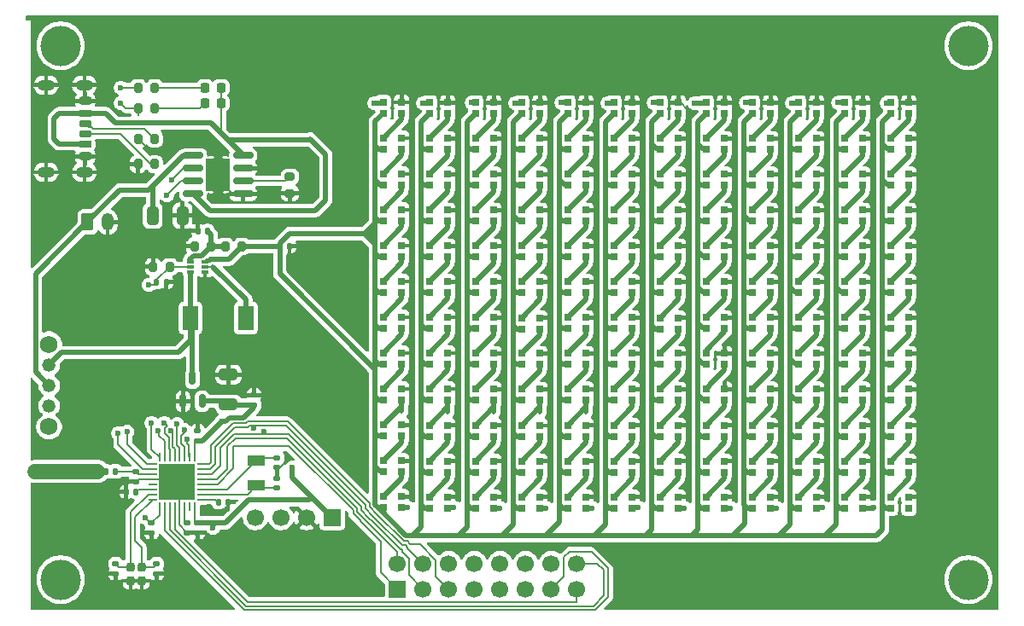
<source format=gbr>
%TF.GenerationSoftware,KiCad,Pcbnew,9.0.4*%
%TF.CreationDate,2026-01-26T21:10:16+09:00*%
%TF.ProjectId,BLE_LED_Dongle,424c455f-4c45-4445-9f44-6f6e676c652e,rev?*%
%TF.SameCoordinates,Original*%
%TF.FileFunction,Copper,L1,Top*%
%TF.FilePolarity,Positive*%
%FSLAX46Y46*%
G04 Gerber Fmt 4.6, Leading zero omitted, Abs format (unit mm)*
G04 Created by KiCad (PCBNEW 9.0.4) date 2026-01-26 21:10:16*
%MOMM*%
%LPD*%
G01*
G04 APERTURE LIST*
G04 Aperture macros list*
%AMRoundRect*
0 Rectangle with rounded corners*
0 $1 Rounding radius*
0 $2 $3 $4 $5 $6 $7 $8 $9 X,Y pos of 4 corners*
0 Add a 4 corners polygon primitive as box body*
4,1,4,$2,$3,$4,$5,$6,$7,$8,$9,$2,$3,0*
0 Add four circle primitives for the rounded corners*
1,1,$1+$1,$2,$3*
1,1,$1+$1,$4,$5*
1,1,$1+$1,$6,$7*
1,1,$1+$1,$8,$9*
0 Add four rect primitives between the rounded corners*
20,1,$1+$1,$2,$3,$4,$5,0*
20,1,$1+$1,$4,$5,$6,$7,0*
20,1,$1+$1,$6,$7,$8,$9,0*
20,1,$1+$1,$8,$9,$2,$3,0*%
G04 Aperture macros list end*
%TA.AperFunction,ComponentPad*%
%ADD10C,4.000000*%
%TD*%
%TA.AperFunction,SMDPad,CuDef*%
%ADD11R,0.670001X0.299999*%
%TD*%
%TA.AperFunction,ComponentPad*%
%ADD12R,1.700000X1.700000*%
%TD*%
%TA.AperFunction,ComponentPad*%
%ADD13C,1.700000*%
%TD*%
%TA.AperFunction,SMDPad,CuDef*%
%ADD14R,0.700000X0.700000*%
%TD*%
%TA.AperFunction,SMDPad,CuDef*%
%ADD15RoundRect,0.140000X-0.170000X0.140000X-0.170000X-0.140000X0.170000X-0.140000X0.170000X0.140000X0*%
%TD*%
%TA.AperFunction,SMDPad,CuDef*%
%ADD16RoundRect,0.147500X-0.147500X-0.172500X0.147500X-0.172500X0.147500X0.172500X-0.147500X0.172500X0*%
%TD*%
%TA.AperFunction,SMDPad,CuDef*%
%ADD17RoundRect,0.200000X0.200000X0.275000X-0.200000X0.275000X-0.200000X-0.275000X0.200000X-0.275000X0*%
%TD*%
%TA.AperFunction,SMDPad,CuDef*%
%ADD18RoundRect,0.140000X0.170000X-0.140000X0.170000X0.140000X-0.170000X0.140000X-0.170000X-0.140000X0*%
%TD*%
%TA.AperFunction,SMDPad,CuDef*%
%ADD19RoundRect,0.140000X0.140000X0.170000X-0.140000X0.170000X-0.140000X-0.170000X0.140000X-0.170000X0*%
%TD*%
%TA.AperFunction,SMDPad,CuDef*%
%ADD20RoundRect,0.140000X-0.140000X-0.170000X0.140000X-0.170000X0.140000X0.170000X-0.140000X0.170000X0*%
%TD*%
%TA.AperFunction,SMDPad,CuDef*%
%ADD21R,1.500000X2.400000*%
%TD*%
%TA.AperFunction,SMDPad,CuDef*%
%ADD22RoundRect,0.200000X-0.200000X-0.275000X0.200000X-0.275000X0.200000X0.275000X-0.200000X0.275000X0*%
%TD*%
%TA.AperFunction,SMDPad,CuDef*%
%ADD23R,1.800000X1.000000*%
%TD*%
%TA.AperFunction,SMDPad,CuDef*%
%ADD24RoundRect,0.150000X0.150000X-0.512500X0.150000X0.512500X-0.150000X0.512500X-0.150000X-0.512500X0*%
%TD*%
%TA.AperFunction,ComponentPad*%
%ADD25RoundRect,0.250000X-0.350000X-0.625000X0.350000X-0.625000X0.350000X0.625000X-0.350000X0.625000X0*%
%TD*%
%TA.AperFunction,ComponentPad*%
%ADD26O,1.200000X1.750000*%
%TD*%
%TA.AperFunction,SMDPad,CuDef*%
%ADD27RoundRect,0.175000X-0.425000X0.175000X-0.425000X-0.175000X0.425000X-0.175000X0.425000X0.175000X0*%
%TD*%
%TA.AperFunction,SMDPad,CuDef*%
%ADD28RoundRect,0.190000X0.410000X-0.190000X0.410000X0.190000X-0.410000X0.190000X-0.410000X-0.190000X0*%
%TD*%
%TA.AperFunction,SMDPad,CuDef*%
%ADD29RoundRect,0.200000X0.400000X-0.200000X0.400000X0.200000X-0.400000X0.200000X-0.400000X-0.200000X0*%
%TD*%
%TA.AperFunction,SMDPad,CuDef*%
%ADD30RoundRect,0.175000X0.425000X-0.175000X0.425000X0.175000X-0.425000X0.175000X-0.425000X-0.175000X0*%
%TD*%
%TA.AperFunction,SMDPad,CuDef*%
%ADD31RoundRect,0.190000X-0.410000X0.190000X-0.410000X-0.190000X0.410000X-0.190000X0.410000X0.190000X0*%
%TD*%
%TA.AperFunction,SMDPad,CuDef*%
%ADD32RoundRect,0.200000X-0.400000X0.200000X-0.400000X-0.200000X0.400000X-0.200000X0.400000X0.200000X0*%
%TD*%
%TA.AperFunction,HeatsinkPad*%
%ADD33O,1.700000X1.100000*%
%TD*%
%TA.AperFunction,SMDPad,CuDef*%
%ADD34RoundRect,0.218750X-0.218750X-0.256250X0.218750X-0.256250X0.218750X0.256250X-0.218750X0.256250X0*%
%TD*%
%TA.AperFunction,SMDPad,CuDef*%
%ADD35RoundRect,0.250000X-0.650000X0.325000X-0.650000X-0.325000X0.650000X-0.325000X0.650000X0.325000X0*%
%TD*%
%TA.AperFunction,SMDPad,CuDef*%
%ADD36RoundRect,0.250000X0.325000X0.650000X-0.325000X0.650000X-0.325000X-0.650000X0.325000X-0.650000X0*%
%TD*%
%TA.AperFunction,SMDPad,CuDef*%
%ADD37RoundRect,0.200000X-0.275000X0.200000X-0.275000X-0.200000X0.275000X-0.200000X0.275000X0.200000X0*%
%TD*%
%TA.AperFunction,SMDPad,CuDef*%
%ADD38RoundRect,0.200000X-0.200000X0.250000X-0.200000X-0.250000X0.200000X-0.250000X0.200000X0.250000X0*%
%TD*%
%TA.AperFunction,SMDPad,CuDef*%
%ADD39RoundRect,0.062500X0.337500X0.062500X-0.337500X0.062500X-0.337500X-0.062500X0.337500X-0.062500X0*%
%TD*%
%TA.AperFunction,SMDPad,CuDef*%
%ADD40RoundRect,0.062500X0.062500X0.337500X-0.062500X0.337500X-0.062500X-0.337500X0.062500X-0.337500X0*%
%TD*%
%TA.AperFunction,HeatsinkPad*%
%ADD41R,3.600000X3.600000*%
%TD*%
%TA.AperFunction,SMDPad,CuDef*%
%ADD42RoundRect,0.150000X0.825000X0.150000X-0.825000X0.150000X-0.825000X-0.150000X0.825000X-0.150000X0*%
%TD*%
%TA.AperFunction,HeatsinkPad*%
%ADD43C,0.500000*%
%TD*%
%TA.AperFunction,HeatsinkPad*%
%ADD44R,2.410000X3.300000*%
%TD*%
%TA.AperFunction,ComponentPad*%
%ADD45C,1.320800*%
%TD*%
%TA.AperFunction,ComponentPad*%
%ADD46C,1.752600*%
%TD*%
%TA.AperFunction,ViaPad*%
%ADD47C,0.600000*%
%TD*%
%TA.AperFunction,Conductor*%
%ADD48C,0.200000*%
%TD*%
%TA.AperFunction,Conductor*%
%ADD49C,0.500000*%
%TD*%
%TA.AperFunction,Conductor*%
%ADD50C,1.500000*%
%TD*%
G04 APERTURE END LIST*
D10*
%TO.P,REF\u002A\u002A,1*%
%TO.N,N/C*%
X186000000Y-76000000D03*
%TD*%
%TO.P,REF\u002A\u002A,1*%
%TO.N,N/C*%
X186000000Y-23000000D03*
%TD*%
%TO.P,REF\u002A\u002A,1*%
%TO.N,N/C*%
X96000000Y-76000000D03*
%TD*%
%TO.P,REF\u002A\u002A,1*%
%TO.N,N/C*%
X96000000Y-23000000D03*
%TD*%
D11*
%TO.P,U2,1,FB*%
%TO.N,Net-(U2-FB)*%
X108839188Y-44446798D03*
%TO.P,U2,2,EN*%
%TO.N,/Power/EN_5V*%
X108839188Y-44946797D03*
%TO.P,U2,3,VIN*%
%TO.N,Vbat_1*%
X108839188Y-45446799D03*
%TO.P,U2,4,GND*%
%TO.N,GND*%
X110319190Y-45446799D03*
%TO.P,U2,5,SW*%
%TO.N,Net-(U2-SW)*%
X110319190Y-44946797D03*
%TO.P,U2,6,VOUT*%
%TO.N,+5V*%
X110319190Y-44446798D03*
%TD*%
D12*
%TO.P,J2,1,Pin_1*%
%TO.N,Net-(J2-Pin_1)*%
X129391189Y-76950800D03*
D13*
%TO.P,J2,2,Pin_16*%
%TO.N,Net-(J2-Pin_16)*%
X129391189Y-74410800D03*
%TO.P,J2,3,Pin_2*%
%TO.N,/LED_Matrix1/DIN*%
X131931189Y-76950800D03*
%TO.P,J2,4,Pin_15*%
%TO.N,/Power/EN_5V*%
X131931189Y-74410800D03*
%TO.P,J2,5,Pin_3*%
%TO.N,Net-(J2-Pin_3)*%
X134471189Y-76950800D03*
%TO.P,J2,6,Pin_14*%
%TO.N,Net-(J2-Pin_14)*%
X134471189Y-74410800D03*
%TO.P,J2,7,Pin_4*%
%TO.N,Net-(J2-Pin_4)*%
X137011189Y-76950800D03*
%TO.P,J2,8,Pin_13*%
%TO.N,Net-(J2-Pin_13)*%
X137011189Y-74410800D03*
%TO.P,J2,9,Pin_5*%
%TO.N,Net-(J2-Pin_5)*%
X139551189Y-76950800D03*
%TO.P,J2,10,Pin_12*%
%TO.N,Net-(J2-Pin_12)*%
X139551189Y-74410800D03*
%TO.P,J2,11,Pin_6*%
%TO.N,Net-(J2-Pin_6)*%
X142091189Y-76950800D03*
%TO.P,J2,12,Pin_11*%
%TO.N,Net-(J2-Pin_11)*%
X142091189Y-74410800D03*
%TO.P,J2,13,Pin_7*%
%TO.N,Net-(J2-Pin_7)*%
X144631189Y-76950800D03*
%TO.P,J2,14,Pin_10*%
%TO.N,unconnected-(J2-Pin_10-Pad14)*%
X144631189Y-74410800D03*
%TO.P,J2,15,Pin_8*%
%TO.N,Net-(J2-Pin_8)*%
X147171189Y-76950800D03*
%TO.P,J2,16,16*%
%TO.N,Net-(U1-P0.28{slash}AIN4)*%
X147171189Y-74410800D03*
%TD*%
D14*
%TO.P,D36,1,DOUT*%
%TO.N,/LED_Matrix1/LED_Matrix_Line2/DOUT*%
X138942189Y-68892800D03*
%TO.P,D36,2,VSS*%
%TO.N,GND*%
X138942189Y-67792800D03*
%TO.P,D36,3,DIN*%
%TO.N,Net-(D35-DOUT)*%
X137112189Y-67792800D03*
%TO.P,D36,4,VDD*%
%TO.N,+5V*%
X137112189Y-68892800D03*
%TD*%
%TO.P,D11,1,DOUT*%
%TO.N,Net-(D11-DOUT)*%
X129798189Y-65302800D03*
%TO.P,D11,2,VSS*%
%TO.N,GND*%
X129798189Y-64202800D03*
%TO.P,D11,3,DIN*%
%TO.N,Net-(D10-DOUT)*%
X127968189Y-64202800D03*
%TO.P,D11,4,VDD*%
%TO.N,+5V*%
X127968189Y-65302800D03*
%TD*%
%TO.P,D107,1,DOUT*%
%TO.N,Net-(D107-DOUT)*%
X166374189Y-65342800D03*
%TO.P,D107,2,VSS*%
%TO.N,GND*%
X166374189Y-64242800D03*
%TO.P,D107,3,DIN*%
%TO.N,Net-(D106-DOUT)*%
X164544189Y-64242800D03*
%TO.P,D107,4,VDD*%
%TO.N,+5V*%
X164544189Y-65342800D03*
%TD*%
%TO.P,D120,1,DOUT*%
%TO.N,/LED_Matrix1/LED_Matrix_Line10/DIN*%
X170946189Y-68892800D03*
%TO.P,D120,2,VSS*%
%TO.N,GND*%
X170946189Y-67792800D03*
%TO.P,D120,3,DIN*%
%TO.N,Net-(D119-DOUT)*%
X169116189Y-67792800D03*
%TO.P,D120,4,VDD*%
%TO.N,+5V*%
X169116189Y-68892800D03*
%TD*%
%TO.P,D70,1,DOUT*%
%TO.N,Net-(D70-DOUT)*%
X152658189Y-61792800D03*
%TO.P,D70,2,VSS*%
%TO.N,GND*%
X152658189Y-60692800D03*
%TO.P,D70,3,DIN*%
%TO.N,Net-(D69-DOUT)*%
X150828189Y-60692800D03*
%TO.P,D70,4,VDD*%
%TO.N,+5V*%
X150828189Y-61792800D03*
%TD*%
%TO.P,D119,1,DOUT*%
%TO.N,Net-(D119-DOUT)*%
X170946189Y-65342800D03*
%TO.P,D119,2,VSS*%
%TO.N,GND*%
X170946189Y-64242800D03*
%TO.P,D119,3,DIN*%
%TO.N,Net-(D118-DOUT)*%
X169116189Y-64242800D03*
%TO.P,D119,4,VDD*%
%TO.N,+5V*%
X169116189Y-65342800D03*
%TD*%
%TO.P,D84,1,DOUT*%
%TO.N,/LED_Matrix1/LED_Matrix_Line6/DOUT*%
X157230189Y-68892800D03*
%TO.P,D84,2,VSS*%
%TO.N,GND*%
X157230189Y-67792800D03*
%TO.P,D84,3,DIN*%
%TO.N,Net-(D83-DOUT)*%
X155400189Y-67792800D03*
%TO.P,D84,4,VDD*%
%TO.N,+5V*%
X155400189Y-68892800D03*
%TD*%
%TO.P,D142,1,DOUT*%
%TO.N,Net-(D142-DOUT)*%
X180090189Y-61792800D03*
%TO.P,D142,2,VSS*%
%TO.N,GND*%
X180090189Y-60692800D03*
%TO.P,D142,3,DIN*%
%TO.N,Net-(D141-DOUT)*%
X178260189Y-60692800D03*
%TO.P,D142,4,VDD*%
%TO.N,+5V*%
X178260189Y-61792800D03*
%TD*%
%TO.P,D58,1,DOUT*%
%TO.N,Net-(D58-DOUT)*%
X148086189Y-61792800D03*
%TO.P,D58,2,VSS*%
%TO.N,GND*%
X148086189Y-60692800D03*
%TO.P,D58,3,DIN*%
%TO.N,Net-(D57-DOUT)*%
X146256189Y-60692800D03*
%TO.P,D58,4,VDD*%
%TO.N,+5V*%
X146256189Y-61792800D03*
%TD*%
%TO.P,D46,1,DOUT*%
%TO.N,Net-(D46-DOUT)*%
X143514189Y-61798800D03*
%TO.P,D46,2,VSS*%
%TO.N,GND*%
X143514189Y-60698800D03*
%TO.P,D46,3,DIN*%
%TO.N,Net-(D45-DOUT)*%
X141684189Y-60698800D03*
%TO.P,D46,4,VDD*%
%TO.N,+5V*%
X141684189Y-61798800D03*
%TD*%
%TO.P,D72,1,DOUT*%
%TO.N,/LED_Matrix1/LED_Matrix_Line5/DOUT*%
X152658189Y-68892800D03*
%TO.P,D72,2,VSS*%
%TO.N,GND*%
X152658189Y-67792800D03*
%TO.P,D72,3,DIN*%
%TO.N,Net-(D71-DOUT)*%
X150828189Y-67792800D03*
%TO.P,D72,4,VDD*%
%TO.N,+5V*%
X150828189Y-68892800D03*
%TD*%
%TO.P,D82,1,DOUT*%
%TO.N,Net-(D82-DOUT)*%
X157230189Y-61792800D03*
%TO.P,D82,2,VSS*%
%TO.N,GND*%
X157230189Y-60692800D03*
%TO.P,D82,3,DIN*%
%TO.N,Net-(D81-DOUT)*%
X155400189Y-60692800D03*
%TO.P,D82,4,VDD*%
%TO.N,+5V*%
X155400189Y-61792800D03*
%TD*%
%TO.P,D130,1,DOUT*%
%TO.N,Net-(D130-DOUT)*%
X175518189Y-61792800D03*
%TO.P,D130,2,VSS*%
%TO.N,GND*%
X175518189Y-60692800D03*
%TO.P,D130,3,DIN*%
%TO.N,Net-(D129-DOUT)*%
X173688189Y-60692800D03*
%TO.P,D130,4,VDD*%
%TO.N,+5V*%
X173688189Y-61792800D03*
%TD*%
%TO.P,D10,1,DOUT*%
%TO.N,Net-(D10-DOUT)*%
X129798189Y-61752800D03*
%TO.P,D10,2,VSS*%
%TO.N,GND*%
X129798189Y-60652800D03*
%TO.P,D10,3,DIN*%
%TO.N,Net-(D10-DIN)*%
X127968189Y-60652800D03*
%TO.P,D10,4,VDD*%
%TO.N,+5V*%
X127968189Y-61752800D03*
%TD*%
%TO.P,D95,1,DOUT*%
%TO.N,Net-(D95-DOUT)*%
X161802189Y-65342800D03*
%TO.P,D95,2,VSS*%
%TO.N,GND*%
X161802189Y-64242800D03*
%TO.P,D95,3,DIN*%
%TO.N,Net-(D94-DOUT)*%
X159972189Y-64242800D03*
%TO.P,D95,4,VDD*%
%TO.N,+5V*%
X159972189Y-65342800D03*
%TD*%
%TO.P,D132,1,DOUT*%
%TO.N,/LED_Matrix1/LED_Matrix_Line10/DOUT*%
X175518189Y-68892800D03*
%TO.P,D132,2,VSS*%
%TO.N,GND*%
X175518189Y-67792800D03*
%TO.P,D132,3,DIN*%
%TO.N,Net-(D131-DOUT)*%
X173688189Y-67792800D03*
%TO.P,D132,4,VDD*%
%TO.N,+5V*%
X173688189Y-68892800D03*
%TD*%
%TO.P,D71,1,DOUT*%
%TO.N,Net-(D71-DOUT)*%
X152658189Y-65342800D03*
%TO.P,D71,2,VSS*%
%TO.N,GND*%
X152658189Y-64242800D03*
%TO.P,D71,3,DIN*%
%TO.N,Net-(D70-DOUT)*%
X150828189Y-64242800D03*
%TO.P,D71,4,VDD*%
%TO.N,+5V*%
X150828189Y-65342800D03*
%TD*%
%TO.P,D108,1,DOUT*%
%TO.N,/LED_Matrix1/LED_Matrix_Line8/DOUT*%
X166374189Y-68892800D03*
%TO.P,D108,2,VSS*%
%TO.N,GND*%
X166374189Y-67792800D03*
%TO.P,D108,3,DIN*%
%TO.N,Net-(D107-DOUT)*%
X164544189Y-67792800D03*
%TO.P,D108,4,VDD*%
%TO.N,+5V*%
X164544189Y-68892800D03*
%TD*%
%TO.P,D23,1,DOUT*%
%TO.N,Net-(D23-DOUT)*%
X134370189Y-65342800D03*
%TO.P,D23,2,VSS*%
%TO.N,GND*%
X134370189Y-64242800D03*
%TO.P,D23,3,DIN*%
%TO.N,Net-(D22-DOUT)*%
X132540189Y-64242800D03*
%TO.P,D23,4,VDD*%
%TO.N,+5V*%
X132540189Y-65342800D03*
%TD*%
%TO.P,D22,1,DOUT*%
%TO.N,Net-(D22-DOUT)*%
X134370189Y-61792800D03*
%TO.P,D22,2,VSS*%
%TO.N,GND*%
X134370189Y-60692800D03*
%TO.P,D22,3,DIN*%
%TO.N,Net-(D21-DOUT)*%
X132540189Y-60692800D03*
%TO.P,D22,4,VDD*%
%TO.N,+5V*%
X132540189Y-61792800D03*
%TD*%
%TO.P,D35,1,DOUT*%
%TO.N,Net-(D35-DOUT)*%
X138942189Y-65342800D03*
%TO.P,D35,2,VSS*%
%TO.N,GND*%
X138942189Y-64242800D03*
%TO.P,D35,3,DIN*%
%TO.N,Net-(D34-DOUT)*%
X137112189Y-64242800D03*
%TO.P,D35,4,VDD*%
%TO.N,+5V*%
X137112189Y-65342800D03*
%TD*%
%TO.P,D118,1,DOUT*%
%TO.N,Net-(D118-DOUT)*%
X170946189Y-61792800D03*
%TO.P,D118,2,VSS*%
%TO.N,GND*%
X170946189Y-60692800D03*
%TO.P,D118,3,DIN*%
%TO.N,Net-(D117-DOUT)*%
X169116189Y-60692800D03*
%TO.P,D118,4,VDD*%
%TO.N,+5V*%
X169116189Y-61792800D03*
%TD*%
%TO.P,D9,4,VDD*%
%TO.N,+5V*%
X127968189Y-58156800D03*
%TO.P,D9,3,DIN*%
%TO.N,Net-(D8-DOUT)*%
X127968189Y-57056800D03*
%TO.P,D9,2,VSS*%
%TO.N,GND*%
X129798189Y-57056800D03*
%TO.P,D9,1,DOUT*%
%TO.N,Net-(D10-DIN)*%
X129798189Y-58156800D03*
%TD*%
%TO.P,D12,1,DOUT*%
%TO.N,/LED_Matrix1/LED_Matrix_Line0/DOUT*%
X129798189Y-68852800D03*
%TO.P,D12,2,VSS*%
%TO.N,GND*%
X129798189Y-67752800D03*
%TO.P,D12,3,DIN*%
%TO.N,Net-(D11-DOUT)*%
X127968189Y-67752800D03*
%TO.P,D12,4,VDD*%
%TO.N,+5V*%
X127968189Y-68852800D03*
%TD*%
%TO.P,D48,1,DOUT*%
%TO.N,/LED_Matrix1/LED_Matrix_Line3/DOUT*%
X143514189Y-68898800D03*
%TO.P,D48,2,VSS*%
%TO.N,GND*%
X143514189Y-67798800D03*
%TO.P,D48,3,DIN*%
%TO.N,Net-(D47-DOUT)*%
X141684189Y-67798800D03*
%TO.P,D48,4,VDD*%
%TO.N,+5V*%
X141684189Y-68898800D03*
%TD*%
%TO.P,D34,1,DOUT*%
%TO.N,Net-(D34-DOUT)*%
X138942189Y-61792800D03*
%TO.P,D34,2,VSS*%
%TO.N,GND*%
X138942189Y-60692800D03*
%TO.P,D34,3,DIN*%
%TO.N,Net-(D33-DOUT)*%
X137112189Y-60692800D03*
%TO.P,D34,4,VDD*%
%TO.N,+5V*%
X137112189Y-61792800D03*
%TD*%
%TO.P,D83,1,DOUT*%
%TO.N,Net-(D83-DOUT)*%
X157230189Y-65342800D03*
%TO.P,D83,2,VSS*%
%TO.N,GND*%
X157230189Y-64242800D03*
%TO.P,D83,3,DIN*%
%TO.N,Net-(D82-DOUT)*%
X155400189Y-64242800D03*
%TO.P,D83,4,VDD*%
%TO.N,+5V*%
X155400189Y-65342800D03*
%TD*%
%TO.P,D94,1,DOUT*%
%TO.N,Net-(D94-DOUT)*%
X161802189Y-61792800D03*
%TO.P,D94,2,VSS*%
%TO.N,GND*%
X161802189Y-60692800D03*
%TO.P,D94,3,DIN*%
%TO.N,Net-(D93-DOUT)*%
X159972189Y-60692800D03*
%TO.P,D94,4,VDD*%
%TO.N,+5V*%
X159972189Y-61792800D03*
%TD*%
%TO.P,D96,1,DOUT*%
%TO.N,/LED_Matrix1/LED_Matrix_Line7/DOUT*%
X161802189Y-68892800D03*
%TO.P,D96,2,VSS*%
%TO.N,GND*%
X161802189Y-67792800D03*
%TO.P,D96,3,DIN*%
%TO.N,Net-(D95-DOUT)*%
X159972189Y-67792800D03*
%TO.P,D96,4,VDD*%
%TO.N,+5V*%
X159972189Y-68892800D03*
%TD*%
%TO.P,D60,1,DOUT*%
%TO.N,/LED_Matrix1/LED_Matrix_Line4/DOUT*%
X148086189Y-68892800D03*
%TO.P,D60,2,VSS*%
%TO.N,GND*%
X148086189Y-67792800D03*
%TO.P,D60,3,DIN*%
%TO.N,Net-(D59-DOUT)*%
X146256189Y-67792800D03*
%TO.P,D60,4,VDD*%
%TO.N,+5V*%
X146256189Y-68892800D03*
%TD*%
%TO.P,D47,1,DOUT*%
%TO.N,Net-(D47-DOUT)*%
X143514189Y-65348800D03*
%TO.P,D47,2,VSS*%
%TO.N,GND*%
X143514189Y-64248800D03*
%TO.P,D47,3,DIN*%
%TO.N,Net-(D46-DOUT)*%
X141684189Y-64248800D03*
%TO.P,D47,4,VDD*%
%TO.N,+5V*%
X141684189Y-65348800D03*
%TD*%
%TO.P,D131,1,DOUT*%
%TO.N,Net-(D131-DOUT)*%
X175518189Y-65342800D03*
%TO.P,D131,2,VSS*%
%TO.N,GND*%
X175518189Y-64242800D03*
%TO.P,D131,3,DIN*%
%TO.N,Net-(D130-DOUT)*%
X173688189Y-64242800D03*
%TO.P,D131,4,VDD*%
%TO.N,+5V*%
X173688189Y-65342800D03*
%TD*%
%TO.P,D59,1,DOUT*%
%TO.N,Net-(D59-DOUT)*%
X148086189Y-65342800D03*
%TO.P,D59,2,VSS*%
%TO.N,GND*%
X148086189Y-64242800D03*
%TO.P,D59,3,DIN*%
%TO.N,Net-(D58-DOUT)*%
X146256189Y-64242800D03*
%TO.P,D59,4,VDD*%
%TO.N,+5V*%
X146256189Y-65342800D03*
%TD*%
%TO.P,D106,1,DOUT*%
%TO.N,Net-(D106-DOUT)*%
X166374189Y-61792800D03*
%TO.P,D106,2,VSS*%
%TO.N,GND*%
X166374189Y-60692800D03*
%TO.P,D106,3,DIN*%
%TO.N,Net-(D105-DOUT)*%
X164544189Y-60692800D03*
%TO.P,D106,4,VDD*%
%TO.N,+5V*%
X164544189Y-61792800D03*
%TD*%
%TO.P,D24,1,DOUT*%
%TO.N,/LED_Matrix1/LED_Matrix_Line1/DOUT*%
X134370189Y-68892800D03*
%TO.P,D24,2,VSS*%
%TO.N,GND*%
X134370189Y-67792800D03*
%TO.P,D24,3,DIN*%
%TO.N,Net-(D23-DOUT)*%
X132540189Y-67792800D03*
%TO.P,D24,4,VDD*%
%TO.N,+5V*%
X132540189Y-68892800D03*
%TD*%
%TO.P,D143,1,DOUT*%
%TO.N,Net-(D143-DOUT)*%
X180090189Y-65342800D03*
%TO.P,D143,2,VSS*%
%TO.N,GND*%
X180090189Y-64242800D03*
%TO.P,D143,3,DIN*%
%TO.N,Net-(D142-DOUT)*%
X178260189Y-64242800D03*
%TO.P,D143,4,VDD*%
%TO.N,+5V*%
X178260189Y-65342800D03*
%TD*%
%TO.P,D144,1,DOUT*%
%TO.N,/LED_Matrix1/LED_Matrix_Line11/DOUT*%
X180090189Y-68892800D03*
%TO.P,D144,2,VSS*%
%TO.N,GND*%
X180090189Y-67792800D03*
%TO.P,D144,3,DIN*%
%TO.N,Net-(D143-DOUT)*%
X178260189Y-67792800D03*
%TO.P,D144,4,VDD*%
%TO.N,+5V*%
X178260189Y-68892800D03*
%TD*%
%TO.P,D8,1,DOUT*%
%TO.N,Net-(D8-DOUT)*%
X129798189Y-54606800D03*
%TO.P,D8,2,VSS*%
%TO.N,GND*%
X129798189Y-53506800D03*
%TO.P,D8,3,DIN*%
%TO.N,Net-(D7-DOUT)*%
X127968189Y-53506800D03*
%TO.P,D8,4,VDD*%
%TO.N,+5V*%
X127968189Y-54606800D03*
%TD*%
D15*
%TO.P,C3,1*%
%TO.N,Net-(U1-P0.01{slash}XL2)*%
X117453189Y-63897800D03*
%TO.P,C3,2*%
%TO.N,GND*%
X117453189Y-64857800D03*
%TD*%
D14*
%TO.P,D114,1,DOUT*%
%TO.N,Net-(D114-DOUT)*%
X170946189Y-47528800D03*
%TO.P,D114,2,VSS*%
%TO.N,GND*%
X170946189Y-46428800D03*
%TO.P,D114,3,DIN*%
%TO.N,Net-(D113-DOUT)*%
X169116189Y-46428800D03*
%TO.P,D114,4,VDD*%
%TO.N,+5V*%
X169116189Y-47528800D03*
%TD*%
%TO.P,D42,1,DOUT*%
%TO.N,Net-(D42-DOUT)*%
X143514189Y-47528800D03*
%TO.P,D42,2,VSS*%
%TO.N,GND*%
X143514189Y-46428800D03*
%TO.P,D42,3,DIN*%
%TO.N,Net-(D41-DOUT)*%
X141684189Y-46428800D03*
%TO.P,D42,4,VDD*%
%TO.N,+5V*%
X141684189Y-47528800D03*
%TD*%
%TO.P,D133,1,DOUT*%
%TO.N,Net-(D133-DOUT)*%
X180090189Y-29760800D03*
%TO.P,D133,2,VSS*%
%TO.N,GND*%
X180090189Y-28660800D03*
%TO.P,D133,3,DIN*%
%TO.N,/LED_Matrix1/LED_Matrix_Line10/DOUT*%
X178260189Y-28660800D03*
%TO.P,D133,4,VDD*%
%TO.N,+5V*%
X178260189Y-29760800D03*
%TD*%
%TO.P,D54,1,DOUT*%
%TO.N,Net-(D54-DOUT)*%
X148086189Y-47528800D03*
%TO.P,D54,2,VSS*%
%TO.N,GND*%
X148086189Y-46428800D03*
%TO.P,D54,3,DIN*%
%TO.N,Net-(D53-DOUT)*%
X146256189Y-46428800D03*
%TO.P,D54,4,VDD*%
%TO.N,+5V*%
X146256189Y-47528800D03*
%TD*%
D15*
%TO.P,C9,1*%
%TO.N,+3.3V*%
X105007189Y-70374800D03*
%TO.P,C9,2*%
%TO.N,GND*%
X105007189Y-71334800D03*
%TD*%
D14*
%TO.P,D40,1,DOUT*%
%TO.N,Net-(D40-DOUT)*%
X143514189Y-40428800D03*
%TO.P,D40,2,VSS*%
%TO.N,GND*%
X143514189Y-39328800D03*
%TO.P,D40,3,DIN*%
%TO.N,Net-(D39-DOUT)*%
X141684189Y-39328800D03*
%TO.P,D40,4,VDD*%
%TO.N,+5V*%
X141684189Y-40428800D03*
%TD*%
%TO.P,D43,1,DOUT*%
%TO.N,Net-(D43-DOUT)*%
X143514189Y-51102800D03*
%TO.P,D43,2,VSS*%
%TO.N,GND*%
X143514189Y-50002800D03*
%TO.P,D43,3,DIN*%
%TO.N,Net-(D42-DOUT)*%
X141684189Y-50002800D03*
%TO.P,D43,4,VDD*%
%TO.N,+5V*%
X141684189Y-51102800D03*
%TD*%
%TO.P,D113,1,DOUT*%
%TO.N,Net-(D113-DOUT)*%
X170946189Y-43978800D03*
%TO.P,D113,2,VSS*%
%TO.N,GND*%
X170946189Y-42878800D03*
%TO.P,D113,3,DIN*%
%TO.N,Net-(D112-DOUT)*%
X169116189Y-42878800D03*
%TO.P,D113,4,VDD*%
%TO.N,+5V*%
X169116189Y-43978800D03*
%TD*%
%TO.P,D5,1,DOUT*%
%TO.N,Net-(D5-DOUT)*%
X129798189Y-43938800D03*
%TO.P,D5,2,VSS*%
%TO.N,GND*%
X129798189Y-42838800D03*
%TO.P,D5,3,DIN*%
%TO.N,Net-(D4-DOUT)*%
X127968189Y-42838800D03*
%TO.P,D5,4,VDD*%
%TO.N,+5V*%
X127968189Y-43938800D03*
%TD*%
%TO.P,D69,1,DOUT*%
%TO.N,Net-(D69-DOUT)*%
X152658189Y-58196800D03*
%TO.P,D69,2,VSS*%
%TO.N,GND*%
X152658189Y-57096800D03*
%TO.P,D69,3,DIN*%
%TO.N,Net-(D68-DOUT)*%
X150828189Y-57096800D03*
%TO.P,D69,4,VDD*%
%TO.N,+5V*%
X150828189Y-58196800D03*
%TD*%
%TO.P,D31,1,DOUT*%
%TO.N,Net-(D31-DOUT)*%
X138942189Y-51096800D03*
%TO.P,D31,2,VSS*%
%TO.N,GND*%
X138942189Y-49996800D03*
%TO.P,D31,3,DIN*%
%TO.N,Net-(D30-DOUT)*%
X137112189Y-49996800D03*
%TO.P,D31,4,VDD*%
%TO.N,+5V*%
X137112189Y-51096800D03*
%TD*%
%TO.P,D112,1,DOUT*%
%TO.N,Net-(D112-DOUT)*%
X170946189Y-40428800D03*
%TO.P,D112,2,VSS*%
%TO.N,GND*%
X170946189Y-39328800D03*
%TO.P,D112,3,DIN*%
%TO.N,Net-(D111-DOUT)*%
X169116189Y-39328800D03*
%TO.P,D112,4,VDD*%
%TO.N,+5V*%
X169116189Y-40428800D03*
%TD*%
%TO.P,D39,1,DOUT*%
%TO.N,Net-(D39-DOUT)*%
X143514189Y-36860800D03*
%TO.P,D39,2,VSS*%
%TO.N,GND*%
X143514189Y-35760800D03*
%TO.P,D39,3,DIN*%
%TO.N,Net-(D38-DOUT)*%
X141684189Y-35760800D03*
%TO.P,D39,4,VDD*%
%TO.N,+5V*%
X141684189Y-36860800D03*
%TD*%
%TO.P,D135,1,DOUT*%
%TO.N,Net-(D135-DOUT)*%
X180090189Y-36860800D03*
%TO.P,D135,2,VSS*%
%TO.N,GND*%
X180090189Y-35760800D03*
%TO.P,D135,3,DIN*%
%TO.N,Net-(D134-DOUT)*%
X178260189Y-35760800D03*
%TO.P,D135,4,VDD*%
%TO.N,+5V*%
X178260189Y-36860800D03*
%TD*%
%TO.P,D18,1,DOUT*%
%TO.N,Net-(D18-DOUT)*%
X134370189Y-47528800D03*
%TO.P,D18,2,VSS*%
%TO.N,GND*%
X134370189Y-46428800D03*
%TO.P,D18,3,DIN*%
%TO.N,Net-(D17-DOUT)*%
X132540189Y-46428800D03*
%TO.P,D18,4,VDD*%
%TO.N,+5V*%
X132540189Y-47528800D03*
%TD*%
%TO.P,D15,1,DOUT*%
%TO.N,Net-(D15-DOUT)*%
X134370189Y-36860800D03*
%TO.P,D15,2,VSS*%
%TO.N,GND*%
X134370189Y-35760800D03*
%TO.P,D15,3,DIN*%
%TO.N,Net-(D14-DOUT)*%
X132540189Y-35760800D03*
%TO.P,D15,4,VDD*%
%TO.N,+5V*%
X132540189Y-36860800D03*
%TD*%
%TO.P,D14,1,DOUT*%
%TO.N,Net-(D14-DOUT)*%
X134370189Y-33310800D03*
%TO.P,D14,2,VSS*%
%TO.N,GND*%
X134370189Y-32210800D03*
%TO.P,D14,3,DIN*%
%TO.N,Net-(D13-DOUT)*%
X132540189Y-32210800D03*
%TO.P,D14,4,VDD*%
%TO.N,+5V*%
X132540189Y-33310800D03*
%TD*%
D15*
%TO.P,C2,1*%
%TO.N,Net-(U1-XC2)*%
X105515189Y-74438800D03*
%TO.P,C2,2*%
%TO.N,GND*%
X105515189Y-75398800D03*
%TD*%
D14*
%TO.P,D98,1,DOUT*%
%TO.N,Net-(D98-DOUT)*%
X166374189Y-33310800D03*
%TO.P,D98,2,VSS*%
%TO.N,GND*%
X166374189Y-32210800D03*
%TO.P,D98,3,DIN*%
%TO.N,Net-(D97-DOUT)*%
X164544189Y-32210800D03*
%TO.P,D98,4,VDD*%
%TO.N,+5V*%
X164544189Y-33310800D03*
%TD*%
%TO.P,D103,1,DOUT*%
%TO.N,Net-(D103-DOUT)*%
X166374189Y-51096800D03*
%TO.P,D103,2,VSS*%
%TO.N,GND*%
X166374189Y-49996800D03*
%TO.P,D103,3,DIN*%
%TO.N,Net-(D102-DOUT)*%
X164544189Y-49996800D03*
%TO.P,D103,4,VDD*%
%TO.N,+5V*%
X164544189Y-51096800D03*
%TD*%
%TO.P,D115,1,DOUT*%
%TO.N,Net-(D115-DOUT)*%
X170946189Y-51096800D03*
%TO.P,D115,2,VSS*%
%TO.N,GND*%
X170946189Y-49996800D03*
%TO.P,D115,3,DIN*%
%TO.N,Net-(D114-DOUT)*%
X169116189Y-49996800D03*
%TO.P,D115,4,VDD*%
%TO.N,+5V*%
X169116189Y-51096800D03*
%TD*%
D16*
%TO.P,L1,1,1*%
%TO.N,unconnected-(L1-Pad1)*%
X100458189Y-65266800D03*
%TO.P,L1,2,2*%
%TO.N,Net-(U1-ANT)*%
X101428189Y-65266800D03*
%TD*%
D14*
%TO.P,D26,1,DOUT*%
%TO.N,Net-(D26-DOUT)*%
X138942189Y-33310800D03*
%TO.P,D26,2,VSS*%
%TO.N,GND*%
X138942189Y-32210800D03*
%TO.P,D26,3,DIN*%
%TO.N,Net-(D25-DOUT)*%
X137112189Y-32210800D03*
%TO.P,D26,4,VDD*%
%TO.N,+5V*%
X137112189Y-33310800D03*
%TD*%
D15*
%TO.P,C11,1*%
%TO.N,Net-(U1-ANT)*%
X103483189Y-65294800D03*
%TO.P,C11,2*%
%TO.N,GND*%
X103483189Y-66254800D03*
%TD*%
D14*
%TO.P,D77,1,DOUT*%
%TO.N,Net-(D77-DOUT)*%
X157230189Y-43978800D03*
%TO.P,D77,2,VSS*%
%TO.N,GND*%
X157230189Y-42878800D03*
%TO.P,D77,3,DIN*%
%TO.N,Net-(D76-DOUT)*%
X155400189Y-42878800D03*
%TO.P,D77,4,VDD*%
%TO.N,+5V*%
X155400189Y-43978800D03*
%TD*%
%TO.P,D124,1,DOUT*%
%TO.N,Net-(D124-DOUT)*%
X175518189Y-40428800D03*
%TO.P,D124,2,VSS*%
%TO.N,GND*%
X175518189Y-39328800D03*
%TO.P,D124,3,DIN*%
%TO.N,Net-(D123-DOUT)*%
X173688189Y-39328800D03*
%TO.P,D124,4,VDD*%
%TO.N,+5V*%
X173688189Y-40428800D03*
%TD*%
%TO.P,D66,1,DOUT*%
%TO.N,Net-(D66-DOUT)*%
X152658189Y-47528800D03*
%TO.P,D66,2,VSS*%
%TO.N,GND*%
X152658189Y-46428800D03*
%TO.P,D66,3,DIN*%
%TO.N,Net-(D65-DOUT)*%
X150828189Y-46428800D03*
%TO.P,D66,4,VDD*%
%TO.N,+5V*%
X150828189Y-47528800D03*
%TD*%
D17*
%TO.P,R5,1*%
%TO.N,/Power/EN_5V*%
X106820189Y-44946800D03*
%TO.P,R5,2*%
%TO.N,GND*%
X105170189Y-44946800D03*
%TD*%
D14*
%TO.P,D99,1,DOUT*%
%TO.N,Net-(D100-DIN)*%
X166374189Y-36860800D03*
%TO.P,D99,2,VSS*%
%TO.N,GND*%
X166374189Y-35760800D03*
%TO.P,D99,3,DIN*%
%TO.N,Net-(D98-DOUT)*%
X164544189Y-35760800D03*
%TO.P,D99,4,VDD*%
%TO.N,+5V*%
X164544189Y-36860800D03*
%TD*%
%TO.P,D44,1,DOUT*%
%TO.N,Net-(D44-DOUT)*%
X143514189Y-54652800D03*
%TO.P,D44,2,VSS*%
%TO.N,GND*%
X143514189Y-53552800D03*
%TO.P,D44,3,DIN*%
%TO.N,Net-(D43-DOUT)*%
X141684189Y-53552800D03*
%TO.P,D44,4,VDD*%
%TO.N,+5V*%
X141684189Y-54652800D03*
%TD*%
%TO.P,D61,1,DOUT*%
%TO.N,Net-(D61-DOUT)*%
X152658189Y-29760800D03*
%TO.P,D61,2,VSS*%
%TO.N,GND*%
X152658189Y-28660800D03*
%TO.P,D61,3,DIN*%
%TO.N,/LED_Matrix1/LED_Matrix_Line4/DOUT*%
X150828189Y-28660800D03*
%TO.P,D61,4,VDD*%
%TO.N,+5V*%
X150828189Y-29760800D03*
%TD*%
D15*
%TO.P,C15,1*%
%TO.N,GND*%
X115167189Y-57674800D03*
%TO.P,C15,2*%
%TO.N,+3.3V*%
X115167189Y-58634800D03*
%TD*%
D18*
%TO.P,C8,1*%
%TO.N,+3.3V*%
X109579189Y-62190800D03*
%TO.P,C8,2*%
%TO.N,GND*%
X109579189Y-61230800D03*
%TD*%
D19*
%TO.P,C6,1*%
%TO.N,Net-(U1-DEC3)*%
X103455189Y-67298800D03*
%TO.P,C6,2*%
%TO.N,GND*%
X102495189Y-67298800D03*
%TD*%
D14*
%TO.P,D37,1,DOUT*%
%TO.N,Net-(D37-DOUT)*%
X143514189Y-29760800D03*
%TO.P,D37,2,VSS*%
%TO.N,GND*%
X143514189Y-28660800D03*
%TO.P,D37,3,DIN*%
%TO.N,/LED_Matrix1/LED_Matrix_Line2/DOUT*%
X141684189Y-28660800D03*
%TO.P,D37,4,VDD*%
%TO.N,+5V*%
X141684189Y-29760800D03*
%TD*%
D20*
%TO.P,C14,1*%
%TO.N,+5V*%
X117735189Y-42914800D03*
%TO.P,C14,2*%
%TO.N,GND*%
X118695189Y-42914800D03*
%TD*%
D14*
%TO.P,D125,1,DOUT*%
%TO.N,Net-(D125-DOUT)*%
X175518189Y-43978800D03*
%TO.P,D125,2,VSS*%
%TO.N,GND*%
X175518189Y-42878800D03*
%TO.P,D125,3,DIN*%
%TO.N,Net-(D124-DOUT)*%
X173688189Y-42878800D03*
%TO.P,D125,4,VDD*%
%TO.N,+5V*%
X173688189Y-43978800D03*
%TD*%
%TO.P,D57,1,DOUT*%
%TO.N,Net-(D57-DOUT)*%
X148086189Y-58196800D03*
%TO.P,D57,2,VSS*%
%TO.N,GND*%
X148086189Y-57096800D03*
%TO.P,D57,3,DIN*%
%TO.N,Net-(D56-DOUT)*%
X146256189Y-57096800D03*
%TO.P,D57,4,VDD*%
%TO.N,+5V*%
X146256189Y-58196800D03*
%TD*%
D21*
%TO.P,L2,1,1*%
%TO.N,Vbat_1*%
X108861189Y-50026800D03*
%TO.P,L2,2,2*%
%TO.N,Net-(U2-SW)*%
X114361189Y-50026800D03*
%TD*%
D22*
%TO.P,R7,1*%
%TO.N,Net-(U3-~{STDBY})*%
X103674189Y-27166800D03*
%TO.P,R7,2*%
%TO.N,Net-(D146-K)*%
X105324189Y-27166800D03*
%TD*%
D15*
%TO.P,C10,1*%
%TO.N,+3.3V*%
X109579189Y-70374800D03*
%TO.P,C10,2*%
%TO.N,GND*%
X109579189Y-71334800D03*
%TD*%
D14*
%TO.P,D85,1,DOUT*%
%TO.N,Net-(D85-DOUT)*%
X161802189Y-29760800D03*
%TO.P,D85,2,VSS*%
%TO.N,GND*%
X161802189Y-28660800D03*
%TO.P,D85,3,DIN*%
%TO.N,/LED_Matrix1/LED_Matrix_Line6/DOUT*%
X159972189Y-28660800D03*
%TO.P,D85,4,VDD*%
%TO.N,+5V*%
X159972189Y-29760800D03*
%TD*%
%TO.P,D91,1,DOUT*%
%TO.N,Net-(D91-DOUT)*%
X161802189Y-51096800D03*
%TO.P,D91,2,VSS*%
%TO.N,GND*%
X161802189Y-49996800D03*
%TO.P,D91,3,DIN*%
%TO.N,Net-(D90-DOUT)*%
X159972189Y-49996800D03*
%TO.P,D91,4,VDD*%
%TO.N,+5V*%
X159972189Y-51096800D03*
%TD*%
%TO.P,D134,1,DOUT*%
%TO.N,Net-(D134-DOUT)*%
X180090189Y-33310800D03*
%TO.P,D134,2,VSS*%
%TO.N,GND*%
X180090189Y-32210800D03*
%TO.P,D134,3,DIN*%
%TO.N,Net-(D133-DOUT)*%
X178260189Y-32210800D03*
%TO.P,D134,4,VDD*%
%TO.N,+5V*%
X178260189Y-33310800D03*
%TD*%
%TO.P,D3,1,DOUT*%
%TO.N,Net-(D3-DOUT)*%
X129798189Y-36820800D03*
%TO.P,D3,2,VSS*%
%TO.N,GND*%
X129798189Y-35720800D03*
%TO.P,D3,3,DIN*%
%TO.N,Net-(D2-DOUT)*%
X127968189Y-35720800D03*
%TO.P,D3,4,VDD*%
%TO.N,+5V*%
X127968189Y-36820800D03*
%TD*%
D23*
%TO.P,Y1,1,1*%
%TO.N,Net-(U1-P0.01{slash}XL2)*%
X115421189Y-64143800D03*
%TO.P,Y1,2,2*%
%TO.N,Net-(U1-P0.00{slash}XL1)*%
X115421189Y-66643800D03*
%TD*%
D14*
%TO.P,D50,1,DOUT*%
%TO.N,Net-(D50-DOUT)*%
X148086189Y-33310800D03*
%TO.P,D50,2,VSS*%
%TO.N,GND*%
X148086189Y-32210800D03*
%TO.P,D50,3,DIN*%
%TO.N,Net-(D49-DOUT)*%
X146256189Y-32210800D03*
%TO.P,D50,4,VDD*%
%TO.N,+5V*%
X146256189Y-33310800D03*
%TD*%
%TO.P,D6,1,DOUT*%
%TO.N,Net-(D6-DOUT)*%
X129798189Y-47488800D03*
%TO.P,D6,2,VSS*%
%TO.N,GND*%
X129798189Y-46388800D03*
%TO.P,D6,3,DIN*%
%TO.N,Net-(D5-DOUT)*%
X127968189Y-46388800D03*
%TO.P,D6,4,VDD*%
%TO.N,+5V*%
X127968189Y-47488800D03*
%TD*%
%TO.P,D76,1,DOUT*%
%TO.N,Net-(D76-DOUT)*%
X157230189Y-40428800D03*
%TO.P,D76,2,VSS*%
%TO.N,GND*%
X157230189Y-39328800D03*
%TO.P,D76,3,DIN*%
%TO.N,Net-(D75-DOUT)*%
X155400189Y-39328800D03*
%TO.P,D76,4,VDD*%
%TO.N,+5V*%
X155400189Y-40428800D03*
%TD*%
%TO.P,D74,1,DOUT*%
%TO.N,Net-(D74-DOUT)*%
X157230189Y-33310800D03*
%TO.P,D74,2,VSS*%
%TO.N,GND*%
X157230189Y-32210800D03*
%TO.P,D74,3,DIN*%
%TO.N,Net-(D73-DOUT)*%
X155400189Y-32210800D03*
%TO.P,D74,4,VDD*%
%TO.N,+5V*%
X155400189Y-33310800D03*
%TD*%
D24*
%TO.P,U4,1,GND*%
%TO.N,GND*%
X108121189Y-58276300D03*
%TO.P,U4,2,VO*%
%TO.N,+3.3V*%
X110021189Y-58276300D03*
%TO.P,U4,3,VI*%
%TO.N,Vbat_1*%
X109071189Y-56001300D03*
%TD*%
D14*
%TO.P,D1,1,DOUT*%
%TO.N,Net-(D1-DOUT)*%
X129798189Y-29720800D03*
%TO.P,D1,2,VSS*%
%TO.N,GND*%
X129798189Y-28620800D03*
%TO.P,D1,3,DIN*%
%TO.N,/LED_Matrix1/DIN*%
X127968189Y-28620800D03*
%TO.P,D1,4,VDD*%
%TO.N,+5V*%
X127968189Y-29720800D03*
%TD*%
%TO.P,D89,1,DOUT*%
%TO.N,Net-(D89-DOUT)*%
X161802189Y-43978800D03*
%TO.P,D89,2,VSS*%
%TO.N,GND*%
X161802189Y-42878800D03*
%TO.P,D89,3,DIN*%
%TO.N,Net-(D88-DOUT)*%
X159972189Y-42878800D03*
%TO.P,D89,4,VDD*%
%TO.N,+5V*%
X159972189Y-43978800D03*
%TD*%
%TO.P,D109,1,DOUT*%
%TO.N,Net-(D109-DOUT)*%
X170946189Y-29760800D03*
%TO.P,D109,2,VSS*%
%TO.N,GND*%
X170946189Y-28660800D03*
%TO.P,D109,3,DIN*%
%TO.N,/LED_Matrix1/LED_Matrix_Line8/DOUT*%
X169116189Y-28660800D03*
%TO.P,D109,4,VDD*%
%TO.N,+5V*%
X169116189Y-29760800D03*
%TD*%
D25*
%TO.P,BT1,1,+*%
%TO.N,Vbat*%
X98657189Y-40501800D03*
D26*
%TO.P,BT1,2,-*%
%TO.N,GND*%
X100657189Y-40501800D03*
%TD*%
D14*
%TO.P,D78,1,DOUT*%
%TO.N,Net-(D78-DOUT)*%
X157230189Y-47528800D03*
%TO.P,D78,2,VSS*%
%TO.N,GND*%
X157230189Y-46428800D03*
%TO.P,D78,3,DIN*%
%TO.N,Net-(D77-DOUT)*%
X155400189Y-46428800D03*
%TO.P,D78,4,VDD*%
%TO.N,+5V*%
X155400189Y-47528800D03*
%TD*%
D27*
%TO.P,J3,A5,CC1*%
%TO.N,Net-(J3-CC1)*%
X98435189Y-30730800D03*
D28*
%TO.P,J3,A9,VBUS*%
%TO.N,Vusb*%
X98435189Y-32750800D03*
D29*
%TO.P,J3,A12,GND*%
%TO.N,GND*%
X98435189Y-33980800D03*
D30*
%TO.P,J3,B5,CC2*%
%TO.N,Net-(J3-CC2)*%
X98435189Y-31730800D03*
D31*
%TO.P,J3,B9,VBUS*%
%TO.N,Vusb*%
X98435189Y-29710800D03*
D32*
%TO.P,J3,B12,GND*%
%TO.N,GND*%
X98435189Y-28480800D03*
D33*
%TO.P,J3,S1,SHIELD*%
X98355189Y-26910800D03*
X94555189Y-26910800D03*
X98355189Y-35550800D03*
X94555189Y-35550800D03*
%TD*%
D14*
%TO.P,D16,1,DOUT*%
%TO.N,Net-(D16-DOUT)*%
X134370189Y-40428800D03*
%TO.P,D16,2,VSS*%
%TO.N,GND*%
X134370189Y-39328800D03*
%TO.P,D16,3,DIN*%
%TO.N,Net-(D15-DOUT)*%
X132540189Y-39328800D03*
%TO.P,D16,4,VDD*%
%TO.N,+5V*%
X132540189Y-40428800D03*
%TD*%
D17*
%TO.P,R3,1*%
%TO.N,Net-(J3-CC1)*%
X105324189Y-32246800D03*
%TO.P,R3,2*%
%TO.N,GND*%
X103674189Y-32246800D03*
%TD*%
D14*
%TO.P,D136,1,DOUT*%
%TO.N,Net-(D136-DOUT)*%
X180090189Y-40428800D03*
%TO.P,D136,2,VSS*%
%TO.N,GND*%
X180090189Y-39328800D03*
%TO.P,D136,3,DIN*%
%TO.N,Net-(D135-DOUT)*%
X178260189Y-39328800D03*
%TO.P,D136,4,VDD*%
%TO.N,+5V*%
X178260189Y-40428800D03*
%TD*%
%TO.P,D92,1,DOUT*%
%TO.N,Net-(D92-DOUT)*%
X161802189Y-54646800D03*
%TO.P,D92,2,VSS*%
%TO.N,GND*%
X161802189Y-53546800D03*
%TO.P,D92,3,DIN*%
%TO.N,Net-(D91-DOUT)*%
X159972189Y-53546800D03*
%TO.P,D92,4,VDD*%
%TO.N,+5V*%
X159972189Y-54646800D03*
%TD*%
%TO.P,D80,1,DOUT*%
%TO.N,Net-(D80-DOUT)*%
X157230189Y-54652800D03*
%TO.P,D80,2,VSS*%
%TO.N,GND*%
X157230189Y-53552800D03*
%TO.P,D80,3,DIN*%
%TO.N,Net-(D79-DOUT)*%
X155400189Y-53552800D03*
%TO.P,D80,4,VDD*%
%TO.N,+5V*%
X155400189Y-54652800D03*
%TD*%
%TO.P,D105,1,DOUT*%
%TO.N,Net-(D105-DOUT)*%
X166374189Y-58196800D03*
%TO.P,D105,2,VSS*%
%TO.N,GND*%
X166374189Y-57096800D03*
%TO.P,D105,3,DIN*%
%TO.N,Net-(D104-DOUT)*%
X164544189Y-57096800D03*
%TO.P,D105,4,VDD*%
%TO.N,+5V*%
X164544189Y-58196800D03*
%TD*%
%TO.P,D88,1,DOUT*%
%TO.N,Net-(D88-DOUT)*%
X161802189Y-40428800D03*
%TO.P,D88,2,VSS*%
%TO.N,GND*%
X161802189Y-39328800D03*
%TO.P,D88,3,DIN*%
%TO.N,Net-(D87-DOUT)*%
X159972189Y-39328800D03*
%TO.P,D88,4,VDD*%
%TO.N,+5V*%
X159972189Y-40428800D03*
%TD*%
D20*
%TO.P,C5,1*%
%TO.N,Net-(U1-DEC1)*%
X111639189Y-68314800D03*
%TO.P,C5,2*%
%TO.N,GND*%
X112599189Y-68314800D03*
%TD*%
D15*
%TO.P,C7,1*%
%TO.N,Net-(U1-DEC4)*%
X108563189Y-70374800D03*
%TO.P,C7,2*%
%TO.N,GND*%
X108563189Y-71334800D03*
%TD*%
D17*
%TO.P,R1,1*%
%TO.N,Net-(U2-FB)*%
X110912189Y-42914800D03*
%TO.P,R1,2*%
%TO.N,GND*%
X109262189Y-42914800D03*
%TD*%
D14*
%TO.P,D127,1,DOUT*%
%TO.N,Net-(D127-DOUT)*%
X175518189Y-51096800D03*
%TO.P,D127,2,VSS*%
%TO.N,GND*%
X175518189Y-49996800D03*
%TO.P,D127,3,DIN*%
%TO.N,Net-(D126-DOUT)*%
X173688189Y-49996800D03*
%TO.P,D127,4,VDD*%
%TO.N,+5V*%
X173688189Y-51096800D03*
%TD*%
%TO.P,D111,1,DOUT*%
%TO.N,Net-(D111-DOUT)*%
X170946189Y-36860800D03*
%TO.P,D111,2,VSS*%
%TO.N,GND*%
X170946189Y-35760800D03*
%TO.P,D111,3,DIN*%
%TO.N,Net-(D110-DOUT)*%
X169116189Y-35760800D03*
%TO.P,D111,4,VDD*%
%TO.N,+5V*%
X169116189Y-36860800D03*
%TD*%
%TO.P,D75,1,DOUT*%
%TO.N,Net-(D75-DOUT)*%
X157230189Y-36860800D03*
%TO.P,D75,2,VSS*%
%TO.N,GND*%
X157230189Y-35760800D03*
%TO.P,D75,3,DIN*%
%TO.N,Net-(D74-DOUT)*%
X155400189Y-35760800D03*
%TO.P,D75,4,VDD*%
%TO.N,+5V*%
X155400189Y-36860800D03*
%TD*%
%TO.P,D123,1,DOUT*%
%TO.N,Net-(D123-DOUT)*%
X175518189Y-36860800D03*
%TO.P,D123,2,VSS*%
%TO.N,GND*%
X175518189Y-35760800D03*
%TO.P,D123,3,DIN*%
%TO.N,Net-(D122-DOUT)*%
X173688189Y-35760800D03*
%TO.P,D123,4,VDD*%
%TO.N,+5V*%
X173688189Y-36860800D03*
%TD*%
D20*
%TO.P,C12,1*%
%TO.N,/Power/EN_5V*%
X105515189Y-46470800D03*
%TO.P,C12,2*%
%TO.N,GND*%
X106475189Y-46470800D03*
%TD*%
D14*
%TO.P,D4,1,DOUT*%
%TO.N,Net-(D4-DOUT)*%
X129798189Y-40388800D03*
%TO.P,D4,2,VSS*%
%TO.N,GND*%
X129798189Y-39288800D03*
%TO.P,D4,3,DIN*%
%TO.N,Net-(D3-DOUT)*%
X127968189Y-39288800D03*
%TO.P,D4,4,VDD*%
%TO.N,+5V*%
X127968189Y-40388800D03*
%TD*%
%TO.P,D141,1,DOUT*%
%TO.N,Net-(D141-DOUT)*%
X180090189Y-58196800D03*
%TO.P,D141,2,VSS*%
%TO.N,GND*%
X180090189Y-57096800D03*
%TO.P,D141,3,DIN*%
%TO.N,Net-(D140-DOUT)*%
X178260189Y-57096800D03*
%TO.P,D141,4,VDD*%
%TO.N,+5V*%
X178260189Y-58196800D03*
%TD*%
%TO.P,D33,1,DOUT*%
%TO.N,Net-(D33-DOUT)*%
X138942189Y-58196800D03*
%TO.P,D33,2,VSS*%
%TO.N,GND*%
X138942189Y-57096800D03*
%TO.P,D33,3,DIN*%
%TO.N,Net-(D32-DOUT)*%
X137112189Y-57096800D03*
%TO.P,D33,4,VDD*%
%TO.N,+5V*%
X137112189Y-58196800D03*
%TD*%
D17*
%TO.P,R4,1*%
%TO.N,+5V*%
X113960189Y-42914800D03*
%TO.P,R4,2*%
%TO.N,Net-(U2-FB)*%
X112310189Y-42914800D03*
%TD*%
D14*
%TO.P,D19,1,DOUT*%
%TO.N,Net-(D19-DOUT)*%
X134370189Y-51056800D03*
%TO.P,D19,2,VSS*%
%TO.N,GND*%
X134370189Y-49956800D03*
%TO.P,D19,3,DIN*%
%TO.N,Net-(D18-DOUT)*%
X132540189Y-49956800D03*
%TO.P,D19,4,VDD*%
%TO.N,+5V*%
X132540189Y-51056800D03*
%TD*%
%TO.P,D126,1,DOUT*%
%TO.N,Net-(D126-DOUT)*%
X175518189Y-47528800D03*
%TO.P,D126,2,VSS*%
%TO.N,GND*%
X175518189Y-46428800D03*
%TO.P,D126,3,DIN*%
%TO.N,Net-(D125-DOUT)*%
X173688189Y-46428800D03*
%TO.P,D126,4,VDD*%
%TO.N,+5V*%
X173688189Y-47528800D03*
%TD*%
D34*
%TO.P,D146,1,K*%
%TO.N,Net-(D146-K)*%
X110315689Y-27166800D03*
%TO.P,D146,2,A*%
%TO.N,Vusb*%
X111890689Y-27166800D03*
%TD*%
D14*
%TO.P,D138,1,DOUT*%
%TO.N,Net-(D138-DOUT)*%
X180090189Y-47528800D03*
%TO.P,D138,2,VSS*%
%TO.N,GND*%
X180090189Y-46428800D03*
%TO.P,D138,3,DIN*%
%TO.N,Net-(D137-DOUT)*%
X178260189Y-46428800D03*
%TO.P,D138,4,VDD*%
%TO.N,+5V*%
X178260189Y-47528800D03*
%TD*%
%TO.P,D62,1,DOUT*%
%TO.N,Net-(D62-DOUT)*%
X152658189Y-33310800D03*
%TO.P,D62,2,VSS*%
%TO.N,GND*%
X152658189Y-32210800D03*
%TO.P,D62,3,DIN*%
%TO.N,Net-(D61-DOUT)*%
X150828189Y-32210800D03*
%TO.P,D62,4,VDD*%
%TO.N,+5V*%
X150828189Y-33310800D03*
%TD*%
%TO.P,D137,1,DOUT*%
%TO.N,Net-(D137-DOUT)*%
X180090189Y-43978800D03*
%TO.P,D137,2,VSS*%
%TO.N,GND*%
X180090189Y-42878800D03*
%TO.P,D137,3,DIN*%
%TO.N,Net-(D136-DOUT)*%
X178260189Y-42878800D03*
%TO.P,D137,4,VDD*%
%TO.N,+5V*%
X178260189Y-43978800D03*
%TD*%
%TO.P,D2,1,DOUT*%
%TO.N,Net-(D2-DOUT)*%
X129798189Y-33270800D03*
%TO.P,D2,2,VSS*%
%TO.N,GND*%
X129798189Y-32170800D03*
%TO.P,D2,3,DIN*%
%TO.N,Net-(D1-DOUT)*%
X127968189Y-32170800D03*
%TO.P,D2,4,VDD*%
%TO.N,+5V*%
X127968189Y-33270800D03*
%TD*%
%TO.P,D29,1,DOUT*%
%TO.N,Net-(D29-DOUT)*%
X138942189Y-43978800D03*
%TO.P,D29,2,VSS*%
%TO.N,GND*%
X138942189Y-42878800D03*
%TO.P,D29,3,DIN*%
%TO.N,Net-(D28-DOUT)*%
X137112189Y-42878800D03*
%TO.P,D29,4,VDD*%
%TO.N,+5V*%
X137112189Y-43978800D03*
%TD*%
%TO.P,D13,1,DOUT*%
%TO.N,Net-(D13-DOUT)*%
X134370189Y-29760800D03*
%TO.P,D13,2,VSS*%
%TO.N,GND*%
X134370189Y-28660800D03*
%TO.P,D13,3,DIN*%
%TO.N,/LED_Matrix1/LED_Matrix_Line0/DOUT*%
X132540189Y-28660800D03*
%TO.P,D13,4,VDD*%
%TO.N,+5V*%
X132540189Y-29760800D03*
%TD*%
%TO.P,D100,1,DOUT*%
%TO.N,Net-(D100-DOUT)*%
X166374189Y-40428800D03*
%TO.P,D100,2,VSS*%
%TO.N,GND*%
X166374189Y-39328800D03*
%TO.P,D100,3,DIN*%
%TO.N,Net-(D100-DIN)*%
X164544189Y-39328800D03*
%TO.P,D100,4,VDD*%
%TO.N,+5V*%
X164544189Y-40428800D03*
%TD*%
%TO.P,D41,1,DOUT*%
%TO.N,Net-(D41-DOUT)*%
X143514189Y-43978800D03*
%TO.P,D41,2,VSS*%
%TO.N,GND*%
X143514189Y-42878800D03*
%TO.P,D41,3,DIN*%
%TO.N,Net-(D40-DOUT)*%
X141684189Y-42878800D03*
%TO.P,D41,4,VDD*%
%TO.N,+5V*%
X141684189Y-43978800D03*
%TD*%
%TO.P,D87,1,DOUT*%
%TO.N,Net-(D87-DOUT)*%
X161802189Y-36860800D03*
%TO.P,D87,2,VSS*%
%TO.N,GND*%
X161802189Y-35760800D03*
%TO.P,D87,3,DIN*%
%TO.N,Net-(D86-DOUT)*%
X159972189Y-35760800D03*
%TO.P,D87,4,VDD*%
%TO.N,+5V*%
X159972189Y-36860800D03*
%TD*%
%TO.P,D67,1,DOUT*%
%TO.N,Net-(D67-DOUT)*%
X152658189Y-51096800D03*
%TO.P,D67,2,VSS*%
%TO.N,GND*%
X152658189Y-49996800D03*
%TO.P,D67,3,DIN*%
%TO.N,Net-(D66-DOUT)*%
X150828189Y-49996800D03*
%TO.P,D67,4,VDD*%
%TO.N,+5V*%
X150828189Y-51096800D03*
%TD*%
%TO.P,D17,1,DOUT*%
%TO.N,Net-(D17-DOUT)*%
X134370189Y-43978800D03*
%TO.P,D17,2,VSS*%
%TO.N,GND*%
X134370189Y-42878800D03*
%TO.P,D17,3,DIN*%
%TO.N,Net-(D16-DOUT)*%
X132540189Y-42878800D03*
%TO.P,D17,4,VDD*%
%TO.N,+5V*%
X132540189Y-43978800D03*
%TD*%
%TO.P,D97,1,DOUT*%
%TO.N,Net-(D97-DOUT)*%
X166374189Y-29760800D03*
%TO.P,D97,2,VSS*%
%TO.N,GND*%
X166374189Y-28660800D03*
%TO.P,D97,3,DIN*%
%TO.N,/LED_Matrix1/LED_Matrix_Line7/DOUT*%
X164544189Y-28660800D03*
%TO.P,D97,4,VDD*%
%TO.N,+5V*%
X164544189Y-29760800D03*
%TD*%
D35*
%TO.P,C16,1*%
%TO.N,GND*%
X112627189Y-55663800D03*
%TO.P,C16,2*%
%TO.N,+3.3V*%
X112627189Y-58613800D03*
%TD*%
D34*
%TO.P,D145,1,K*%
%TO.N,Net-(D145-K)*%
X110315689Y-28690800D03*
%TO.P,D145,2,A*%
%TO.N,Vusb*%
X111890689Y-28690800D03*
%TD*%
D18*
%TO.P,C4,1*%
%TO.N,Net-(U1-P0.00{slash}XL1)*%
X117453189Y-66889800D03*
%TO.P,C4,2*%
%TO.N,GND*%
X117453189Y-65929800D03*
%TD*%
D14*
%TO.P,D140,1,DOUT*%
%TO.N,Net-(D140-DOUT)*%
X180090189Y-54646800D03*
%TO.P,D140,2,VSS*%
%TO.N,GND*%
X180090189Y-53546800D03*
%TO.P,D140,3,DIN*%
%TO.N,Net-(D139-DOUT)*%
X178260189Y-53546800D03*
%TO.P,D140,4,VDD*%
%TO.N,+5V*%
X178260189Y-54646800D03*
%TD*%
D19*
%TO.P,C13,1*%
%TO.N,Net-(U2-FB)*%
X110567189Y-41390800D03*
%TO.P,C13,2*%
%TO.N,GND*%
X109607189Y-41390800D03*
%TD*%
D14*
%TO.P,D7,1,DOUT*%
%TO.N,Net-(D7-DOUT)*%
X129798189Y-51056800D03*
%TO.P,D7,2,VSS*%
%TO.N,GND*%
X129798189Y-49956800D03*
%TO.P,D7,3,DIN*%
%TO.N,Net-(D6-DOUT)*%
X127968189Y-49956800D03*
%TO.P,D7,4,VDD*%
%TO.N,+5V*%
X127968189Y-51056800D03*
%TD*%
D36*
%TO.P,C17,1*%
%TO.N,GND*%
X108084189Y-39866800D03*
%TO.P,C17,2*%
%TO.N,Vbat*%
X105134189Y-39866800D03*
%TD*%
D37*
%TO.P,R10,1*%
%TO.N,Net-(U3-PROG)*%
X118723189Y-35993800D03*
%TO.P,R10,2*%
%TO.N,GND*%
X118723189Y-37643800D03*
%TD*%
D14*
%TO.P,D45,1,DOUT*%
%TO.N,Net-(D45-DOUT)*%
X143514189Y-58202800D03*
%TO.P,D45,2,VSS*%
%TO.N,GND*%
X143514189Y-57102800D03*
%TO.P,D45,3,DIN*%
%TO.N,Net-(D44-DOUT)*%
X141684189Y-57102800D03*
%TO.P,D45,4,VDD*%
%TO.N,+5V*%
X141684189Y-58202800D03*
%TD*%
%TO.P,D117,1,DOUT*%
%TO.N,Net-(D117-DOUT)*%
X170946189Y-58196800D03*
%TO.P,D117,2,VSS*%
%TO.N,GND*%
X170946189Y-57096800D03*
%TO.P,D117,3,DIN*%
%TO.N,Net-(D116-DOUT)*%
X169116189Y-57096800D03*
%TO.P,D117,4,VDD*%
%TO.N,+5V*%
X169116189Y-58196800D03*
%TD*%
%TO.P,D79,1,DOUT*%
%TO.N,Net-(D79-DOUT)*%
X157230189Y-51102800D03*
%TO.P,D79,2,VSS*%
%TO.N,GND*%
X157230189Y-50002800D03*
%TO.P,D79,3,DIN*%
%TO.N,Net-(D78-DOUT)*%
X155400189Y-50002800D03*
%TO.P,D79,4,VDD*%
%TO.N,+5V*%
X155400189Y-51102800D03*
%TD*%
%TO.P,D21,1,DOUT*%
%TO.N,Net-(D21-DOUT)*%
X134370189Y-58156800D03*
%TO.P,D21,2,VSS*%
%TO.N,GND*%
X134370189Y-57056800D03*
%TO.P,D21,3,DIN*%
%TO.N,Net-(D20-DOUT)*%
X132540189Y-57056800D03*
%TO.P,D21,4,VDD*%
%TO.N,+5V*%
X132540189Y-58156800D03*
%TD*%
%TO.P,D122,1,DOUT*%
%TO.N,Net-(D122-DOUT)*%
X175518189Y-33310800D03*
%TO.P,D122,2,VSS*%
%TO.N,GND*%
X175518189Y-32210800D03*
%TO.P,D122,3,DIN*%
%TO.N,Net-(D121-DOUT)*%
X173688189Y-32210800D03*
%TO.P,D122,4,VDD*%
%TO.N,+5V*%
X173688189Y-33310800D03*
%TD*%
%TO.P,D68,1,DOUT*%
%TO.N,Net-(D68-DOUT)*%
X152658189Y-54646800D03*
%TO.P,D68,2,VSS*%
%TO.N,GND*%
X152658189Y-53546800D03*
%TO.P,D68,3,DIN*%
%TO.N,Net-(D67-DOUT)*%
X150828189Y-53546800D03*
%TO.P,D68,4,VDD*%
%TO.N,+5V*%
X150828189Y-54646800D03*
%TD*%
%TO.P,D90,1,DOUT*%
%TO.N,Net-(D90-DOUT)*%
X161802189Y-47528800D03*
%TO.P,D90,2,VSS*%
%TO.N,GND*%
X161802189Y-46428800D03*
%TO.P,D90,3,DIN*%
%TO.N,Net-(D89-DOUT)*%
X159972189Y-46428800D03*
%TO.P,D90,4,VDD*%
%TO.N,+5V*%
X159972189Y-47528800D03*
%TD*%
D15*
%TO.P,C1,1*%
%TO.N,Net-(U1-XC1)*%
X101451189Y-74438800D03*
%TO.P,C1,2*%
%TO.N,GND*%
X101451189Y-75398800D03*
%TD*%
D14*
%TO.P,D101,1,DOUT*%
%TO.N,Net-(D101-DOUT)*%
X166374189Y-43978800D03*
%TO.P,D101,2,VSS*%
%TO.N,GND*%
X166374189Y-42878800D03*
%TO.P,D101,3,DIN*%
%TO.N,Net-(D100-DOUT)*%
X164544189Y-42878800D03*
%TO.P,D101,4,VDD*%
%TO.N,+5V*%
X164544189Y-43978800D03*
%TD*%
%TO.P,D53,1,DOUT*%
%TO.N,Net-(D53-DOUT)*%
X148086189Y-43978800D03*
%TO.P,D53,2,VSS*%
%TO.N,GND*%
X148086189Y-42878800D03*
%TO.P,D53,3,DIN*%
%TO.N,Net-(D52-DOUT)*%
X146256189Y-42878800D03*
%TO.P,D53,4,VDD*%
%TO.N,+5V*%
X146256189Y-43978800D03*
%TD*%
%TO.P,D20,1,DOUT*%
%TO.N,Net-(D20-DOUT)*%
X134370189Y-54606800D03*
%TO.P,D20,2,VSS*%
%TO.N,GND*%
X134370189Y-53506800D03*
%TO.P,D20,3,DIN*%
%TO.N,Net-(D19-DOUT)*%
X132540189Y-53506800D03*
%TO.P,D20,4,VDD*%
%TO.N,+5V*%
X132540189Y-54606800D03*
%TD*%
%TO.P,D73,1,DOUT*%
%TO.N,Net-(D73-DOUT)*%
X157230189Y-29760800D03*
%TO.P,D73,2,VSS*%
%TO.N,GND*%
X157230189Y-28660800D03*
%TO.P,D73,3,DIN*%
%TO.N,/LED_Matrix1/LED_Matrix_Line5/DOUT*%
X155400189Y-28660800D03*
%TO.P,D73,4,VDD*%
%TO.N,+5V*%
X155400189Y-29760800D03*
%TD*%
%TO.P,D128,1,DOUT*%
%TO.N,Net-(D128-DOUT)*%
X175518189Y-54646800D03*
%TO.P,D128,2,VSS*%
%TO.N,GND*%
X175518189Y-53546800D03*
%TO.P,D128,3,DIN*%
%TO.N,Net-(D127-DOUT)*%
X173688189Y-53546800D03*
%TO.P,D128,4,VDD*%
%TO.N,+5V*%
X173688189Y-54646800D03*
%TD*%
%TO.P,D81,1,DOUT*%
%TO.N,Net-(D81-DOUT)*%
X157230189Y-58202800D03*
%TO.P,D81,2,VSS*%
%TO.N,GND*%
X157230189Y-57102800D03*
%TO.P,D81,3,DIN*%
%TO.N,Net-(D80-DOUT)*%
X155400189Y-57102800D03*
%TO.P,D81,4,VDD*%
%TO.N,+5V*%
X155400189Y-58202800D03*
%TD*%
%TO.P,D110,1,DOUT*%
%TO.N,Net-(D110-DOUT)*%
X170946189Y-33310800D03*
%TO.P,D110,2,VSS*%
%TO.N,GND*%
X170946189Y-32210800D03*
%TO.P,D110,3,DIN*%
%TO.N,Net-(D109-DOUT)*%
X169116189Y-32210800D03*
%TO.P,D110,4,VDD*%
%TO.N,+5V*%
X169116189Y-33310800D03*
%TD*%
%TO.P,D30,1,DOUT*%
%TO.N,Net-(D30-DOUT)*%
X138942189Y-47528800D03*
%TO.P,D30,2,VSS*%
%TO.N,GND*%
X138942189Y-46428800D03*
%TO.P,D30,3,DIN*%
%TO.N,Net-(D29-DOUT)*%
X137112189Y-46428800D03*
%TO.P,D30,4,VDD*%
%TO.N,+5V*%
X137112189Y-47528800D03*
%TD*%
%TO.P,D93,1,DOUT*%
%TO.N,Net-(D93-DOUT)*%
X161802189Y-58196800D03*
%TO.P,D93,2,VSS*%
%TO.N,GND*%
X161802189Y-57096800D03*
%TO.P,D93,3,DIN*%
%TO.N,Net-(D92-DOUT)*%
X159972189Y-57096800D03*
%TO.P,D93,4,VDD*%
%TO.N,+5V*%
X159972189Y-58196800D03*
%TD*%
%TO.P,D64,1,DOUT*%
%TO.N,Net-(D64-DOUT)*%
X152658189Y-40428800D03*
%TO.P,D64,2,VSS*%
%TO.N,GND*%
X152658189Y-39328800D03*
%TO.P,D64,3,DIN*%
%TO.N,Net-(D63-DOUT)*%
X150828189Y-39328800D03*
%TO.P,D64,4,VDD*%
%TO.N,+5V*%
X150828189Y-40428800D03*
%TD*%
%TO.P,D86,1,DOUT*%
%TO.N,Net-(D86-DOUT)*%
X161802189Y-33310800D03*
%TO.P,D86,2,VSS*%
%TO.N,GND*%
X161802189Y-32210800D03*
%TO.P,D86,3,DIN*%
%TO.N,Net-(D85-DOUT)*%
X159972189Y-32210800D03*
%TO.P,D86,4,VDD*%
%TO.N,+5V*%
X159972189Y-33310800D03*
%TD*%
D22*
%TO.P,R6,1*%
%TO.N,Net-(U3-~{CHRG})*%
X103674189Y-29198800D03*
%TO.P,R6,2*%
%TO.N,Net-(D145-K)*%
X105324189Y-29198800D03*
%TD*%
D14*
%TO.P,D63,1,DOUT*%
%TO.N,Net-(D63-DOUT)*%
X152658189Y-36860800D03*
%TO.P,D63,2,VSS*%
%TO.N,GND*%
X152658189Y-35760800D03*
%TO.P,D63,3,DIN*%
%TO.N,Net-(D62-DOUT)*%
X150828189Y-35760800D03*
%TO.P,D63,4,VDD*%
%TO.N,+5V*%
X150828189Y-36860800D03*
%TD*%
%TO.P,D129,1,DOUT*%
%TO.N,Net-(D129-DOUT)*%
X175518189Y-58196800D03*
%TO.P,D129,2,VSS*%
%TO.N,GND*%
X175518189Y-57096800D03*
%TO.P,D129,3,DIN*%
%TO.N,Net-(D128-DOUT)*%
X173688189Y-57096800D03*
%TO.P,D129,4,VDD*%
%TO.N,+5V*%
X173688189Y-58196800D03*
%TD*%
%TO.P,D32,1,DOUT*%
%TO.N,Net-(D32-DOUT)*%
X138942189Y-54646800D03*
%TO.P,D32,2,VSS*%
%TO.N,GND*%
X138942189Y-53546800D03*
%TO.P,D32,3,DIN*%
%TO.N,Net-(D31-DOUT)*%
X137112189Y-53546800D03*
%TO.P,D32,4,VDD*%
%TO.N,+5V*%
X137112189Y-54646800D03*
%TD*%
D17*
%TO.P,R2,1*%
%TO.N,Net-(J3-CC2)*%
X105324189Y-34756800D03*
%TO.P,R2,2*%
%TO.N,GND*%
X103674189Y-34756800D03*
%TD*%
D14*
%TO.P,D116,1,DOUT*%
%TO.N,Net-(D116-DOUT)*%
X170946189Y-54646800D03*
%TO.P,D116,2,VSS*%
%TO.N,GND*%
X170946189Y-53546800D03*
%TO.P,D116,3,DIN*%
%TO.N,Net-(D115-DOUT)*%
X169116189Y-53546800D03*
%TO.P,D116,4,VDD*%
%TO.N,+5V*%
X169116189Y-54646800D03*
%TD*%
%TO.P,D28,1,DOUT*%
%TO.N,Net-(D28-DOUT)*%
X138942189Y-40428800D03*
%TO.P,D28,2,VSS*%
%TO.N,GND*%
X138942189Y-39328800D03*
%TO.P,D28,3,DIN*%
%TO.N,Net-(D27-DOUT)*%
X137112189Y-39328800D03*
%TO.P,D28,4,VDD*%
%TO.N,+5V*%
X137112189Y-40428800D03*
%TD*%
%TO.P,D56,1,DOUT*%
%TO.N,Net-(D56-DOUT)*%
X148086189Y-54646800D03*
%TO.P,D56,2,VSS*%
%TO.N,GND*%
X148086189Y-53546800D03*
%TO.P,D56,3,DIN*%
%TO.N,Net-(D55-DOUT)*%
X146256189Y-53546800D03*
%TO.P,D56,4,VDD*%
%TO.N,+5V*%
X146256189Y-54646800D03*
%TD*%
%TO.P,D52,1,DOUT*%
%TO.N,Net-(D52-DOUT)*%
X148086189Y-40428800D03*
%TO.P,D52,2,VSS*%
%TO.N,GND*%
X148086189Y-39328800D03*
%TO.P,D52,3,DIN*%
%TO.N,Net-(D51-DOUT)*%
X146256189Y-39328800D03*
%TO.P,D52,4,VDD*%
%TO.N,+5V*%
X146256189Y-40428800D03*
%TD*%
%TO.P,D25,1,DOUT*%
%TO.N,Net-(D25-DOUT)*%
X138942189Y-29760800D03*
%TO.P,D25,2,VSS*%
%TO.N,GND*%
X138942189Y-28660800D03*
%TO.P,D25,3,DIN*%
%TO.N,/LED_Matrix1/LED_Matrix_Line1/DOUT*%
X137112189Y-28660800D03*
%TO.P,D25,4,VDD*%
%TO.N,+5V*%
X137112189Y-29760800D03*
%TD*%
%TO.P,D49,1,DOUT*%
%TO.N,Net-(D49-DOUT)*%
X148086189Y-29760800D03*
%TO.P,D49,2,VSS*%
%TO.N,GND*%
X148086189Y-28660800D03*
%TO.P,D49,3,DIN*%
%TO.N,/LED_Matrix1/LED_Matrix_Line3/DOUT*%
X146256189Y-28660800D03*
%TO.P,D49,4,VDD*%
%TO.N,+5V*%
X146256189Y-29760800D03*
%TD*%
%TO.P,D139,1,DOUT*%
%TO.N,Net-(D139-DOUT)*%
X180090189Y-51096800D03*
%TO.P,D139,2,VSS*%
%TO.N,GND*%
X180090189Y-49996800D03*
%TO.P,D139,3,DIN*%
%TO.N,Net-(D138-DOUT)*%
X178260189Y-49996800D03*
%TO.P,D139,4,VDD*%
%TO.N,+5V*%
X178260189Y-51096800D03*
%TD*%
%TO.P,D102,1,DOUT*%
%TO.N,Net-(D102-DOUT)*%
X166374189Y-47528800D03*
%TO.P,D102,2,VSS*%
%TO.N,GND*%
X166374189Y-46428800D03*
%TO.P,D102,3,DIN*%
%TO.N,Net-(D101-DOUT)*%
X164544189Y-46428800D03*
%TO.P,D102,4,VDD*%
%TO.N,+5V*%
X164544189Y-47528800D03*
%TD*%
%TO.P,D55,1,DOUT*%
%TO.N,Net-(D55-DOUT)*%
X148086189Y-51096800D03*
%TO.P,D55,2,VSS*%
%TO.N,GND*%
X148086189Y-49996800D03*
%TO.P,D55,3,DIN*%
%TO.N,Net-(D54-DOUT)*%
X146256189Y-49996800D03*
%TO.P,D55,4,VDD*%
%TO.N,+5V*%
X146256189Y-51096800D03*
%TD*%
%TO.P,D27,1,DOUT*%
%TO.N,Net-(D27-DOUT)*%
X138942189Y-36860800D03*
%TO.P,D27,2,VSS*%
%TO.N,GND*%
X138942189Y-35760800D03*
%TO.P,D27,3,DIN*%
%TO.N,Net-(D26-DOUT)*%
X137112189Y-35760800D03*
%TO.P,D27,4,VDD*%
%TO.N,+5V*%
X137112189Y-36860800D03*
%TD*%
%TO.P,D38,1,DOUT*%
%TO.N,Net-(D38-DOUT)*%
X143514189Y-33310800D03*
%TO.P,D38,2,VSS*%
%TO.N,GND*%
X143514189Y-32210800D03*
%TO.P,D38,3,DIN*%
%TO.N,Net-(D37-DOUT)*%
X141684189Y-32210800D03*
%TO.P,D38,4,VDD*%
%TO.N,+5V*%
X141684189Y-33310800D03*
%TD*%
D38*
%TO.P,Y2,1,1*%
%TO.N,Net-(U1-XC1)*%
X102933189Y-74726800D03*
%TO.P,Y2,2,2*%
%TO.N,GND*%
X102933189Y-76126800D03*
%TO.P,Y2,3,3*%
X104033189Y-76126800D03*
%TO.P,Y2,4,4*%
%TO.N,Net-(U1-XC2)*%
X104033189Y-74726800D03*
%TD*%
D14*
%TO.P,D104,1,DOUT*%
%TO.N,Net-(D104-DOUT)*%
X166374189Y-54646800D03*
%TO.P,D104,2,VSS*%
%TO.N,GND*%
X166374189Y-53546800D03*
%TO.P,D104,3,DIN*%
%TO.N,Net-(D103-DOUT)*%
X164544189Y-53546800D03*
%TO.P,D104,4,VDD*%
%TO.N,+5V*%
X164544189Y-54646800D03*
%TD*%
D39*
%TO.P,U1,1,DEC1*%
%TO.N,Net-(U1-DEC1)*%
X109997189Y-68032800D03*
%TO.P,U1,2,P0.00/XL1*%
%TO.N,Net-(U1-P0.00{slash}XL1)*%
X109997189Y-67532800D03*
%TO.P,U1,3,P0.01/XL2*%
%TO.N,Net-(U1-P0.01{slash}XL2)*%
X109997189Y-67032800D03*
%TO.P,U1,4,P0.04/AIN2*%
%TO.N,Net-(J2-Pin_1)*%
X109997189Y-66532800D03*
%TO.P,U1,5,P0.05/AIN3*%
%TO.N,Net-(J2-Pin_16)*%
X109997189Y-66032800D03*
%TO.P,U1,6,P0.06*%
%TO.N,/LED_Matrix1/DIN*%
X109997189Y-65532800D03*
%TO.P,U1,7,P0.09*%
%TO.N,/Power/EN_5V*%
X109997189Y-65032800D03*
%TO.P,U1,8,P0.10*%
%TO.N,Net-(J2-Pin_3)*%
X109997189Y-64532800D03*
D40*
%TO.P,U1,9,VDD*%
%TO.N,+3.3V*%
X109297189Y-63832800D03*
%TO.P,U1,10,P0.12*%
%TO.N,Net-(J2-Pin_14)*%
X108797189Y-63832800D03*
%TO.P,U1,11,P0.14*%
%TO.N,Net-(J2-Pin_4)*%
X108297189Y-63832800D03*
%TO.P,U1,12,P0.15*%
%TO.N,Net-(J2-Pin_13)*%
X107797189Y-63832800D03*
%TO.P,U1,13,P0.16*%
%TO.N,Net-(J2-Pin_5)*%
X107297189Y-63832800D03*
%TO.P,U1,14,P0.18*%
%TO.N,Net-(J2-Pin_12)*%
X106797189Y-63832800D03*
%TO.P,U1,15,P0.20*%
%TO.N,Net-(J2-Pin_6)*%
X106297189Y-63832800D03*
%TO.P,U1,16,P0.21/~{RESET}*%
%TO.N,Net-(J2-Pin_11)*%
X105797189Y-63832800D03*
D39*
%TO.P,U1,17,SWDCLK*%
%TO.N,Net-(J1-Pin_4)*%
X105097189Y-64532800D03*
%TO.P,U1,18,SWDIO*%
%TO.N,Net-(J1-Pin_3)*%
X105097189Y-65032800D03*
%TO.P,U1,19,ANT*%
%TO.N,Net-(U1-ANT)*%
X105097189Y-65532800D03*
%TO.P,U1,20,VSS*%
%TO.N,GND*%
X105097189Y-66032800D03*
%TO.P,U1,21,DEC2*%
%TO.N,unconnected-(U1-DEC2-Pad21)*%
X105097189Y-66532800D03*
%TO.P,U1,22,DEC3*%
%TO.N,Net-(U1-DEC3)*%
X105097189Y-67032800D03*
%TO.P,U1,23,XC1*%
%TO.N,Net-(U1-XC1)*%
X105097189Y-67532800D03*
%TO.P,U1,24,XC2*%
%TO.N,Net-(U1-XC2)*%
X105097189Y-68032800D03*
D40*
%TO.P,U1,25,VDD*%
%TO.N,+3.3V*%
X105797189Y-68732800D03*
%TO.P,U1,26,P0.25*%
%TO.N,Net-(J2-Pin_7)*%
X106297189Y-68732800D03*
%TO.P,U1,27,P0.28/AIN4*%
%TO.N,Net-(U1-P0.28{slash}AIN4)*%
X106797189Y-68732800D03*
%TO.P,U1,28,P0.30/AIN6*%
%TO.N,Net-(J2-Pin_8)*%
X107297189Y-68732800D03*
%TO.P,U1,29,VSS*%
%TO.N,GND*%
X107797189Y-68732800D03*
%TO.P,U1,30,DEC4*%
%TO.N,Net-(U1-DEC4)*%
X108297189Y-68732800D03*
%TO.P,U1,31,DCC*%
%TO.N,unconnected-(U1-DCC-Pad31)*%
X108797189Y-68732800D03*
%TO.P,U1,32,VDD*%
%TO.N,+3.3V*%
X109297189Y-68732800D03*
D41*
%TO.P,U1,33,VSS*%
%TO.N,GND*%
X107547189Y-66282800D03*
%TD*%
D14*
%TO.P,D51,1,DOUT*%
%TO.N,Net-(D51-DOUT)*%
X148086189Y-36860800D03*
%TO.P,D51,2,VSS*%
%TO.N,GND*%
X148086189Y-35760800D03*
%TO.P,D51,3,DIN*%
%TO.N,Net-(D50-DOUT)*%
X146256189Y-35760800D03*
%TO.P,D51,4,VDD*%
%TO.N,+5V*%
X146256189Y-36860800D03*
%TD*%
%TO.P,D65,1,DOUT*%
%TO.N,Net-(D65-DOUT)*%
X152658189Y-43978800D03*
%TO.P,D65,2,VSS*%
%TO.N,GND*%
X152658189Y-42878800D03*
%TO.P,D65,3,DIN*%
%TO.N,Net-(D64-DOUT)*%
X150828189Y-42878800D03*
%TO.P,D65,4,VDD*%
%TO.N,+5V*%
X150828189Y-43978800D03*
%TD*%
%TO.P,D121,1,DOUT*%
%TO.N,Net-(D121-DOUT)*%
X175518189Y-29760800D03*
%TO.P,D121,2,VSS*%
%TO.N,GND*%
X175518189Y-28660800D03*
%TO.P,D121,3,DIN*%
%TO.N,/LED_Matrix1/LED_Matrix_Line10/DIN*%
X173688189Y-28660800D03*
%TO.P,D121,4,VDD*%
%TO.N,+5V*%
X173688189Y-29760800D03*
%TD*%
D42*
%TO.P,U3,1,TEMP*%
%TO.N,GND*%
X114086189Y-37707800D03*
%TO.P,U3,2,PROG*%
%TO.N,Net-(U3-PROG)*%
X114086189Y-36437800D03*
%TO.P,U3,3,GND*%
%TO.N,GND*%
X114086189Y-35167800D03*
%TO.P,U3,4,V_{CC}*%
%TO.N,Vusb*%
X114086189Y-33897800D03*
%TO.P,U3,5,BAT*%
%TO.N,Vbat*%
X109136189Y-33897800D03*
%TO.P,U3,6,~{STDBY}*%
%TO.N,Net-(U3-~{STDBY})*%
X109136189Y-35167800D03*
%TO.P,U3,7,~{CHRG}*%
%TO.N,Net-(U3-~{CHRG})*%
X109136189Y-36437800D03*
%TO.P,U3,8,CE*%
%TO.N,Vusb*%
X109136189Y-37707800D03*
D43*
%TO.P,U3,9,EPAD*%
%TO.N,GND*%
X112311189Y-37002800D03*
X112311189Y-35802800D03*
X112311189Y-34602800D03*
D44*
X111611189Y-35802800D03*
D43*
X110911189Y-37002800D03*
X110911189Y-35802800D03*
X110911189Y-34602800D03*
%TD*%
D12*
%TO.P,J1,1,Pin_1*%
%TO.N,+3.3V*%
X122914189Y-69838800D03*
D13*
%TO.P,J1,2,Pin_2*%
%TO.N,GND*%
X120374189Y-69838800D03*
%TO.P,J1,3,Pin_3*%
%TO.N,Net-(J1-Pin_3)*%
X117834189Y-69838800D03*
%TO.P,J1,4,Pin_4*%
%TO.N,Net-(J1-Pin_4)*%
X115294189Y-69838800D03*
%TD*%
D45*
%TO.P,SW1,1,A*%
%TO.N,Vbat_1*%
X94847189Y-54725800D03*
%TO.P,SW1,2,B*%
%TO.N,Vbat*%
X94847189Y-56725801D03*
%TO.P,SW1,3,C*%
%TO.N,unconnected-(SW1-C-Pad3)*%
X94847189Y-58725802D03*
D46*
%TO.P,SW1,4*%
%TO.N,N/C*%
X94847189Y-52625802D03*
%TO.P,SW1,5*%
X94847189Y-60825800D03*
%TD*%
D47*
%TO.N,GND*%
X118618000Y-64008000D03*
X110998000Y-46482000D03*
X108458000Y-42164000D03*
X180340000Y-20828000D03*
X180848000Y-78486000D03*
X151130000Y-78486000D03*
X143256000Y-72898000D03*
X104394000Y-36068000D03*
X104902000Y-33528000D03*
X125730000Y-40132000D03*
X116078000Y-40894000D03*
X109728000Y-39878000D03*
X124460000Y-50800000D03*
X124460000Y-42926000D03*
X122174000Y-42672000D03*
X122174000Y-48006000D03*
X121666000Y-51816000D03*
X116586000Y-45720000D03*
X110236000Y-54356000D03*
X107188000Y-51308000D03*
X104394000Y-52070000D03*
X104648000Y-54864000D03*
X103632000Y-44958000D03*
X123444000Y-27432000D03*
X113284000Y-20828000D03*
X101600000Y-20574000D03*
X116078000Y-33274000D03*
X116078000Y-37846000D03*
X125984000Y-65532000D03*
X126492000Y-74168000D03*
X112522000Y-74676000D03*
X105664000Y-76708000D03*
X101600000Y-76708000D03*
X101854000Y-72898000D03*
X101854000Y-69342000D03*
X106172000Y-67564000D03*
X112500000Y-69000000D03*
X108500000Y-65500000D03*
X93500000Y-67000000D03*
X100000000Y-67000000D03*
X98500000Y-63500000D03*
X93500000Y-63500000D03*
%TO.N,+3.3V*%
X111964189Y-60313800D03*
X118977189Y-64885800D03*
X111103189Y-70854800D03*
X104372189Y-69838800D03*
%TO.N,/Power/EN_5V*%
X104725189Y-46724800D03*
X115167189Y-60948800D03*
%TO.N,Net-(J2-Pin_11)*%
X105007189Y-60440800D03*
%TO.N,Net-(J2-Pin_6)*%
X105642189Y-61202800D03*
%TO.N,Net-(J2-Pin_12)*%
X106277189Y-60440800D03*
%TO.N,Net-(J2-Pin_5)*%
X106912189Y-61202800D03*
%TO.N,Net-(J2-Pin_13)*%
X107547189Y-60567800D03*
%TO.N,Net-(J2-Pin_4)*%
X108263857Y-61143143D03*
%TO.N,Net-(J2-Pin_14)*%
X108528189Y-62091800D03*
%TO.N,Net-(J1-Pin_4)*%
X102594189Y-61329800D03*
%TO.N,Net-(J1-Pin_3)*%
X101705189Y-61456800D03*
%TO.N,/LED_Matrix1/DIN*%
X127105189Y-28690800D03*
X116183189Y-61329800D03*
%TO.N,/LED_Matrix1/LED_Matrix_Line10/DOUT*%
X177905189Y-28690800D03*
X176635189Y-68822800D03*
%TO.N,/LED_Matrix1/LED_Matrix_Line10/DIN*%
X171555189Y-68822800D03*
X173079189Y-28660800D03*
%TO.N,/LED_Matrix1/LED_Matrix_Line8/DOUT*%
X168507189Y-28690800D03*
X166983189Y-68892800D03*
%TO.N,/LED_Matrix1/LED_Matrix_Line7/DOUT*%
X162411189Y-68892800D03*
X163935189Y-28660800D03*
%TO.N,/LED_Matrix1/LED_Matrix_Line6/DOUT*%
X158855189Y-28690800D03*
X157839189Y-68892800D03*
%TO.N,/LED_Matrix1/LED_Matrix_Line5/DOUT*%
X153267189Y-68822800D03*
X154791189Y-28660800D03*
%TO.N,/LED_Matrix1/LED_Matrix_Line4/DOUT*%
X150219189Y-28690800D03*
X148695189Y-68892800D03*
%TO.N,/LED_Matrix1/LED_Matrix_Line3/DOUT*%
X144123189Y-68898800D03*
X145647189Y-28660800D03*
%TO.N,/LED_Matrix1/LED_Matrix_Line2/DOUT*%
X141075189Y-28690800D03*
X139551189Y-68892800D03*
%TO.N,/LED_Matrix1/LED_Matrix_Line1/DOUT*%
X134979189Y-68822800D03*
X136757189Y-28660800D03*
%TO.N,/LED_Matrix1/LED_Matrix_Line0/DOUT*%
X131931189Y-28690800D03*
X130407189Y-68852800D03*
%TO.N,Net-(U3-~{STDBY})*%
X107039189Y-36310800D03*
X101959189Y-27166800D03*
%TO.N,Net-(U3-~{CHRG})*%
X106531189Y-37834800D03*
X101959189Y-28690800D03*
%TD*%
D48*
%TO.N,GND*%
X112914200Y-37707800D02*
X112522000Y-38100000D01*
X114086189Y-37707800D02*
X112914200Y-37707800D01*
X113016189Y-37707800D02*
X114086189Y-37707800D01*
X112311189Y-37002800D02*
X113016189Y-37707800D01*
X117768200Y-64857800D02*
X118618000Y-64008000D01*
X117453189Y-64857800D02*
X117768200Y-64857800D01*
%TO.N,Net-(J2-Pin_1)*%
X127748989Y-75308600D02*
X129391189Y-76950800D01*
X127748989Y-72183232D02*
X127748989Y-75308600D01*
X126673557Y-71107800D02*
X127748989Y-72183232D01*
X126652789Y-71107800D02*
X126673557Y-71107800D01*
X125713189Y-70168200D02*
X126652789Y-71107800D01*
X125012189Y-69446432D02*
X125713189Y-70147432D01*
X113135189Y-62726800D02*
X118624400Y-62726800D01*
X125012189Y-69114589D02*
X125012189Y-69446432D01*
X113135189Y-64948900D02*
X113135189Y-62726800D01*
X118624400Y-62726800D02*
X125012189Y-69114589D01*
X125713189Y-70147432D02*
X125713189Y-70168200D01*
X111551289Y-66532800D02*
X113135189Y-64948900D01*
X109997189Y-66532800D02*
X111551289Y-66532800D01*
%TO.N,Net-(J2-Pin_16)*%
X129391189Y-73258332D02*
X129391189Y-74410800D01*
X126839657Y-70706800D02*
X129391189Y-73258332D01*
X126818889Y-70706800D02*
X126839657Y-70706800D01*
X126114189Y-70002100D02*
X126818889Y-70706800D01*
X125413189Y-69280332D02*
X126114189Y-69981332D01*
X113312489Y-61964800D02*
X118429500Y-61964800D01*
X112525339Y-62751950D02*
X113312489Y-61964800D01*
X125413189Y-68948489D02*
X125413189Y-69280332D01*
X126114189Y-69981332D02*
X126114189Y-70002100D01*
X112525339Y-64991650D02*
X112525339Y-62751950D01*
X118429500Y-61964800D02*
X125413189Y-68948489D01*
X111484189Y-66032800D02*
X112525339Y-64991650D01*
X109997189Y-66032800D02*
X111484189Y-66032800D01*
%TO.N,/LED_Matrix1/DIN*%
X130542189Y-75561800D02*
X131931189Y-76950800D01*
X130542189Y-73934040D02*
X130542189Y-75561800D01*
X129867949Y-73259800D02*
X130542189Y-73934040D01*
X129867949Y-72969800D02*
X129867949Y-73259800D01*
X129669757Y-72969800D02*
X129867949Y-72969800D01*
X127005757Y-70305800D02*
X129669757Y-72969800D01*
X125814189Y-69114232D02*
X126515189Y-69815232D01*
X118595600Y-61563800D02*
X125814189Y-68782389D01*
X125814189Y-68782389D02*
X125814189Y-69114232D01*
X126515189Y-69815232D02*
X126515189Y-69836000D01*
X115675189Y-61563800D02*
X118595600Y-61563800D01*
X126515189Y-69836000D02*
X126984989Y-70305800D01*
X126984989Y-70305800D02*
X127005757Y-70305800D01*
%TO.N,/Power/EN_5V*%
X130379189Y-72858800D02*
X131931189Y-74410800D01*
X130379189Y-72780289D02*
X130379189Y-72858800D01*
X130167700Y-72568800D02*
X130379189Y-72780289D01*
X129835857Y-72568800D02*
X130167700Y-72568800D01*
X126916189Y-69649132D02*
X126916189Y-69669900D01*
X127151089Y-69904800D02*
X127171857Y-69904800D01*
X126215189Y-68948132D02*
X126916189Y-69649132D01*
X127171857Y-69904800D02*
X129835857Y-72568800D01*
X126215189Y-68616289D02*
X126215189Y-68948132D01*
X118313700Y-60714800D02*
X126215189Y-68616289D01*
X126916189Y-69669900D02*
X127151089Y-69904800D01*
X115548189Y-60714800D02*
X118313700Y-60714800D01*
%TO.N,Net-(J2-Pin_3)*%
X133201189Y-75680800D02*
X134471189Y-76950800D01*
X133201189Y-74053040D02*
X133201189Y-75680800D01*
X131605949Y-72457800D02*
X133201189Y-74053040D01*
X130623800Y-72457800D02*
X131605949Y-72457800D01*
X130333800Y-72167800D02*
X130623800Y-72457800D01*
X130001957Y-72167800D02*
X130333800Y-72167800D01*
X127337957Y-69503800D02*
X130001957Y-72167800D01*
X127317189Y-69503800D02*
X127337957Y-69503800D01*
X127317189Y-69483032D02*
X127317189Y-69503800D01*
X126616189Y-68782032D02*
X127317189Y-69483032D01*
X126616189Y-68450189D02*
X126616189Y-68782032D01*
X118479800Y-60313800D02*
X126616189Y-68450189D01*
X110912689Y-62663300D02*
X113092189Y-60483800D01*
X113092189Y-60483800D02*
X114379421Y-60483800D01*
X114379421Y-60483800D02*
X114549421Y-60313800D01*
X110912689Y-64314300D02*
X110912689Y-62663300D01*
X114549421Y-60313800D02*
X118479800Y-60313800D01*
X110722189Y-64504800D02*
X110912689Y-64314300D01*
X110722189Y-64532800D02*
X110722189Y-64504800D01*
X109997189Y-64532800D02*
X110722189Y-64532800D01*
D49*
%TO.N,+5V*%
X164042189Y-54646800D02*
X164544189Y-54646800D01*
X163743189Y-54347800D02*
X164042189Y-54646800D01*
X163743189Y-53848000D02*
X163743189Y-54347800D01*
X163743189Y-53848000D02*
X163743189Y-46724800D01*
D48*
%TO.N,GND*%
X110319190Y-46057190D02*
X110490000Y-46228000D01*
X110319190Y-45446799D02*
X110319190Y-46057190D01*
X104902000Y-33528000D02*
X104902000Y-33474611D01*
X104902000Y-33474611D02*
X103674189Y-32246800D01*
X105170189Y-43448189D02*
X105156000Y-43434000D01*
X105170189Y-44946800D02*
X105170189Y-43448189D01*
%TO.N,/Power/EN_5V*%
X106820192Y-44946797D02*
X106820189Y-44946800D01*
X108839188Y-44946797D02*
X106820192Y-44946797D01*
%TO.N,GND*%
X104923189Y-44958000D02*
X104923189Y-44946800D01*
X103632000Y-44958000D02*
X104923189Y-44958000D01*
X157438800Y-28660800D02*
X158242000Y-29464000D01*
X157230189Y-28660800D02*
X157438800Y-28660800D01*
X107453200Y-66282800D02*
X106172000Y-67564000D01*
X107547189Y-66282800D02*
X107453200Y-66282800D01*
X108563189Y-71334800D02*
X109579189Y-71334800D01*
X107797189Y-70568800D02*
X108563189Y-71334800D01*
X107797189Y-68732800D02*
X107797189Y-70568800D01*
X112500000Y-68413989D02*
X112599189Y-68314800D01*
X112500000Y-69000000D02*
X112500000Y-68413989D01*
X107717200Y-66282800D02*
X108500000Y-65500000D01*
X107547189Y-66282800D02*
X107717200Y-66282800D01*
X107797189Y-66532800D02*
X107797189Y-68732800D01*
X107547189Y-66282800D02*
X107797189Y-66532800D01*
X107297189Y-66032800D02*
X107547189Y-66282800D01*
X105097189Y-66032800D02*
X107297189Y-66032800D01*
X103705189Y-66032800D02*
X103483189Y-66254800D01*
X105097189Y-66032800D02*
X103705189Y-66032800D01*
D49*
%TO.N,Vbat_1*%
X108861189Y-52268800D02*
X108861189Y-50026800D01*
X107674189Y-53455800D02*
X108861189Y-52268800D01*
X96117189Y-53455800D02*
X107674189Y-53455800D01*
X94847189Y-54725800D02*
X96117189Y-53455800D01*
%TO.N,Vbat*%
X101832189Y-37326800D02*
X98657189Y-40501800D01*
X104732190Y-37326800D02*
X101832189Y-37326800D01*
X105134189Y-36924800D02*
X106520689Y-35538300D01*
X105134189Y-39866800D02*
X105134189Y-36924800D01*
X106520689Y-35538300D02*
X108161190Y-33897800D01*
X93519889Y-45639100D02*
X98657189Y-40501800D01*
X93519889Y-55398501D02*
X93519889Y-45639100D01*
X94847189Y-56725801D02*
X93519889Y-55398501D01*
%TO.N,+5V*%
X117735189Y-42914800D02*
X117735189Y-45674800D01*
X127167189Y-53582800D02*
X127167189Y-55106800D01*
X117735189Y-45674800D02*
X127167189Y-55106800D01*
D48*
%TO.N,+3.3V*%
X111583189Y-70374800D02*
X111992189Y-70374800D01*
X111103189Y-70854800D02*
X111583189Y-70374800D01*
D49*
X111992189Y-70374800D02*
X109579189Y-70374800D01*
X112345189Y-70374800D02*
X111992189Y-70374800D01*
X120605189Y-68083800D02*
X114636189Y-68083800D01*
X120882189Y-67806800D02*
X122914189Y-69838800D01*
X114636189Y-68083800D02*
X112345189Y-70374800D01*
X120882189Y-67806800D02*
X120605189Y-68083800D01*
X118977189Y-65901800D02*
X120882189Y-67806800D01*
X118977189Y-64885800D02*
X118977189Y-65901800D01*
D48*
X104908189Y-70374800D02*
X104372189Y-69838800D01*
X105007189Y-70374800D02*
X104908189Y-70374800D01*
%TO.N,/Power/EN_5V*%
X105261189Y-46724800D02*
X105515189Y-46470800D01*
X104725189Y-46724800D02*
X105261189Y-46724800D01*
X115401189Y-60714800D02*
X115167189Y-60948800D01*
X115548189Y-60714800D02*
X115401189Y-60714800D01*
%TO.N,/LED_Matrix1/DIN*%
X115675189Y-61563800D02*
X115949189Y-61563800D01*
X115949189Y-61563800D02*
X116183189Y-61329800D01*
X113146389Y-61563800D02*
X115675189Y-61563800D01*
X111797289Y-64711700D02*
X111797289Y-62912900D01*
X110976189Y-65532800D02*
X111797289Y-64711700D01*
X109997189Y-65532800D02*
X110976189Y-65532800D01*
X111797289Y-62912900D02*
X113146389Y-61563800D01*
%TO.N,Net-(J2-Pin_7)*%
X145901189Y-75680800D02*
X144631189Y-76950800D01*
X145901189Y-73775800D02*
X145901189Y-75680800D01*
X146417189Y-73259800D02*
X145901189Y-73775800D01*
X148619289Y-73259800D02*
X146417189Y-73259800D01*
X150239189Y-74879700D02*
X148619289Y-73259800D01*
X150239189Y-77751900D02*
X150239189Y-74879700D01*
X148968289Y-79022800D02*
X150239189Y-77751900D01*
X114179439Y-79022800D02*
X148968289Y-79022800D01*
X106297189Y-71140550D02*
X114179439Y-79022800D01*
X106297189Y-68732800D02*
X106297189Y-71140550D01*
%TO.N,Net-(J2-Pin_8)*%
X114511639Y-78220800D02*
X107297189Y-71006350D01*
X107297189Y-71006350D02*
X107297189Y-68732800D01*
X147103270Y-78220800D02*
X114511639Y-78220800D01*
X147171189Y-78152881D02*
X147103270Y-78220800D01*
X147171189Y-76950800D02*
X147171189Y-78152881D01*
%TO.N,Net-(U1-P0.28{slash}AIN4)*%
X149203189Y-74410800D02*
X147171189Y-74410800D01*
X149838189Y-77585800D02*
X149838189Y-75045800D01*
X148802189Y-78621800D02*
X149838189Y-77585800D01*
X114345539Y-78621800D02*
X148802189Y-78621800D01*
X106797189Y-71073450D02*
X114345539Y-78621800D01*
X149838189Y-75045800D02*
X149203189Y-74410800D01*
X106797189Y-68732800D02*
X106797189Y-71073450D01*
%TO.N,Net-(J2-Pin_11)*%
X105007189Y-63042800D02*
X105007189Y-60440800D01*
X105797189Y-63832800D02*
X105007189Y-63042800D01*
%TO.N,Net-(J2-Pin_6)*%
X105769189Y-61329800D02*
X105642189Y-61202800D01*
X105769189Y-61710800D02*
X105769189Y-61329800D01*
X106297189Y-62238800D02*
X105769189Y-61710800D01*
X106297189Y-63832800D02*
X106297189Y-62238800D01*
%TO.N,Net-(J2-Pin_12)*%
X106311189Y-61451743D02*
X106311189Y-60953857D01*
X106550717Y-60714328D02*
X106277189Y-60440800D01*
X106663246Y-61803800D02*
X106311189Y-61451743D01*
X106725189Y-62971100D02*
X106725189Y-61803800D01*
X106797189Y-63043100D02*
X106725189Y-62971100D01*
X106311189Y-60953857D02*
X106550717Y-60714328D01*
X106797189Y-63832800D02*
X106797189Y-63043100D01*
X106725189Y-61803800D02*
X106663246Y-61803800D01*
%TO.N,Net-(J2-Pin_5)*%
X107126189Y-61416800D02*
X106912189Y-61202800D01*
X107126189Y-62805000D02*
X107126189Y-61416800D01*
X107297189Y-62976000D02*
X107126189Y-62805000D01*
X107297189Y-63832800D02*
X107297189Y-62976000D01*
%TO.N,Net-(J2-Pin_13)*%
X107527189Y-60841800D02*
X107547189Y-60821800D01*
X107527189Y-61456800D02*
X107527189Y-60841800D01*
X107527189Y-61456800D02*
X107527189Y-61222800D01*
X107547189Y-61242800D02*
X107547189Y-61329800D01*
X107527189Y-61222800D02*
X107547189Y-61242800D01*
X107797189Y-62908900D02*
X107527189Y-62638900D01*
X107527189Y-62638900D02*
X107527189Y-61456800D01*
X107797189Y-63832800D02*
X107797189Y-62908900D01*
%TO.N,Net-(J2-Pin_14)*%
X108723189Y-63758800D02*
X108797189Y-63832800D01*
X108723189Y-63343002D02*
X108723189Y-63758800D01*
X108698189Y-63318002D02*
X108723189Y-63343002D01*
X108698189Y-62675700D02*
X108698189Y-63318002D01*
X108528189Y-62505700D02*
X108698189Y-62675700D01*
X108528189Y-62091800D02*
X108528189Y-62505700D01*
%TO.N,Net-(J2-Pin_4)*%
X107928189Y-62472800D02*
X108297189Y-62841800D01*
X107928189Y-61749857D02*
X107928189Y-62472800D01*
X108263857Y-61414189D02*
X107928189Y-61749857D01*
X108263857Y-61143143D02*
X108263857Y-61414189D01*
X108297189Y-62841800D02*
X108297189Y-63832800D01*
%TO.N,Net-(J1-Pin_4)*%
X102594189Y-62599800D02*
X102594189Y-61329800D01*
X104527189Y-64532800D02*
X102594189Y-62599800D01*
X105097189Y-64532800D02*
X104527189Y-64532800D01*
%TO.N,Net-(J1-Pin_3)*%
X101705189Y-62579250D02*
X101705189Y-61456800D01*
X104158739Y-65032800D02*
X101705189Y-62579250D01*
X105097189Y-65032800D02*
X104158739Y-65032800D01*
D49*
%TO.N,/LED_Matrix1/DIN*%
X127898189Y-28690800D02*
X127968189Y-28620800D01*
X127105189Y-28690800D02*
X127898189Y-28690800D01*
D48*
%TO.N,/Power/EN_5V*%
X113258289Y-60884800D02*
X114545521Y-60884800D01*
X111323239Y-62819850D02*
X113258289Y-60884800D01*
X114715521Y-60714800D02*
X115548189Y-60714800D01*
X111323239Y-64558750D02*
X111323239Y-62819850D01*
X110849189Y-65032800D02*
X111323239Y-64558750D01*
X109997189Y-65032800D02*
X110849189Y-65032800D01*
X114545521Y-60884800D02*
X114715521Y-60714800D01*
%TO.N,Net-(U1-P0.01{slash}XL2)*%
X115667189Y-63897800D02*
X115421189Y-64143800D01*
X117453189Y-63897800D02*
X115667189Y-63897800D01*
%TO.N,Net-(U1-P0.00{slash}XL1)*%
X115667189Y-66889800D02*
X115421189Y-66643800D01*
X117453189Y-66889800D02*
X115667189Y-66889800D01*
X114532189Y-67532800D02*
X109997189Y-67532800D01*
X115421189Y-66643800D02*
X114532189Y-67532800D01*
%TO.N,Net-(U1-P0.01{slash}XL2)*%
X112532189Y-67032800D02*
X115421189Y-64143800D01*
X109997189Y-67032800D02*
X112532189Y-67032800D01*
D49*
%TO.N,+3.3V*%
X111964189Y-60313800D02*
X110087189Y-62190800D01*
X110087189Y-62190800D02*
X109579189Y-62190800D01*
X112373189Y-60313800D02*
X111964189Y-60313800D01*
X115167189Y-58916800D02*
X114151189Y-59932800D01*
X114151189Y-59932800D02*
X112754189Y-59932800D01*
X115167189Y-58634800D02*
X115167189Y-58916800D01*
X112754189Y-59932800D02*
X112373189Y-60313800D01*
D48*
X109297189Y-62472800D02*
X109579189Y-62190800D01*
X109297189Y-63832800D02*
X109297189Y-62472800D01*
%TO.N,Net-(U1-DEC3)*%
X103721189Y-67032800D02*
X105097189Y-67032800D01*
X103455189Y-67298800D02*
X103721189Y-67032800D01*
%TO.N,Net-(U1-ANT)*%
X103483189Y-65294800D02*
X101456189Y-65294800D01*
X101456189Y-65294800D02*
X101428189Y-65266800D01*
X103721189Y-65532800D02*
X103483189Y-65294800D01*
X105097189Y-65532800D02*
X103721189Y-65532800D01*
%TO.N,Net-(U1-DEC1)*%
X111357189Y-68032800D02*
X111639189Y-68314800D01*
X109997189Y-68032800D02*
X111357189Y-68032800D01*
%TO.N,Net-(U1-DEC4)*%
X108297189Y-70108800D02*
X108297189Y-68732800D01*
X108563189Y-70374800D02*
X108297189Y-70108800D01*
%TO.N,+3.3V*%
X109297189Y-70092800D02*
X109579189Y-70374800D01*
X109297189Y-68732800D02*
X109297189Y-70092800D01*
X105007189Y-70346800D02*
X105797189Y-69556800D01*
X105007189Y-70374800D02*
X105007189Y-70346800D01*
X105797189Y-69556800D02*
X105797189Y-68732800D01*
%TO.N,Net-(U1-XC2)*%
X103334189Y-69795800D02*
X103334189Y-72124800D01*
X103334189Y-72124800D02*
X104033189Y-72823800D01*
X105097189Y-68032800D02*
X103334189Y-69795800D01*
X104033189Y-72823800D02*
X104033189Y-74726800D01*
%TO.N,Net-(U1-XC1)*%
X104681391Y-67532800D02*
X105097189Y-67532800D01*
X102933189Y-69281002D02*
X104681391Y-67532800D01*
X102933189Y-74726800D02*
X102933189Y-69281002D01*
X101739189Y-74726800D02*
X101451189Y-74438800D01*
X102933189Y-74726800D02*
X101739189Y-74726800D01*
%TO.N,Net-(U1-XC2)*%
X105227189Y-74726800D02*
X105515189Y-74438800D01*
X104033189Y-74726800D02*
X105227189Y-74726800D01*
D49*
%TO.N,+5V*%
X131739189Y-70792800D02*
X130915189Y-71616800D01*
X131739189Y-67552800D02*
X131739189Y-70792800D01*
X130230189Y-71616800D02*
X130915189Y-71616800D01*
X131739189Y-67552800D02*
X131739189Y-64504800D01*
X136311189Y-70792800D02*
X135487189Y-71616800D01*
X136311189Y-68314800D02*
X136311189Y-70792800D01*
X130915189Y-71616800D02*
X135487189Y-71616800D01*
X136311189Y-68314800D02*
X136311189Y-60948800D01*
X140883189Y-68314800D02*
X140883189Y-70538800D01*
X139805189Y-71616800D02*
X144123189Y-71616800D01*
X140883189Y-68314800D02*
X140883189Y-64504800D01*
X140883189Y-70538800D02*
X139805189Y-71616800D01*
X145455189Y-70284800D02*
X144123189Y-71616800D01*
X145455189Y-68593800D02*
X145455189Y-70284800D01*
X144123189Y-71616800D02*
X148949189Y-71616800D01*
X150027189Y-67806800D02*
X150027189Y-70538800D01*
X150027189Y-70538800D02*
X148949189Y-71616800D01*
X135487189Y-71616800D02*
X139805189Y-71616800D01*
X150027189Y-67806800D02*
X150027189Y-64504800D01*
X154599189Y-67806800D02*
X154599189Y-64504800D01*
X154599189Y-71046800D02*
X154029189Y-71616800D01*
X148949189Y-71616800D02*
X154029189Y-71616800D01*
X154599189Y-67806800D02*
X154599189Y-71046800D01*
X159171189Y-68060800D02*
X159171189Y-71046800D01*
X158601189Y-71616800D02*
X162665189Y-71616800D01*
X159171189Y-71046800D02*
X158601189Y-71616800D01*
X159171189Y-68060800D02*
X159171189Y-65012800D01*
X163743189Y-68593800D02*
X163826689Y-68677300D01*
X162665189Y-71616800D02*
X167237189Y-71616800D01*
X163826689Y-70455300D02*
X162665189Y-71616800D01*
X163826689Y-68677300D02*
X163826689Y-70455300D01*
X168315189Y-68593800D02*
X168315189Y-70538800D01*
X167237189Y-71616800D02*
X171809189Y-71616800D01*
X168315189Y-70538800D02*
X167237189Y-71616800D01*
X171809189Y-71616800D02*
X176889189Y-71616800D01*
X172887189Y-70538800D02*
X171809189Y-71616800D01*
X172887189Y-68060800D02*
X172887189Y-63996800D01*
X172887189Y-68060800D02*
X172887189Y-70538800D01*
X177459189Y-67044800D02*
X177459189Y-71046800D01*
X177459189Y-67044800D02*
X177459189Y-64250800D01*
X177459189Y-71046800D02*
X176889189Y-71616800D01*
X154029189Y-71616800D02*
X158601189Y-71616800D01*
X127466189Y-68852800D02*
X130230189Y-71616800D01*
X177758189Y-65342800D02*
X177459189Y-65043800D01*
X177459189Y-65043800D02*
X177459189Y-64250800D01*
X177459189Y-64250800D02*
X177459189Y-60948800D01*
X178260189Y-65342800D02*
X177758189Y-65342800D01*
X177459189Y-61493800D02*
X177459189Y-60948800D01*
X178260189Y-61792800D02*
X177758189Y-61792800D01*
X177459189Y-60948800D02*
X177459189Y-57138800D01*
X177758189Y-61792800D02*
X177459189Y-61493800D01*
X177459189Y-57897800D02*
X177459189Y-57138800D01*
X177758189Y-58196800D02*
X177459189Y-57897800D01*
X178260189Y-58196800D02*
X177758189Y-58196800D01*
X177459189Y-68593800D02*
X177459189Y-67044800D01*
X177459189Y-54347800D02*
X177459189Y-53836800D01*
X177758189Y-54646800D02*
X177459189Y-54347800D01*
X177459189Y-53836800D02*
X177459189Y-50280800D01*
X178260189Y-54646800D02*
X177758189Y-54646800D01*
X177459189Y-50797800D02*
X177459189Y-50280800D01*
X177459189Y-50280800D02*
X177459189Y-46724800D01*
X178260189Y-51096800D02*
X177758189Y-51096800D01*
X177758189Y-51096800D02*
X177459189Y-50797800D01*
X177459189Y-47229800D02*
X177459189Y-46724800D01*
X177758189Y-47528800D02*
X177459189Y-47229800D01*
X178260189Y-47528800D02*
X177758189Y-47528800D01*
X177459189Y-46724800D02*
X177459189Y-42914800D01*
X177758189Y-43978800D02*
X177459189Y-43679800D01*
X177459189Y-43679800D02*
X177459189Y-42914800D01*
X177459189Y-42914800D02*
X177459189Y-39358800D01*
X178260189Y-43978800D02*
X177758189Y-43978800D01*
X177758189Y-40428800D02*
X177459189Y-40129800D01*
X178260189Y-40428800D02*
X177758189Y-40428800D01*
X177459189Y-40129800D02*
X177459189Y-39358800D01*
X177459189Y-39358800D02*
X177459189Y-36310800D01*
X178260189Y-36860800D02*
X178009189Y-36860800D01*
X177459189Y-36310800D02*
X177459189Y-32754800D01*
X178009189Y-36860800D02*
X177459189Y-36310800D01*
X178260189Y-33310800D02*
X178015189Y-33310800D01*
X177459189Y-32754800D02*
X177459189Y-30561800D01*
X178015189Y-33310800D02*
X177459189Y-32754800D01*
X177459189Y-57138800D02*
X177459189Y-53836800D01*
X177459189Y-30561800D02*
X178260189Y-29760800D01*
X177758189Y-68892800D02*
X177459189Y-68593800D01*
X178260189Y-68892800D02*
X177758189Y-68892800D01*
X172887189Y-65043800D02*
X172887189Y-63996800D01*
X173186189Y-65342800D02*
X172887189Y-65043800D01*
X173688189Y-65342800D02*
X173186189Y-65342800D01*
X172887189Y-63996800D02*
X172887189Y-60948800D01*
X172887189Y-61493800D02*
X172887189Y-60948800D01*
X173186189Y-61792800D02*
X172887189Y-61493800D01*
X172887189Y-60948800D02*
X172887189Y-55868800D01*
X173688189Y-61792800D02*
X173186189Y-61792800D01*
X172887189Y-57897800D02*
X172887189Y-55868800D01*
X173186189Y-58196800D02*
X172887189Y-57897800D01*
X172887189Y-55868800D02*
X172887189Y-54344800D01*
X173688189Y-58196800D02*
X173186189Y-58196800D01*
X173688189Y-54646800D02*
X173189189Y-54646800D01*
X172887189Y-54344800D02*
X172887189Y-50026800D01*
X173189189Y-54646800D02*
X172887189Y-54344800D01*
X172887189Y-50797800D02*
X172887189Y-50026800D01*
X172887189Y-50026800D02*
X172887189Y-46978800D01*
X173688189Y-51096800D02*
X173186189Y-51096800D01*
X173186189Y-51096800D02*
X172887189Y-50797800D01*
X173437189Y-47528800D02*
X172887189Y-46978800D01*
X173688189Y-47528800D02*
X173437189Y-47528800D01*
X172887189Y-46978800D02*
X172887189Y-43168800D01*
X173186189Y-43978800D02*
X172887189Y-43679800D01*
X172887189Y-43679800D02*
X172887189Y-43168800D01*
X173688189Y-43978800D02*
X173186189Y-43978800D01*
X172887189Y-43168800D02*
X172887189Y-39358800D01*
X172887189Y-40129800D02*
X172887189Y-39358800D01*
X173688189Y-40428800D02*
X173186189Y-40428800D01*
X172887189Y-39358800D02*
X172887189Y-36056800D01*
X173186189Y-40428800D02*
X172887189Y-40129800D01*
X172887189Y-36561800D02*
X172887189Y-36056800D01*
X173688189Y-36860800D02*
X173186189Y-36860800D01*
X173186189Y-36860800D02*
X172887189Y-36561800D01*
X172887189Y-36056800D02*
X172887189Y-32246800D01*
X172887189Y-68593800D02*
X172887189Y-68060800D01*
X172887189Y-33011800D02*
X172887189Y-32246800D01*
X173186189Y-33310800D02*
X172887189Y-33011800D01*
X173688189Y-33310800D02*
X173186189Y-33310800D01*
X172887189Y-32246800D02*
X172887189Y-30561800D01*
X172887189Y-30561800D02*
X173688189Y-29760800D01*
X173186189Y-68892800D02*
X172887189Y-68593800D01*
X173688189Y-68892800D02*
X173186189Y-68892800D01*
X168315189Y-65043800D02*
X168315189Y-64504800D01*
X168614189Y-65342800D02*
X168315189Y-65043800D01*
X169116189Y-65342800D02*
X168614189Y-65342800D01*
X168315189Y-64504800D02*
X168315189Y-60948800D01*
X168315189Y-61493800D02*
X168315189Y-60948800D01*
X168614189Y-61792800D02*
X168315189Y-61493800D01*
X169116189Y-61792800D02*
X168614189Y-61792800D01*
X168315189Y-60948800D02*
X168315189Y-57646800D01*
X168865189Y-58196800D02*
X168315189Y-57646800D01*
X169116189Y-58196800D02*
X168865189Y-58196800D01*
X168315189Y-57646800D02*
X168315189Y-54090800D01*
X168871189Y-54646800D02*
X168315189Y-54090800D01*
X168315189Y-54090800D02*
X168315189Y-50280800D01*
X169116189Y-54646800D02*
X168871189Y-54646800D01*
X168614189Y-51096800D02*
X168315189Y-50797800D01*
X168315189Y-50797800D02*
X168315189Y-50280800D01*
X169116189Y-51096800D02*
X168614189Y-51096800D01*
X168315189Y-50280800D02*
X168315189Y-46978800D01*
X168865189Y-47528800D02*
X168315189Y-46978800D01*
X169116189Y-47528800D02*
X168865189Y-47528800D01*
X168315189Y-46978800D02*
X168315189Y-43168800D01*
X168315189Y-43679800D02*
X168315189Y-43168800D01*
X168614189Y-43978800D02*
X168315189Y-43679800D01*
X168315189Y-43168800D02*
X168315189Y-35802800D01*
X169116189Y-43978800D02*
X168614189Y-43978800D01*
X169116189Y-40428800D02*
X168614189Y-40428800D01*
X168315189Y-36561800D02*
X168315189Y-35802800D01*
X168614189Y-36860800D02*
X168315189Y-36561800D01*
X169116189Y-36860800D02*
X168614189Y-36860800D01*
X168315189Y-35802800D02*
X168315189Y-32500800D01*
X168614189Y-33310800D02*
X168315189Y-33011800D01*
X168315189Y-32500800D02*
X168315189Y-30561800D01*
X169116189Y-33310800D02*
X168614189Y-33310800D01*
X168315189Y-33011800D02*
X168315189Y-32500800D01*
X168315189Y-30561800D02*
X169116189Y-29760800D01*
X168315189Y-68593800D02*
X168315189Y-64504800D01*
X168614189Y-68892800D02*
X168315189Y-68593800D01*
X169116189Y-68892800D02*
X168614189Y-68892800D01*
X163743189Y-65043800D02*
X163743189Y-64504800D01*
X164544189Y-65342800D02*
X164042189Y-65342800D01*
X164042189Y-65342800D02*
X163743189Y-65043800D01*
X163743189Y-64504800D02*
X163743189Y-56884800D01*
X164544189Y-61792800D02*
X164042189Y-61792800D01*
X163743189Y-57897800D02*
X163743189Y-56884800D01*
X163743189Y-56884800D02*
X163743189Y-53848000D01*
X164042189Y-58196800D02*
X163743189Y-57897800D01*
X164544189Y-58196800D02*
X164042189Y-58196800D01*
X164042189Y-51096800D02*
X163743189Y-50797800D01*
X164544189Y-51096800D02*
X164042189Y-51096800D01*
X163743189Y-50797800D02*
X163743189Y-50026800D01*
X163743189Y-47229800D02*
X163743189Y-46724800D01*
X164042189Y-47528800D02*
X163743189Y-47229800D01*
X164544189Y-47528800D02*
X164042189Y-47528800D01*
X163743189Y-46724800D02*
X163743189Y-42914800D01*
X164042189Y-43978800D02*
X163743189Y-43679800D01*
X163743189Y-68593800D02*
X163743189Y-64504800D01*
X164544189Y-43978800D02*
X164042189Y-43978800D01*
X163743189Y-43679800D02*
X163743189Y-42914800D01*
X164305189Y-40428800D02*
X163743189Y-39866800D01*
X164544189Y-40428800D02*
X164305189Y-40428800D01*
X163743189Y-39866800D02*
X163743189Y-35294800D01*
X164042189Y-36860800D02*
X163743189Y-36561800D01*
X164544189Y-36860800D02*
X164042189Y-36860800D01*
X163743189Y-35294800D02*
X163743189Y-31738800D01*
X163743189Y-36561800D02*
X163743189Y-35294800D01*
X163743189Y-33011800D02*
X163743189Y-31738800D01*
X164042189Y-33310800D02*
X163743189Y-33011800D01*
X163743189Y-31738800D02*
X163743189Y-30561800D01*
X164544189Y-33310800D02*
X164042189Y-33310800D01*
X163743189Y-30561800D02*
X164544189Y-29760800D01*
X163743189Y-42914800D02*
X163743189Y-39866800D01*
X164042189Y-68892800D02*
X163743189Y-68593800D01*
X164544189Y-68892800D02*
X164042189Y-68892800D01*
X159972189Y-65342800D02*
X159501189Y-65342800D01*
X159171189Y-65012800D02*
X159171189Y-57646800D01*
X159501189Y-65342800D02*
X159171189Y-65012800D01*
X159972189Y-61792800D02*
X159470189Y-61792800D01*
X159721189Y-58196800D02*
X159171189Y-57646800D01*
X159972189Y-58196800D02*
X159721189Y-58196800D01*
X159171189Y-68593800D02*
X159171189Y-68060800D01*
X159727189Y-54646800D02*
X159171189Y-54090800D01*
X159972189Y-54646800D02*
X159727189Y-54646800D01*
X159171189Y-57646800D02*
X159171189Y-54090800D01*
X159733189Y-51096800D02*
X159171189Y-50534800D01*
X159972189Y-51096800D02*
X159733189Y-51096800D01*
X159171189Y-54090800D02*
X159171189Y-50534800D01*
X159972189Y-47528800D02*
X159721189Y-47528800D01*
X159721189Y-47528800D02*
X159171189Y-46978800D01*
X159171189Y-50534800D02*
X159171189Y-46978800D01*
X159972189Y-43978800D02*
X159727189Y-43978800D01*
X159171189Y-43422800D02*
X159171189Y-39612800D01*
X159727189Y-43978800D02*
X159171189Y-43422800D01*
X159171189Y-40129800D02*
X159171189Y-39612800D01*
X159470189Y-40428800D02*
X159171189Y-40129800D01*
X159972189Y-40428800D02*
X159470189Y-40428800D01*
X159171189Y-39612800D02*
X159171189Y-36056800D01*
X159470189Y-36860800D02*
X159171189Y-36561800D01*
X159171189Y-36561800D02*
X159171189Y-36056800D01*
X159972189Y-36860800D02*
X159470189Y-36860800D01*
X159171189Y-36056800D02*
X159171189Y-32754800D01*
X159727189Y-33310800D02*
X159972189Y-33310800D01*
X159171189Y-32754800D02*
X159727189Y-33310800D01*
X159171189Y-32754800D02*
X159171189Y-30561800D01*
X159171189Y-30561800D02*
X159972189Y-29760800D01*
X159171189Y-46978800D02*
X159171189Y-43422800D01*
X159972189Y-68892800D02*
X159470189Y-68892800D01*
X159470189Y-68892800D02*
X159171189Y-68593800D01*
X154599189Y-65043800D02*
X154599189Y-64504800D01*
X154898189Y-65342800D02*
X154599189Y-65043800D01*
X155400189Y-65342800D02*
X154898189Y-65342800D01*
X154599189Y-64504800D02*
X154599189Y-61202800D01*
X155400189Y-61792800D02*
X154898189Y-61792800D01*
X154599189Y-61202800D02*
X154599189Y-57392800D01*
X154599189Y-61493800D02*
X154599189Y-61202800D01*
X154898189Y-61792800D02*
X154599189Y-61493800D01*
X154599189Y-57903800D02*
X154599189Y-57392800D01*
X154898189Y-58202800D02*
X154599189Y-57903800D01*
X154599189Y-57392800D02*
X154599189Y-53328800D01*
X155400189Y-58202800D02*
X154898189Y-58202800D01*
X154599189Y-54353800D02*
X154599189Y-53328800D01*
X155400189Y-54652800D02*
X154898189Y-54652800D01*
X154898189Y-54652800D02*
X154599189Y-54353800D01*
X154599189Y-53328800D02*
X154599189Y-46470800D01*
X155400189Y-51102800D02*
X154898189Y-51102800D01*
X154599189Y-47229800D02*
X154599189Y-46470800D01*
X154898189Y-47528800D02*
X154599189Y-47229800D01*
X155400189Y-47528800D02*
X154898189Y-47528800D01*
X154599189Y-46470800D02*
X154599189Y-42914800D01*
X154599189Y-43679800D02*
X154599189Y-42914800D01*
X154898189Y-43978800D02*
X154599189Y-43679800D01*
X154599189Y-42914800D02*
X154599189Y-39358800D01*
X155400189Y-43978800D02*
X154898189Y-43978800D01*
X154599189Y-40129800D02*
X154599189Y-39358800D01*
X155400189Y-40428800D02*
X154898189Y-40428800D01*
X154898189Y-40428800D02*
X154599189Y-40129800D01*
X154599189Y-39358800D02*
X154599189Y-36310800D01*
X155149189Y-36860800D02*
X154599189Y-36310800D01*
X155400189Y-36860800D02*
X155149189Y-36860800D01*
X154599189Y-36310800D02*
X154599189Y-32754800D01*
X155400189Y-33310800D02*
X155155189Y-33310800D01*
X154599189Y-32754800D02*
X154599189Y-30561800D01*
X155155189Y-33310800D02*
X154599189Y-32754800D01*
X154599189Y-30561800D02*
X155400189Y-29760800D01*
X154599189Y-68593800D02*
X154599189Y-67806800D01*
X154898189Y-68892800D02*
X154599189Y-68593800D01*
X155400189Y-68892800D02*
X154898189Y-68892800D01*
X150027189Y-65043800D02*
X150027189Y-64504800D01*
X150326189Y-65342800D02*
X150027189Y-65043800D01*
X150828189Y-65342800D02*
X150326189Y-65342800D01*
X150027189Y-64504800D02*
X150027189Y-60948800D01*
X150326189Y-61792800D02*
X150027189Y-61493800D01*
X150027189Y-61493800D02*
X150027189Y-60948800D01*
X150027189Y-60948800D02*
X150027189Y-57138800D01*
X150828189Y-61792800D02*
X150326189Y-61792800D01*
X150027189Y-57897800D02*
X150027189Y-57138800D01*
X150326189Y-58196800D02*
X150027189Y-57897800D01*
X150828189Y-58196800D02*
X150326189Y-58196800D01*
X150027189Y-57138800D02*
X150027189Y-53582800D01*
X150027189Y-54347800D02*
X150027189Y-53582800D01*
X150828189Y-54646800D02*
X150326189Y-54646800D01*
X150326189Y-54646800D02*
X150027189Y-54347800D01*
X150027189Y-53582800D02*
X150027189Y-49518800D01*
X150326189Y-51096800D02*
X150027189Y-50797800D01*
X150027189Y-50797800D02*
X150027189Y-49518800D01*
X150828189Y-51096800D02*
X150326189Y-51096800D01*
X150027189Y-49518800D02*
X150027189Y-46216800D01*
X150027189Y-47229800D02*
X150027189Y-46216800D01*
X150326189Y-47528800D02*
X150027189Y-47229800D01*
X150828189Y-47528800D02*
X150326189Y-47528800D01*
X150027189Y-46216800D02*
X150027189Y-42406800D01*
X150027189Y-43679800D02*
X150027189Y-42406800D01*
X150828189Y-43978800D02*
X150326189Y-43978800D01*
X150326189Y-43978800D02*
X150027189Y-43679800D01*
X150027189Y-42406800D02*
X150027189Y-39104800D01*
X150027189Y-40129800D02*
X150027189Y-39104800D01*
X150828189Y-40428800D02*
X150326189Y-40428800D01*
X150027189Y-39104800D02*
X150027189Y-35294800D01*
X150326189Y-40428800D02*
X150027189Y-40129800D01*
X150326189Y-36860800D02*
X150027189Y-36561800D01*
X150828189Y-36860800D02*
X150326189Y-36860800D01*
X150027189Y-36561800D02*
X150027189Y-35294800D01*
X150027189Y-68593800D02*
X150027189Y-67806800D01*
X150027189Y-33011800D02*
X150027189Y-31992800D01*
X150326189Y-33310800D02*
X150027189Y-33011800D01*
X150828189Y-33310800D02*
X150326189Y-33310800D01*
X150027189Y-35294800D02*
X150027189Y-31992800D01*
X150027189Y-30561800D02*
X150828189Y-29760800D01*
X150027189Y-31992800D02*
X150027189Y-30561800D01*
X150828189Y-68892800D02*
X150326189Y-68892800D01*
X150326189Y-68892800D02*
X150027189Y-68593800D01*
X145455189Y-65043800D02*
X145455189Y-63488800D01*
X146256189Y-65342800D02*
X145754189Y-65342800D01*
X145754189Y-65342800D02*
X145455189Y-65043800D01*
X145455189Y-63488800D02*
X145455189Y-60694800D01*
X145455189Y-61493800D02*
X145455189Y-60694800D01*
X146256189Y-61792800D02*
X145754189Y-61792800D01*
X145754189Y-61792800D02*
X145455189Y-61493800D01*
X145455189Y-60694800D02*
X145455189Y-56630800D01*
X145754189Y-58196800D02*
X145455189Y-57897800D01*
X146256189Y-58196800D02*
X145754189Y-58196800D01*
X145455189Y-57897800D02*
X145455189Y-56630800D01*
X145455189Y-56630800D02*
X145455189Y-53074800D01*
X145455189Y-54347800D02*
X145455189Y-53074800D01*
X145455189Y-53074800D02*
X145455189Y-49772800D01*
X146256189Y-54646800D02*
X145754189Y-54646800D01*
X145754189Y-54646800D02*
X145455189Y-54347800D01*
X145455189Y-50797800D02*
X145455189Y-49772800D01*
X145754189Y-51096800D02*
X145455189Y-50797800D01*
X145455189Y-49772800D02*
X145455189Y-45962800D01*
X146256189Y-51096800D02*
X145754189Y-51096800D01*
X145455189Y-47229800D02*
X145455189Y-45962800D01*
X145754189Y-47528800D02*
X145455189Y-47229800D01*
X145455189Y-45962800D02*
X145455189Y-42660800D01*
X146256189Y-47528800D02*
X145754189Y-47528800D01*
X145754189Y-43978800D02*
X145455189Y-43679800D01*
X145455189Y-42660800D02*
X145455189Y-39358800D01*
X146256189Y-43978800D02*
X145754189Y-43978800D01*
X145455189Y-43679800D02*
X145455189Y-42660800D01*
X145455189Y-40129800D02*
X145455189Y-39358800D01*
X145754189Y-40428800D02*
X145455189Y-40129800D01*
X145455189Y-39358800D02*
X145455189Y-36310800D01*
X146256189Y-40428800D02*
X145754189Y-40428800D01*
X146005189Y-36860800D02*
X145455189Y-36310800D01*
X146256189Y-36860800D02*
X146005189Y-36860800D01*
X145455189Y-36310800D02*
X145455189Y-32500800D01*
X145455189Y-33011800D02*
X145455189Y-32500800D01*
X146256189Y-33310800D02*
X145754189Y-33310800D01*
X145455189Y-32500800D02*
X145455189Y-30561800D01*
X145754189Y-33310800D02*
X145455189Y-33011800D01*
X145455189Y-30561800D02*
X146256189Y-29760800D01*
X145455189Y-68593800D02*
X145455189Y-63488800D01*
X145754189Y-68892800D02*
X145455189Y-68593800D01*
X146256189Y-68892800D02*
X145754189Y-68892800D01*
X140883189Y-65049800D02*
X140883189Y-64504800D01*
X141182189Y-65348800D02*
X140883189Y-65049800D01*
X140883189Y-68599800D02*
X140883189Y-68314800D01*
X141684189Y-65348800D02*
X141182189Y-65348800D01*
X141182189Y-61798800D02*
X140883189Y-61499800D01*
X141684189Y-61798800D02*
X141182189Y-61798800D01*
X140883189Y-61202800D02*
X140883189Y-50280800D01*
X140883189Y-61499800D02*
X140883189Y-61202800D01*
X141684189Y-58202800D02*
X141182189Y-58202800D01*
X140883189Y-54353800D02*
X140883189Y-53836800D01*
X141684189Y-54652800D02*
X141182189Y-54652800D01*
X141182189Y-54652800D02*
X140883189Y-54353800D01*
X141182189Y-51102800D02*
X140883189Y-50803800D01*
X141684189Y-51102800D02*
X141182189Y-51102800D01*
X140883189Y-50280800D02*
X140883189Y-47232800D01*
X140883189Y-50803800D02*
X140883189Y-50280800D01*
X141179189Y-47528800D02*
X140883189Y-47232800D01*
X141684189Y-47528800D02*
X141179189Y-47528800D01*
X140883189Y-47232800D02*
X140883189Y-42914800D01*
X140883189Y-43679800D02*
X140883189Y-42914800D01*
X141182189Y-43978800D02*
X140883189Y-43679800D01*
X141684189Y-43978800D02*
X141182189Y-43978800D01*
X140883189Y-42914800D02*
X140883189Y-39866800D01*
X141445189Y-40428800D02*
X140883189Y-39866800D01*
X141684189Y-40428800D02*
X141445189Y-40428800D01*
X140883189Y-39866800D02*
X140883189Y-36056800D01*
X141684189Y-36860800D02*
X141182189Y-36860800D01*
X140883189Y-36056800D02*
X140883189Y-32246800D01*
X141182189Y-36860800D02*
X140883189Y-36561800D01*
X140883189Y-36561800D02*
X140883189Y-36056800D01*
X141182189Y-33310800D02*
X140883189Y-33011800D01*
X140883189Y-33011800D02*
X140883189Y-32246800D01*
X141684189Y-33310800D02*
X141182189Y-33310800D01*
X140883189Y-32246800D02*
X140883189Y-30561800D01*
X140883189Y-30561800D02*
X141684189Y-29760800D01*
X141182189Y-68898800D02*
X140883189Y-68599800D01*
X141684189Y-68898800D02*
X141182189Y-68898800D01*
X140883189Y-64504800D02*
X140883189Y-61202800D01*
X136610189Y-65342800D02*
X136311189Y-65043800D01*
X136311189Y-65043800D02*
X136311189Y-63488800D01*
X137112189Y-65342800D02*
X136610189Y-65342800D01*
X136311189Y-61493800D02*
X136311189Y-60948800D01*
X137112189Y-61792800D02*
X136610189Y-61792800D01*
X136311189Y-60948800D02*
X136311189Y-49010800D01*
X136610189Y-61792800D02*
X136311189Y-61493800D01*
X136311189Y-57897800D02*
X136311189Y-54347800D01*
X136610189Y-58196800D02*
X136311189Y-57897800D01*
X137112189Y-58196800D02*
X136610189Y-58196800D01*
X136311189Y-54347800D02*
X136311189Y-51395800D01*
X136610189Y-54646800D02*
X136311189Y-54347800D01*
X137112189Y-54646800D02*
X136610189Y-54646800D01*
X136311189Y-51395800D02*
X136610189Y-51096800D01*
X136311189Y-50797800D02*
X136311189Y-49010800D01*
X136311189Y-49010800D02*
X136311189Y-45708800D01*
X137112189Y-51096800D02*
X136610189Y-51096800D01*
X136610189Y-51096800D02*
X136311189Y-50797800D01*
X136311189Y-47229800D02*
X136311189Y-45708800D01*
X136311189Y-45708800D02*
X136311189Y-41898800D01*
X137112189Y-47528800D02*
X136610189Y-47528800D01*
X136610189Y-47528800D02*
X136311189Y-47229800D01*
X136610189Y-43978800D02*
X136311189Y-43679800D01*
X137112189Y-43978800D02*
X136610189Y-43978800D01*
X136311189Y-41898800D02*
X136311189Y-39612800D01*
X136311189Y-43679800D02*
X136311189Y-41898800D01*
X136311189Y-40129800D02*
X136311189Y-39612800D01*
X136610189Y-40428800D02*
X136311189Y-40129800D01*
X137112189Y-40428800D02*
X136610189Y-40428800D01*
X136311189Y-39612800D02*
X136311189Y-36056800D01*
X136610189Y-36860800D02*
X136311189Y-36561800D01*
X136311189Y-36561800D02*
X136311189Y-36056800D01*
X136311189Y-36056800D02*
X136311189Y-31992800D01*
X137112189Y-36860800D02*
X136610189Y-36860800D01*
X136610189Y-33310800D02*
X136311189Y-33011800D01*
X136311189Y-31992800D02*
X136311189Y-30561800D01*
X136311189Y-33011800D02*
X136311189Y-31992800D01*
X137112189Y-33310800D02*
X136610189Y-33310800D01*
X136311189Y-30561800D02*
X137112189Y-29760800D01*
X136311189Y-68593800D02*
X136311189Y-68314800D01*
X136610189Y-68892800D02*
X136311189Y-68593800D01*
X137112189Y-68892800D02*
X136610189Y-68892800D01*
X132038189Y-65342800D02*
X131739189Y-65043800D01*
X132540189Y-65342800D02*
X132038189Y-65342800D01*
X131739189Y-64504800D02*
X131739189Y-60186800D01*
X131739189Y-65043800D02*
X131739189Y-64504800D01*
X131739189Y-61493800D02*
X131739189Y-60186800D01*
X132038189Y-61792800D02*
X131739189Y-61493800D01*
X131739189Y-60186800D02*
X131739189Y-53836800D01*
X132540189Y-61792800D02*
X132038189Y-61792800D01*
X132540189Y-58156800D02*
X132038189Y-58156800D01*
X131739189Y-54307800D02*
X131739189Y-53836800D01*
X132038189Y-54606800D02*
X131739189Y-54307800D01*
X132540189Y-54606800D02*
X132038189Y-54606800D01*
X131739189Y-53836800D02*
X131739189Y-46216800D01*
X132540189Y-51056800D02*
X132038189Y-51056800D01*
X131739189Y-47229800D02*
X131739189Y-46216800D01*
X132038189Y-47528800D02*
X131739189Y-47229800D01*
X132540189Y-47528800D02*
X132038189Y-47528800D01*
X131739189Y-46216800D02*
X131739189Y-42660800D01*
X132038189Y-43978800D02*
X131739189Y-43679800D01*
X132540189Y-43978800D02*
X132038189Y-43978800D01*
X131739189Y-42660800D02*
X131739189Y-34786800D01*
X131739189Y-43679800D02*
X131739189Y-42660800D01*
X132540189Y-40428800D02*
X132038189Y-40428800D01*
X132540189Y-36860800D02*
X132038189Y-36860800D01*
X131739189Y-34786800D02*
X131739189Y-31484800D01*
X132038189Y-36860800D02*
X131739189Y-36561800D01*
X131739189Y-36561800D02*
X131739189Y-34786800D01*
X131739189Y-33011800D02*
X131739189Y-31484800D01*
X132038189Y-33310800D02*
X131739189Y-33011800D01*
X132540189Y-33310800D02*
X132038189Y-33310800D01*
X131739189Y-31484800D02*
X131739189Y-30561800D01*
X131739189Y-68593800D02*
X131739189Y-67552800D01*
X131739189Y-30561800D02*
X132540189Y-29760800D01*
X132038189Y-68892800D02*
X131739189Y-68593800D01*
X132540189Y-68892800D02*
X132038189Y-68892800D01*
X126913189Y-41898800D02*
X127167189Y-41898800D01*
X126405189Y-41390800D02*
X126913189Y-41898800D01*
X127167189Y-41898800D02*
X127167189Y-42406800D01*
X126151189Y-41644800D02*
X126405189Y-41390800D01*
X127167189Y-41390800D02*
X127167189Y-41644800D01*
X126405189Y-41390800D02*
X127167189Y-41390800D01*
X126151189Y-41644800D02*
X127167189Y-41644800D01*
X127167189Y-40628800D02*
X127167189Y-41390800D01*
X126151189Y-41644800D02*
X127167189Y-42660800D01*
X127167189Y-42660800D02*
X127167189Y-42406800D01*
X117735189Y-42604801D02*
X118695190Y-41644800D01*
X117735189Y-42914800D02*
X117735189Y-42604801D01*
X126151189Y-41644800D02*
X127167189Y-40628800D01*
X127167189Y-41644800D02*
X127167189Y-41898800D01*
X118695190Y-41644800D02*
X126151189Y-41644800D01*
X127167189Y-32971800D02*
X127167189Y-31738800D01*
X127466189Y-33270800D02*
X127167189Y-32971800D01*
X127968189Y-33270800D02*
X127466189Y-33270800D01*
X127167189Y-31738800D02*
X127167189Y-36310800D01*
X127677189Y-36820800D02*
X127167189Y-36310800D01*
X127968189Y-36820800D02*
X127677189Y-36820800D01*
X127167189Y-36310800D02*
X127167189Y-40628800D01*
X127968189Y-40388800D02*
X127466189Y-40388800D01*
X127167189Y-43639800D02*
X127167189Y-42660800D01*
X127968189Y-43938800D02*
X127466189Y-43938800D01*
X127167189Y-42406800D02*
X127167189Y-46216800D01*
X127466189Y-43938800D02*
X127167189Y-43639800D01*
X127167189Y-47189800D02*
X127167189Y-46216800D01*
X127466189Y-47488800D02*
X127167189Y-47189800D01*
X127968189Y-47488800D02*
X127466189Y-47488800D01*
X127167189Y-46216800D02*
X127167189Y-49264800D01*
X127466189Y-51056800D02*
X127167189Y-50757800D01*
X127968189Y-51056800D02*
X127466189Y-51056800D01*
X127167189Y-49264800D02*
X127167189Y-53582800D01*
X127167189Y-50757800D02*
X127167189Y-49264800D01*
X127167189Y-54307800D02*
X127167189Y-53582800D01*
X127466189Y-54606800D02*
X127167189Y-54307800D01*
X127968189Y-54606800D02*
X127466189Y-54606800D01*
X127167189Y-30521800D02*
X127167189Y-31738800D01*
X127167189Y-57857800D02*
X127167189Y-56630800D01*
X127466189Y-58156800D02*
X127167189Y-57857800D01*
X127167189Y-56630800D02*
X127167189Y-61456800D01*
X127968189Y-58156800D02*
X127466189Y-58156800D01*
X127463189Y-61752800D02*
X127167189Y-61456800D01*
X127968189Y-61752800D02*
X127463189Y-61752800D01*
X127167189Y-61456800D02*
X127167189Y-64758800D01*
X127711189Y-65302800D02*
X127167189Y-64758800D01*
X127968189Y-65302800D02*
X127711189Y-65302800D01*
X127167189Y-64758800D02*
X127167189Y-68553800D01*
X127466189Y-68852800D02*
X127968189Y-68852800D01*
X127167189Y-68553800D02*
X127466189Y-68852800D01*
X127968189Y-29720800D02*
X127167189Y-30521800D01*
X127167189Y-55106800D02*
X127167189Y-56630800D01*
%TO.N,/LED_Matrix1/LED_Matrix_Line10/DIN*%
X171016189Y-68822800D02*
X170946189Y-68892800D01*
X171555189Y-68822800D02*
X171016189Y-68822800D01*
%TO.N,/LED_Matrix1/LED_Matrix_Line8/DOUT*%
X166983189Y-68892800D02*
X166374189Y-68892800D01*
%TO.N,/LED_Matrix1/LED_Matrix_Line7/DOUT*%
X162411189Y-68892800D02*
X161802189Y-68892800D01*
%TO.N,/LED_Matrix1/LED_Matrix_Line6/DOUT*%
X157839189Y-68892800D02*
X157230189Y-68892800D01*
%TO.N,/LED_Matrix1/LED_Matrix_Line5/DOUT*%
X152728189Y-68822800D02*
X152658189Y-68892800D01*
X153267189Y-68822800D02*
X152728189Y-68822800D01*
%TO.N,/LED_Matrix1/LED_Matrix_Line4/DOUT*%
X148695189Y-68892800D02*
X148086189Y-68892800D01*
%TO.N,/LED_Matrix1/LED_Matrix_Line3/DOUT*%
X144123189Y-68898800D02*
X143514189Y-68898800D01*
%TO.N,/LED_Matrix1/LED_Matrix_Line2/DOUT*%
X139551189Y-68892800D02*
X138942189Y-68892800D01*
%TO.N,/LED_Matrix1/LED_Matrix_Line1/DOUT*%
X134440189Y-68822800D02*
X134370189Y-68892800D01*
X134979189Y-68822800D02*
X134440189Y-68822800D01*
%TO.N,/LED_Matrix1/LED_Matrix_Line0/DOUT*%
X130407189Y-68852800D02*
X129798189Y-68852800D01*
%TO.N,/LED_Matrix1/LED_Matrix_Line2/DOUT*%
X141654189Y-28690800D02*
X141684189Y-28660800D01*
X141075189Y-28690800D02*
X141654189Y-28690800D01*
%TO.N,/LED_Matrix1/LED_Matrix_Line10/DIN*%
X173079189Y-28660800D02*
X173688189Y-28660800D01*
%TO.N,/LED_Matrix1/LED_Matrix_Line10/DOUT*%
X178230189Y-28690800D02*
X178260189Y-28660800D01*
X177905189Y-28690800D02*
X178230189Y-28690800D01*
%TO.N,/LED_Matrix1/LED_Matrix_Line8/DOUT*%
X169086189Y-28690800D02*
X169116189Y-28660800D01*
X168507189Y-28690800D02*
X169086189Y-28690800D01*
%TO.N,/LED_Matrix1/LED_Matrix_Line7/DOUT*%
X163935189Y-28660800D02*
X164544189Y-28660800D01*
%TO.N,/LED_Matrix1/LED_Matrix_Line5/DOUT*%
X154791189Y-28660800D02*
X155400189Y-28660800D01*
%TO.N,/LED_Matrix1/LED_Matrix_Line4/DOUT*%
X150798189Y-28690800D02*
X150828189Y-28660800D01*
X150219189Y-28690800D02*
X150798189Y-28690800D01*
%TO.N,/LED_Matrix1/LED_Matrix_Line3/DOUT*%
X145647189Y-28660800D02*
X146256189Y-28660800D01*
%TO.N,/LED_Matrix1/LED_Matrix_Line1/DOUT*%
X136757189Y-28660800D02*
X137112189Y-28660800D01*
%TO.N,/LED_Matrix1/LED_Matrix_Line0/DOUT*%
X132510189Y-28690800D02*
X132540189Y-28660800D01*
X131931189Y-28690800D02*
X132510189Y-28690800D01*
%TO.N,/LED_Matrix1/LED_Matrix_Line10/DOUT*%
X176635189Y-68822800D02*
X176565189Y-68892800D01*
X175518189Y-68892800D02*
X176565189Y-68892800D01*
%TO.N,/LED_Matrix1/LED_Matrix_Line6/DOUT*%
X158855189Y-28690800D02*
X159942189Y-28690800D01*
X159942189Y-28690800D02*
X159972189Y-28660800D01*
%TO.N,Net-(D95-DOUT)*%
X161802189Y-65962800D02*
X159972189Y-67792800D01*
X161802189Y-65342800D02*
X161802189Y-65962800D01*
%TO.N,Net-(D107-DOUT)*%
X166374189Y-65342800D02*
X166374189Y-65962800D01*
X166374189Y-65962800D02*
X164544189Y-67792800D01*
%TO.N,Net-(D119-DOUT)*%
X170946189Y-65962800D02*
X169116189Y-67792800D01*
X170946189Y-65342800D02*
X170946189Y-65962800D01*
%TO.N,Net-(D131-DOUT)*%
X175518189Y-65342800D02*
X175518189Y-65962800D01*
X175518189Y-65962800D02*
X173688189Y-67792800D01*
%TO.N,Net-(D143-DOUT)*%
X180090189Y-65962800D02*
X178260189Y-67792800D01*
X180090189Y-65342800D02*
X180090189Y-65962800D01*
%TO.N,Net-(D94-DOUT)*%
X161802189Y-61792800D02*
X161802189Y-62412800D01*
X161802189Y-62412800D02*
X159972189Y-64242800D01*
%TO.N,Net-(D106-DOUT)*%
X166374189Y-61792800D02*
X166374189Y-62412800D01*
X166374189Y-62412800D02*
X164544189Y-64242800D01*
%TO.N,Net-(D118-DOUT)*%
X170946189Y-62412800D02*
X169116189Y-64242800D01*
X170946189Y-61792800D02*
X170946189Y-62412800D01*
%TO.N,Net-(D130-DOUT)*%
X175518189Y-62412800D02*
X173688189Y-64242800D01*
X175518189Y-61792800D02*
X175518189Y-62412800D01*
%TO.N,Net-(D142-DOUT)*%
X180090189Y-62412800D02*
X178260189Y-64242800D01*
X180090189Y-61792800D02*
X180090189Y-62412800D01*
%TO.N,Net-(D93-DOUT)*%
X161802189Y-58862800D02*
X159972189Y-60692800D01*
X161802189Y-58196800D02*
X161802189Y-58862800D01*
%TO.N,Net-(D105-DOUT)*%
X166374189Y-58862800D02*
X164544189Y-60692800D01*
X166374189Y-58196800D02*
X166374189Y-58862800D01*
%TO.N,Net-(D117-DOUT)*%
X170946189Y-58862800D02*
X169116189Y-60692800D01*
X170946189Y-58196800D02*
X170946189Y-58862800D01*
%TO.N,Net-(D129-DOUT)*%
X175518189Y-58862800D02*
X173688189Y-60692800D01*
X175518189Y-58196800D02*
X175518189Y-58862800D01*
%TO.N,Net-(D141-DOUT)*%
X180090189Y-58862800D02*
X178260189Y-60692800D01*
X180090189Y-58196800D02*
X180090189Y-58862800D01*
%TO.N,Net-(D92-DOUT)*%
X160379189Y-56689800D02*
X159972189Y-57096800D01*
X160379189Y-56630800D02*
X160379189Y-56689800D01*
X161802189Y-55207800D02*
X160379189Y-56630800D01*
X161802189Y-54646800D02*
X161802189Y-55207800D01*
%TO.N,Net-(D104-DOUT)*%
X166374189Y-55266800D02*
X164544189Y-57096800D01*
X166374189Y-54646800D02*
X166374189Y-55266800D01*
%TO.N,Net-(D116-DOUT)*%
X170946189Y-55266800D02*
X169116189Y-57096800D01*
X170946189Y-54646800D02*
X170946189Y-55266800D01*
%TO.N,Net-(D128-DOUT)*%
X175518189Y-55266800D02*
X173688189Y-57096800D01*
X175518189Y-54646800D02*
X175518189Y-55266800D01*
%TO.N,Net-(D140-DOUT)*%
X180090189Y-55266800D02*
X178260189Y-57096800D01*
X180090189Y-54646800D02*
X180090189Y-55266800D01*
%TO.N,Net-(D139-DOUT)*%
X180090189Y-51716800D02*
X178260189Y-53546800D01*
X180090189Y-51096800D02*
X180090189Y-51716800D01*
%TO.N,Net-(D127-DOUT)*%
X175518189Y-51096800D02*
X175518189Y-51716800D01*
X175518189Y-51716800D02*
X173688189Y-53546800D01*
%TO.N,Net-(D115-DOUT)*%
X170946189Y-51716800D02*
X169116189Y-53546800D01*
X170946189Y-51096800D02*
X170946189Y-51716800D01*
%TO.N,Net-(D103-DOUT)*%
X166374189Y-51716800D02*
X164544189Y-53546800D01*
X166374189Y-51096800D02*
X166374189Y-51716800D01*
%TO.N,Net-(D91-DOUT)*%
X159972189Y-53227800D02*
X159972189Y-53546800D01*
X161802189Y-51397800D02*
X159972189Y-53227800D01*
X161802189Y-51096800D02*
X161802189Y-51397800D01*
%TO.N,Net-(D90-DOUT)*%
X161802189Y-48166800D02*
X159972189Y-49996800D01*
X161802189Y-47528800D02*
X161802189Y-48166800D01*
%TO.N,Net-(D102-DOUT)*%
X166374189Y-48166800D02*
X164544189Y-49996800D01*
X166374189Y-47528800D02*
X166374189Y-48166800D01*
%TO.N,Net-(D114-DOUT)*%
X170946189Y-48166800D02*
X169116189Y-49996800D01*
X170946189Y-47528800D02*
X170946189Y-48166800D01*
%TO.N,Net-(D126-DOUT)*%
X175518189Y-48166800D02*
X173688189Y-49996800D01*
X175518189Y-47528800D02*
X175518189Y-48166800D01*
%TO.N,Net-(D138-DOUT)*%
X180090189Y-47528800D02*
X180090189Y-48166800D01*
X180090189Y-48166800D02*
X178260189Y-49996800D01*
%TO.N,Net-(D137-DOUT)*%
X180090189Y-44598800D02*
X178260189Y-46428800D01*
X180090189Y-43978800D02*
X180090189Y-44598800D01*
%TO.N,Net-(D125-DOUT)*%
X175518189Y-44598800D02*
X173688189Y-46428800D01*
X175518189Y-43978800D02*
X175518189Y-44598800D01*
%TO.N,Net-(D113-DOUT)*%
X170946189Y-43978800D02*
X170946189Y-44598800D01*
X170946189Y-44598800D02*
X169116189Y-46428800D01*
%TO.N,Net-(D101-DOUT)*%
X166374189Y-44598800D02*
X164544189Y-46428800D01*
X166374189Y-43978800D02*
X166374189Y-44598800D01*
%TO.N,Net-(D89-DOUT)*%
X161802189Y-44598800D02*
X159972189Y-46428800D01*
X161802189Y-43978800D02*
X161802189Y-44598800D01*
%TO.N,Net-(D77-DOUT)*%
X157230189Y-44598800D02*
X155400189Y-46428800D01*
X157230189Y-43978800D02*
X157230189Y-44598800D01*
%TO.N,Net-(D65-DOUT)*%
X152658189Y-44598800D02*
X150828189Y-46428800D01*
X152658189Y-43978800D02*
X152658189Y-44598800D01*
%TO.N,Net-(D53-DOUT)*%
X148086189Y-44598800D02*
X146256189Y-46428800D01*
X148086189Y-43978800D02*
X148086189Y-44598800D01*
%TO.N,Net-(D41-DOUT)*%
X143514189Y-43978800D02*
X143514189Y-44598800D01*
X143514189Y-44598800D02*
X141684189Y-46428800D01*
%TO.N,Net-(D29-DOUT)*%
X138942189Y-44598800D02*
X137112189Y-46428800D01*
X138942189Y-43978800D02*
X138942189Y-44598800D01*
%TO.N,Net-(D17-DOUT)*%
X134370189Y-44598800D02*
X132540189Y-46428800D01*
X134370189Y-43978800D02*
X134370189Y-44598800D01*
%TO.N,Net-(D83-DOUT)*%
X157230189Y-65962800D02*
X155400189Y-67792800D01*
X157230189Y-65342800D02*
X157230189Y-65962800D01*
%TO.N,Net-(D82-DOUT)*%
X157230189Y-62412800D02*
X155400189Y-64242800D01*
X157230189Y-61792800D02*
X157230189Y-62412800D01*
%TO.N,Net-(D81-DOUT)*%
X157230189Y-58862800D02*
X155400189Y-60692800D01*
X157230189Y-58202800D02*
X157230189Y-58862800D01*
%TO.N,Net-(D80-DOUT)*%
X157230189Y-55272800D02*
X155400189Y-57102800D01*
X157230189Y-54652800D02*
X157230189Y-55272800D01*
%TO.N,Net-(D79-DOUT)*%
X157230189Y-51722800D02*
X155400189Y-53552800D01*
X157230189Y-51102800D02*
X157230189Y-51722800D01*
%TO.N,Net-(D78-DOUT)*%
X157230189Y-48172800D02*
X155400189Y-50002800D01*
X157230189Y-47528800D02*
X157230189Y-48172800D01*
%TO.N,Net-(D71-DOUT)*%
X152658189Y-65962800D02*
X150828189Y-67792800D01*
X152658189Y-65342800D02*
X152658189Y-65962800D01*
%TO.N,Net-(D70-DOUT)*%
X152658189Y-62412800D02*
X150828189Y-64242800D01*
X152658189Y-61792800D02*
X152658189Y-62412800D01*
%TO.N,Net-(D69-DOUT)*%
X152658189Y-58862800D02*
X150828189Y-60692800D01*
X152658189Y-58196800D02*
X152658189Y-58862800D01*
%TO.N,Net-(D68-DOUT)*%
X152658189Y-54646800D02*
X152658189Y-55266800D01*
X152658189Y-55266800D02*
X150828189Y-57096800D01*
%TO.N,Net-(D67-DOUT)*%
X152658189Y-51716800D02*
X150828189Y-53546800D01*
X152658189Y-51096800D02*
X152658189Y-51716800D01*
%TO.N,Net-(D66-DOUT)*%
X152658189Y-48166800D02*
X150828189Y-49996800D01*
X152658189Y-47528800D02*
X152658189Y-48166800D01*
%TO.N,Net-(D59-DOUT)*%
X148086189Y-65962800D02*
X146256189Y-67792800D01*
X148086189Y-65342800D02*
X148086189Y-65962800D01*
%TO.N,Net-(D58-DOUT)*%
X148086189Y-62412800D02*
X146256189Y-64242800D01*
X148086189Y-61792800D02*
X148086189Y-62412800D01*
%TO.N,Net-(D47-DOUT)*%
X143514189Y-65968800D02*
X141684189Y-67798800D01*
X143514189Y-65348800D02*
X143514189Y-65968800D01*
%TO.N,Net-(D46-DOUT)*%
X143514189Y-62418800D02*
X141684189Y-64248800D01*
X143514189Y-61798800D02*
X143514189Y-62418800D01*
%TO.N,Net-(D35-DOUT)*%
X138942189Y-65962800D02*
X137112189Y-67792800D01*
X138942189Y-65342800D02*
X138942189Y-65962800D01*
%TO.N,Net-(D34-DOUT)*%
X138942189Y-61792800D02*
X138942189Y-62412800D01*
X138942189Y-62412800D02*
X137112189Y-64242800D01*
%TO.N,Net-(D23-DOUT)*%
X134370189Y-65962800D02*
X132540189Y-67792800D01*
X134370189Y-65342800D02*
X134370189Y-65962800D01*
%TO.N,Net-(D22-DOUT)*%
X134370189Y-62412800D02*
X132540189Y-64242800D01*
X134370189Y-61792800D02*
X134370189Y-62412800D01*
%TO.N,Net-(D10-DIN)*%
X129798189Y-58822800D02*
X127968189Y-60652800D01*
%TO.N,Net-(D10-DOUT)*%
X129798189Y-61752800D02*
X129798189Y-62372800D01*
%TO.N,Net-(D11-DOUT)*%
X129798189Y-65302800D02*
X129798189Y-65922800D01*
X129798189Y-65922800D02*
X127968189Y-67752800D01*
%TO.N,Net-(D10-DOUT)*%
X129798189Y-62372800D02*
X127968189Y-64202800D01*
%TO.N,Net-(D33-DOUT)*%
X138942189Y-58862800D02*
X137112189Y-60692800D01*
%TO.N,Net-(D57-DOUT)*%
X148086189Y-58862800D02*
X146256189Y-60692800D01*
%TO.N,Net-(D21-DOUT)*%
X134370189Y-58862800D02*
X132540189Y-60692800D01*
%TO.N,Net-(D45-DOUT)*%
X143514189Y-58868800D02*
X141684189Y-60698800D01*
%TO.N,Net-(D57-DOUT)*%
X148086189Y-58196800D02*
X148086189Y-59342800D01*
%TO.N,Net-(D56-DOUT)*%
X148086189Y-54646800D02*
X148086189Y-55266800D01*
X148086189Y-55266800D02*
X146256189Y-57096800D01*
%TO.N,Net-(D55-DOUT)*%
X148086189Y-51716800D02*
X146256189Y-53546800D01*
X148086189Y-51096800D02*
X148086189Y-51716800D01*
%TO.N,Net-(D54-DOUT)*%
X148086189Y-48166800D02*
X146256189Y-49996800D01*
X148086189Y-47528800D02*
X148086189Y-48166800D01*
%TO.N,Net-(D45-DOUT)*%
X143514189Y-58202800D02*
X143514189Y-59348800D01*
%TO.N,Net-(D44-DOUT)*%
X143514189Y-55272800D02*
X141684189Y-57102800D01*
X143514189Y-54652800D02*
X143514189Y-55272800D01*
%TO.N,Net-(D43-DOUT)*%
X143514189Y-51722800D02*
X141684189Y-53552800D01*
X143514189Y-51102800D02*
X143514189Y-51722800D01*
%TO.N,Net-(D42-DOUT)*%
X143514189Y-48172800D02*
X141684189Y-50002800D01*
X143514189Y-47528800D02*
X143514189Y-48172800D01*
%TO.N,Net-(D33-DOUT)*%
X138942189Y-58196800D02*
X138942189Y-59342800D01*
%TO.N,Net-(D32-DOUT)*%
X138942189Y-55266800D02*
X137112189Y-57096800D01*
X138942189Y-54646800D02*
X138942189Y-55266800D01*
%TO.N,Net-(D31-DOUT)*%
X138942189Y-51716800D02*
X137112189Y-53546800D01*
X138942189Y-51096800D02*
X138942189Y-51716800D01*
%TO.N,Net-(D30-DOUT)*%
X138942189Y-48166800D02*
X137112189Y-49996800D01*
X138942189Y-47528800D02*
X138942189Y-48166800D01*
%TO.N,Net-(D21-DOUT)*%
X134370189Y-58156800D02*
X134370189Y-59342800D01*
%TO.N,Net-(D20-DOUT)*%
X134370189Y-55226800D02*
X132540189Y-57056800D01*
X134370189Y-54606800D02*
X134370189Y-55226800D01*
%TO.N,Net-(D19-DOUT)*%
X134370189Y-51676800D02*
X132540189Y-53506800D01*
X134370189Y-51056800D02*
X134370189Y-51676800D01*
%TO.N,Net-(D18-DOUT)*%
X134370189Y-48126800D02*
X132540189Y-49956800D01*
X134370189Y-47528800D02*
X134370189Y-48126800D01*
%TO.N,Net-(D136-DOUT)*%
X180090189Y-41048800D02*
X178260189Y-42878800D01*
X180090189Y-40428800D02*
X180090189Y-41048800D01*
%TO.N,Net-(D135-DOUT)*%
X180090189Y-37498800D02*
X178260189Y-39328800D01*
X180090189Y-36860800D02*
X180090189Y-37498800D01*
%TO.N,Net-(D134-DOUT)*%
X180090189Y-33930800D02*
X178260189Y-35760800D01*
X180090189Y-33310800D02*
X180090189Y-33930800D01*
%TO.N,Net-(D133-DOUT)*%
X180090189Y-30380800D02*
X178260189Y-32210800D01*
X180090189Y-29760800D02*
X180090189Y-30380800D01*
%TO.N,Net-(D124-DOUT)*%
X175518189Y-41048800D02*
X173688189Y-42878800D01*
X175518189Y-40428800D02*
X175518189Y-41048800D01*
%TO.N,Net-(D123-DOUT)*%
X175518189Y-37498800D02*
X173688189Y-39328800D01*
X175518189Y-36860800D02*
X175518189Y-37498800D01*
%TO.N,Net-(D122-DOUT)*%
X175518189Y-33930800D02*
X173688189Y-35760800D01*
X175518189Y-33310800D02*
X175518189Y-33930800D01*
%TO.N,Net-(D121-DOUT)*%
X175518189Y-30380800D02*
X173688189Y-32210800D01*
X175518189Y-29760800D02*
X175518189Y-30380800D01*
%TO.N,Net-(D112-DOUT)*%
X170946189Y-41048800D02*
X169116189Y-42878800D01*
X170946189Y-40428800D02*
X170946189Y-41048800D01*
%TO.N,Net-(D111-DOUT)*%
X170946189Y-36860800D02*
X170946189Y-37498800D01*
X170946189Y-37498800D02*
X169116189Y-39328800D01*
%TO.N,Net-(D110-DOUT)*%
X170946189Y-33930800D02*
X169116189Y-35760800D01*
X170946189Y-33310800D02*
X170946189Y-33930800D01*
%TO.N,Net-(D109-DOUT)*%
X170946189Y-30380800D02*
X169116189Y-32210800D01*
X170946189Y-29760800D02*
X170946189Y-30380800D01*
%TO.N,Net-(D100-DOUT)*%
X166374189Y-41048800D02*
X164544189Y-42878800D01*
X166374189Y-40428800D02*
X166374189Y-41048800D01*
%TO.N,Net-(D100-DIN)*%
X166374189Y-37498800D02*
X164544189Y-39328800D01*
X166374189Y-36860800D02*
X166374189Y-37498800D01*
%TO.N,Net-(D98-DOUT)*%
X166374189Y-33310800D02*
X166374189Y-33930800D01*
X166374189Y-33930800D02*
X164544189Y-35760800D01*
%TO.N,Net-(D97-DOUT)*%
X166374189Y-30380800D02*
X164544189Y-32210800D01*
X166374189Y-29760800D02*
X166374189Y-30380800D01*
%TO.N,Net-(D88-DOUT)*%
X161802189Y-41048800D02*
X159972189Y-42878800D01*
X161802189Y-40428800D02*
X161802189Y-41048800D01*
%TO.N,Net-(D87-DOUT)*%
X161802189Y-36860800D02*
X161802189Y-37498800D01*
X161802189Y-37498800D02*
X159972189Y-39328800D01*
%TO.N,Net-(D86-DOUT)*%
X161802189Y-33930800D02*
X159972189Y-35760800D01*
X161802189Y-33310800D02*
X161802189Y-33930800D01*
%TO.N,Net-(D85-DOUT)*%
X161802189Y-30380800D02*
X159972189Y-32210800D01*
X161802189Y-29760800D02*
X161802189Y-30380800D01*
%TO.N,Net-(D76-DOUT)*%
X157230189Y-41048800D02*
X155400189Y-42878800D01*
X157230189Y-40428800D02*
X157230189Y-41048800D01*
%TO.N,Net-(D75-DOUT)*%
X157230189Y-37498800D02*
X155400189Y-39328800D01*
X157230189Y-36860800D02*
X157230189Y-37498800D01*
%TO.N,Net-(D74-DOUT)*%
X157230189Y-33930800D02*
X155400189Y-35760800D01*
X157230189Y-33310800D02*
X157230189Y-33930800D01*
%TO.N,Net-(D73-DOUT)*%
X157230189Y-30380800D02*
X155400189Y-32210800D01*
X157230189Y-29760800D02*
X157230189Y-30380800D01*
%TO.N,Net-(D64-DOUT)*%
X152658189Y-41048800D02*
X150828189Y-42878800D01*
X152658189Y-40428800D02*
X152658189Y-41048800D01*
%TO.N,Net-(D63-DOUT)*%
X152658189Y-37498800D02*
X150828189Y-39328800D01*
X152658189Y-36860800D02*
X152658189Y-37498800D01*
%TO.N,Net-(D62-DOUT)*%
X152658189Y-33930800D02*
X150828189Y-35760800D01*
X152658189Y-33310800D02*
X152658189Y-33930800D01*
%TO.N,Net-(D61-DOUT)*%
X152658189Y-30380800D02*
X150828189Y-32210800D01*
X152658189Y-29760800D02*
X152658189Y-30380800D01*
%TO.N,Net-(D52-DOUT)*%
X148086189Y-41048800D02*
X146256189Y-42878800D01*
X148086189Y-40428800D02*
X148086189Y-41048800D01*
%TO.N,Net-(D51-DOUT)*%
X148086189Y-36860800D02*
X148086189Y-37498800D01*
X148086189Y-37498800D02*
X146256189Y-39328800D01*
%TO.N,Net-(D50-DOUT)*%
X148086189Y-33930800D02*
X146256189Y-35760800D01*
X148086189Y-33310800D02*
X148086189Y-33930800D01*
%TO.N,Net-(D49-DOUT)*%
X148086189Y-30380800D02*
X146256189Y-32210800D01*
X148086189Y-29760800D02*
X148086189Y-30380800D01*
%TO.N,Net-(D40-DOUT)*%
X143514189Y-41048800D02*
X141684189Y-42878800D01*
X143514189Y-40428800D02*
X143514189Y-41048800D01*
%TO.N,Net-(D39-DOUT)*%
X143514189Y-37498800D02*
X141684189Y-39328800D01*
X143514189Y-36860800D02*
X143514189Y-37498800D01*
%TO.N,Net-(D38-DOUT)*%
X143514189Y-33930800D02*
X141684189Y-35760800D01*
X143514189Y-33310800D02*
X143514189Y-33930800D01*
%TO.N,Net-(D37-DOUT)*%
X143514189Y-30380800D02*
X141684189Y-32210800D01*
X143514189Y-29760800D02*
X143514189Y-30380800D01*
%TO.N,Net-(D16-DOUT)*%
X134370189Y-41048800D02*
X132540189Y-42878800D01*
X134370189Y-40428800D02*
X134370189Y-41048800D01*
%TO.N,Net-(D28-DOUT)*%
X138942189Y-41048800D02*
X137112189Y-42878800D01*
X138942189Y-40428800D02*
X138942189Y-41048800D01*
%TO.N,Net-(D27-DOUT)*%
X138942189Y-36860800D02*
X138942189Y-37498800D01*
X138942189Y-37498800D02*
X137112189Y-39328800D01*
%TO.N,Net-(D26-DOUT)*%
X138942189Y-33930800D02*
X137112189Y-35760800D01*
X138942189Y-33310800D02*
X138942189Y-33930800D01*
%TO.N,Net-(D25-DOUT)*%
X138942189Y-30380800D02*
X137112189Y-32210800D01*
X138942189Y-29760800D02*
X138942189Y-30380800D01*
%TO.N,Net-(D15-DOUT)*%
X134370189Y-37498800D02*
X132540189Y-39328800D01*
X134370189Y-36860800D02*
X134370189Y-37498800D01*
%TO.N,Net-(D14-DOUT)*%
X134370189Y-33930800D02*
X132540189Y-35760800D01*
X134370189Y-33310800D02*
X134370189Y-33930800D01*
%TO.N,Net-(D13-DOUT)*%
X134370189Y-29760800D02*
X134370189Y-30380800D01*
X134370189Y-30380800D02*
X132540189Y-32210800D01*
%TO.N,Net-(D10-DIN)*%
X129798189Y-58156800D02*
X129798189Y-59302800D01*
%TO.N,Net-(D8-DOUT)*%
X129798189Y-55226800D02*
X127968189Y-57056800D01*
X129798189Y-54606800D02*
X129798189Y-55226800D01*
%TO.N,Net-(D7-DOUT)*%
X129798189Y-51676800D02*
X127968189Y-53506800D01*
X129798189Y-51056800D02*
X129798189Y-51676800D01*
%TO.N,Net-(D6-DOUT)*%
X129798189Y-48126800D02*
X127968189Y-49956800D01*
X129798189Y-47488800D02*
X129798189Y-48126800D01*
%TO.N,Net-(D5-DOUT)*%
X129798189Y-44558800D02*
X127968189Y-46388800D01*
X129798189Y-43938800D02*
X129798189Y-44558800D01*
%TO.N,Net-(D4-DOUT)*%
X129798189Y-41008800D02*
X127968189Y-42838800D01*
X129798189Y-40388800D02*
X129798189Y-41008800D01*
%TO.N,Net-(D3-DOUT)*%
X129798189Y-37458800D02*
X127968189Y-39288800D01*
X129798189Y-36820800D02*
X129798189Y-37458800D01*
%TO.N,Net-(D2-DOUT)*%
X129798189Y-33890800D02*
X127968189Y-35720800D01*
X129798189Y-33270800D02*
X129798189Y-33890800D01*
%TO.N,Net-(D1-DOUT)*%
X129798189Y-29720800D02*
X129798189Y-30340800D01*
X129798189Y-30340800D02*
X127968189Y-32170800D01*
%TO.N,+3.3V*%
X112648189Y-58634800D02*
X112627189Y-58613800D01*
X115167189Y-58634800D02*
X112648189Y-58634800D01*
X110021189Y-58276300D02*
X112289689Y-58276300D01*
X112289689Y-58276300D02*
X112627189Y-58613800D01*
D48*
%TO.N,Net-(U2-SW)*%
X111103186Y-44946797D02*
X111103189Y-44946800D01*
X110319190Y-44946797D02*
X111103186Y-44946797D01*
D49*
X114361189Y-48204800D02*
X111103189Y-44946800D01*
X114361189Y-50026800D02*
X114361189Y-48204800D01*
D48*
%TO.N,+5V*%
X110421421Y-44184800D02*
X110381305Y-44224916D01*
X110849189Y-44184800D02*
X110421421Y-44184800D01*
X110849189Y-44438800D02*
X110849189Y-44184800D01*
X110327188Y-44438800D02*
X110849189Y-44438800D01*
X110319190Y-44446798D02*
X110327188Y-44438800D01*
D49*
X112690189Y-44184800D02*
X110849189Y-44184800D01*
D48*
%TO.N,Net-(U2-FB)*%
X108839188Y-44206799D02*
X108817189Y-44184800D01*
X108839188Y-44446798D02*
X108839188Y-44206799D01*
D49*
X109161189Y-43840800D02*
X108817189Y-44184800D01*
X109986189Y-43840800D02*
X109161189Y-43840800D01*
X110912189Y-42914800D02*
X109986189Y-43840800D01*
X110912189Y-41735800D02*
X110567189Y-41390800D01*
X110912189Y-42914800D02*
X110912189Y-41735800D01*
X112310189Y-42914800D02*
X110912189Y-42914800D01*
%TO.N,+5V*%
X113960189Y-42914800D02*
X112690189Y-44184800D01*
X117735189Y-42914800D02*
X113960189Y-42914800D01*
D48*
%TO.N,/Power/EN_5V*%
X105515189Y-46251800D02*
X106820189Y-44946800D01*
X105515189Y-46470800D02*
X105515189Y-46251800D01*
D49*
%TO.N,Vbat_1*%
X108839188Y-45708800D02*
X108839188Y-45940801D01*
X108861189Y-45730801D02*
X108839188Y-45708800D01*
X108861189Y-50026800D02*
X108861189Y-45730801D01*
D48*
X108839188Y-45446799D02*
X108839188Y-45940801D01*
D49*
X109071189Y-56001300D02*
X109071189Y-50236800D01*
X109071189Y-50236800D02*
X108861189Y-50026800D01*
D48*
%TO.N,Net-(U3-~{STDBY})*%
X108182189Y-35167800D02*
X109136189Y-35167800D01*
X107039189Y-36310800D02*
X108182189Y-35167800D01*
X103674189Y-27166800D02*
X101959189Y-27166800D01*
%TO.N,Net-(U3-~{CHRG})*%
X107928189Y-36437800D02*
X109136189Y-36437800D01*
X106531189Y-37834800D02*
X107928189Y-36437800D01*
X102467189Y-29198800D02*
X101959189Y-28690800D01*
X103674189Y-29198800D02*
X102467189Y-29198800D01*
D49*
%TO.N,Vusb*%
X95355189Y-32246800D02*
X95355189Y-30214800D01*
X95859189Y-32750800D02*
X95355189Y-32246800D01*
X95355189Y-30214800D02*
X95859189Y-29710800D01*
X98435189Y-32750800D02*
X95859189Y-32750800D01*
X95859189Y-29710800D02*
X98435189Y-29710800D01*
X120659189Y-32342800D02*
X112531189Y-32342800D01*
X120755189Y-32246800D02*
X120659189Y-32342800D01*
X122279189Y-33770800D02*
X120755189Y-32246800D01*
X122279189Y-38342800D02*
X122279189Y-33770800D01*
X121263189Y-39358800D02*
X122279189Y-38342800D01*
X110787189Y-39358800D02*
X121263189Y-39358800D01*
X109136189Y-37707800D02*
X110787189Y-39358800D01*
D48*
X114086189Y-33897800D02*
X112531189Y-32342800D01*
D49*
X110868189Y-30679800D02*
X114086189Y-33897800D01*
X101451189Y-30679800D02*
X110868189Y-30679800D01*
X100482189Y-29710800D02*
X101451189Y-30679800D01*
X98435189Y-29710800D02*
X100482189Y-29710800D01*
D48*
%TO.N,Net-(J3-CC1)*%
X99213203Y-31230800D02*
X104308189Y-31230800D01*
X99062203Y-31079800D02*
X99213203Y-31230800D01*
X98784189Y-31079800D02*
X99062203Y-31079800D01*
X98435189Y-30730800D02*
X98784189Y-31079800D01*
X104308189Y-31230800D02*
X105324189Y-32246800D01*
D49*
%TO.N,Vbat*%
X108161190Y-33897800D02*
X109136189Y-33897800D01*
X104732190Y-37326800D02*
X106520689Y-35538300D01*
D48*
%TO.N,Net-(U3-PROG)*%
X114086189Y-36437800D02*
X118279189Y-36437800D01*
X118279189Y-36437800D02*
X118723189Y-35993800D01*
%TO.N,Vusb*%
X111890689Y-31702300D02*
X111890689Y-27166800D01*
X112531189Y-32342800D02*
X111890689Y-31702300D01*
%TO.N,Net-(D145-K)*%
X109807689Y-29198800D02*
X110315689Y-28690800D01*
X105324189Y-29198800D02*
X109807689Y-29198800D01*
%TO.N,Net-(D146-K)*%
X105324189Y-27166800D02*
X110315689Y-27166800D01*
%TO.N,Net-(J3-CC2)*%
X104924189Y-34756800D02*
X105324189Y-34756800D01*
X101898189Y-31730800D02*
X104924189Y-34756800D01*
X98435189Y-31730800D02*
X101898189Y-31730800D01*
D49*
%TO.N,+5V*%
X159470189Y-61792800D02*
X159171189Y-61493800D01*
X168614189Y-40428800D02*
X168315189Y-40129800D01*
D48*
%TO.N,Net-(U3-~{CHRG})*%
X103674189Y-29198800D02*
X103674189Y-29897800D01*
%TO.N,Vbat_1*%
X108839188Y-45940801D02*
X108817189Y-45962800D01*
D49*
%TO.N,+5V*%
X127466189Y-40388800D02*
X127167189Y-40089800D01*
X127167189Y-40089800D02*
X127167189Y-39612800D01*
X132038189Y-40428800D02*
X131739189Y-40129800D01*
X131739189Y-40129800D02*
X131739189Y-39104800D01*
X132038189Y-51056800D02*
X131739189Y-50757800D01*
X131739189Y-50757800D02*
X131739189Y-49772800D01*
X132038189Y-58156800D02*
X131739189Y-57857800D01*
X131739189Y-57857800D02*
X131739189Y-56884800D01*
X141182189Y-58202800D02*
X140883189Y-57903800D01*
X140883189Y-57903800D02*
X140883189Y-57138800D01*
X154898189Y-51102800D02*
X154599189Y-50803800D01*
X154599189Y-50803800D02*
X154599189Y-50280800D01*
X159171189Y-61493800D02*
X159171189Y-61202800D01*
X164042189Y-61792800D02*
X163743189Y-61493800D01*
X163743189Y-61493800D02*
X163743189Y-61202800D01*
X168315189Y-40129800D02*
X168315189Y-39358800D01*
D48*
%TO.N,Net-(J2-Pin_14)*%
X108528189Y-62091800D02*
X108677843Y-61942146D01*
D49*
%TO.N,unconnected-(L1-Pad1)*%
X100458189Y-65266800D02*
X99673189Y-65266800D01*
D50*
X93450189Y-65266800D02*
X99673189Y-65266800D01*
D48*
%TO.N,GND*%
X105324192Y-44946797D02*
X105324189Y-44946800D01*
%TD*%
%TA.AperFunction,Conductor*%
%TO.N,GND*%
G36*
X102743558Y-65814985D02*
G01*
X102789313Y-65867789D01*
X102799257Y-65936947D01*
X102791874Y-65964789D01*
X102783610Y-65985743D01*
X102783609Y-65985747D01*
X102775316Y-66054800D01*
X103359189Y-66054800D01*
X103367874Y-66057350D01*
X103376836Y-66056062D01*
X103400876Y-66067040D01*
X103426228Y-66074485D01*
X103432155Y-66081325D01*
X103440392Y-66085087D01*
X103454681Y-66107321D01*
X103471983Y-66127289D01*
X103474270Y-66137803D01*
X103478166Y-66143865D01*
X103483189Y-66178800D01*
X103483189Y-66330800D01*
X103463504Y-66397839D01*
X103410700Y-66443594D01*
X103359189Y-66454800D01*
X102775318Y-66454800D01*
X102773304Y-66457069D01*
X102763083Y-66518034D01*
X102733809Y-66556668D01*
X102695189Y-66590927D01*
X102695189Y-68006669D01*
X102764241Y-67998379D01*
X102902340Y-67943920D01*
X102909729Y-67939766D01*
X102910790Y-67941653D01*
X102965139Y-67920986D01*
X103016126Y-67927709D01*
X103034320Y-67934144D01*
X103047794Y-67944362D01*
X103186015Y-67998870D01*
X103233386Y-68004558D01*
X103246327Y-68009136D01*
X103263969Y-68021880D01*
X103283974Y-68030459D01*
X103291733Y-68041936D01*
X103302965Y-68050050D01*
X103310917Y-68070312D01*
X103323107Y-68088342D01*
X103323429Y-68102190D01*
X103328492Y-68115089D01*
X103324227Y-68136434D01*
X103324734Y-68158192D01*
X103317314Y-68171036D01*
X103314803Y-68183605D01*
X103302997Y-68195819D01*
X103292657Y-68213719D01*
X102625875Y-68880502D01*
X102532691Y-68973685D01*
X102532689Y-68973688D01*
X102466797Y-69087814D01*
X102432689Y-69215110D01*
X102432689Y-73889318D01*
X102432200Y-73890982D01*
X102432644Y-73892660D01*
X102422390Y-73924388D01*
X102413004Y-73956357D01*
X102411523Y-73958020D01*
X102411160Y-73959144D01*
X102400172Y-73970768D01*
X102387337Y-73985185D01*
X102385783Y-73986459D01*
X102304907Y-74048518D01*
X102296019Y-74060100D01*
X102284980Y-74069157D01*
X102265424Y-74077458D01*
X102248266Y-74089984D01*
X102233906Y-74090837D01*
X102220665Y-74096459D01*
X102199726Y-74092870D01*
X102178519Y-74094131D01*
X102165975Y-74087084D01*
X102151800Y-74084655D01*
X102136127Y-74070317D01*
X102117603Y-74059911D01*
X102102047Y-74039140D01*
X102100248Y-74037494D01*
X102099938Y-74036323D01*
X102098246Y-74034064D01*
X102096753Y-74031410D01*
X102096751Y-74031405D01*
X102006974Y-73913015D01*
X101888584Y-73823238D01*
X101888583Y-73823237D01*
X101888581Y-73823236D01*
X101750364Y-73768730D01*
X101737955Y-73767240D01*
X101663509Y-73758300D01*
X101238869Y-73758300D01*
X101173728Y-73766122D01*
X101152013Y-73768730D01*
X101013796Y-73823236D01*
X101013794Y-73823237D01*
X100895404Y-73913015D01*
X100805626Y-74031405D01*
X100805625Y-74031407D01*
X100751119Y-74169624D01*
X100748511Y-74191339D01*
X100740689Y-74256480D01*
X100740689Y-74621120D01*
X100748542Y-74686512D01*
X100751119Y-74707975D01*
X100805625Y-74846192D01*
X100809783Y-74853587D01*
X100808080Y-74854544D01*
X100829004Y-74909606D01*
X100814573Y-74977970D01*
X100808074Y-74988081D01*
X100806065Y-74991655D01*
X100751611Y-75129739D01*
X100751609Y-75129747D01*
X100743316Y-75198800D01*
X101327189Y-75198800D01*
X101394228Y-75218485D01*
X101439983Y-75271289D01*
X101451189Y-75322800D01*
X101451189Y-75398800D01*
X101527189Y-75398800D01*
X101594228Y-75418485D01*
X101639983Y-75471289D01*
X101651189Y-75522800D01*
X101651189Y-76078799D01*
X101663460Y-76078799D01*
X101750243Y-76068379D01*
X101750247Y-76068377D01*
X101888333Y-76013923D01*
X101888339Y-76013920D01*
X101990985Y-75936081D01*
X102017002Y-75926191D01*
X102041661Y-75913278D01*
X102049210Y-75913949D01*
X102056296Y-75911257D01*
X102083528Y-75917004D01*
X102111255Y-75919472D01*
X102118877Y-75924464D01*
X102124660Y-75925685D01*
X102125789Y-75926800D01*
X104850148Y-75926800D01*
X104874104Y-75913718D01*
X104943796Y-75918700D01*
X104975392Y-75936080D01*
X105078038Y-76013920D01*
X105078044Y-76013923D01*
X105216134Y-76068379D01*
X105216136Y-76068380D01*
X105302893Y-76078798D01*
X105302912Y-76078799D01*
X105715189Y-76078799D01*
X105727460Y-76078799D01*
X105814243Y-76068379D01*
X105814247Y-76068377D01*
X105952333Y-76013923D01*
X105952339Y-76013920D01*
X106070617Y-75924228D01*
X106160309Y-75805950D01*
X106160312Y-75805944D01*
X106214766Y-75667860D01*
X106214768Y-75667852D01*
X106223061Y-75598800D01*
X105715189Y-75598800D01*
X105715189Y-76078799D01*
X105302912Y-76078799D01*
X105315189Y-76078798D01*
X105315189Y-75522800D01*
X105334874Y-75455761D01*
X105387678Y-75410006D01*
X105439189Y-75398800D01*
X105515189Y-75398800D01*
X105515189Y-75322800D01*
X105534874Y-75255761D01*
X105587678Y-75210006D01*
X105639189Y-75198800D01*
X106223059Y-75198800D01*
X106214767Y-75129745D01*
X106214766Y-75129741D01*
X106160312Y-74991655D01*
X106156153Y-74984257D01*
X106158039Y-74983196D01*
X106137374Y-74928835D01*
X106151797Y-74860470D01*
X106159207Y-74848939D01*
X106160747Y-74846199D01*
X106160751Y-74846195D01*
X106215259Y-74707974D01*
X106225689Y-74621120D01*
X106225689Y-74256480D01*
X106215259Y-74169626D01*
X106175639Y-74069157D01*
X106160752Y-74031407D01*
X106160751Y-74031405D01*
X106136636Y-73999604D01*
X106070974Y-73913015D01*
X105952584Y-73823238D01*
X105952583Y-73823237D01*
X105952581Y-73823236D01*
X105814364Y-73768730D01*
X105801955Y-73767240D01*
X105727509Y-73758300D01*
X105302869Y-73758300D01*
X105237728Y-73766122D01*
X105216013Y-73768730D01*
X105077796Y-73823236D01*
X105077794Y-73823237D01*
X104959404Y-73913015D01*
X104869623Y-74031409D01*
X104868126Y-74034072D01*
X104866122Y-74036026D01*
X104864502Y-74038163D01*
X104864181Y-74037919D01*
X104818107Y-74082856D01*
X104749654Y-74096854D01*
X104684500Y-74071621D01*
X104681397Y-74069157D01*
X104670359Y-74060102D01*
X104661471Y-74048518D01*
X104580593Y-73986459D01*
X104579041Y-73985185D01*
X104560454Y-73957908D01*
X104541000Y-73931266D01*
X104540553Y-73928704D01*
X104539696Y-73927446D01*
X104539579Y-73923114D01*
X104533689Y-73889318D01*
X104533689Y-72757909D01*
X104533689Y-72757908D01*
X104522030Y-72714397D01*
X104499581Y-72630614D01*
X104496513Y-72625300D01*
X104433689Y-72516486D01*
X104340503Y-72423300D01*
X104340502Y-72423299D01*
X104336172Y-72418969D01*
X104336161Y-72418959D01*
X103871008Y-71953805D01*
X103837523Y-71892482D01*
X103834689Y-71866124D01*
X103834689Y-71534800D01*
X104299318Y-71534800D01*
X104307610Y-71603854D01*
X104307611Y-71603858D01*
X104362065Y-71741944D01*
X104362068Y-71741950D01*
X104451760Y-71860228D01*
X104570038Y-71949920D01*
X104570044Y-71949923D01*
X104708134Y-72004379D01*
X104708136Y-72004380D01*
X104794893Y-72014798D01*
X104794912Y-72014799D01*
X104807189Y-72014798D01*
X104807189Y-71534800D01*
X104299318Y-71534800D01*
X103834689Y-71534800D01*
X103834689Y-70554126D01*
X103854374Y-70487087D01*
X103907178Y-70441332D01*
X103976336Y-70431388D01*
X104027581Y-70451025D01*
X104040369Y-70459570D01*
X104040384Y-70459578D01*
X104167856Y-70512378D01*
X104167861Y-70512380D01*
X104206134Y-70519993D01*
X104268045Y-70552376D01*
X104298168Y-70598390D01*
X104303303Y-70612199D01*
X104307119Y-70643974D01*
X104361627Y-70782195D01*
X104371227Y-70794855D01*
X104377601Y-70811994D01*
X104378824Y-70829345D01*
X104385004Y-70845606D01*
X104381232Y-70863474D01*
X104382517Y-70881690D01*
X104374166Y-70896948D01*
X104370573Y-70913970D01*
X104364074Y-70924081D01*
X104362065Y-70927655D01*
X104307611Y-71065739D01*
X104307609Y-71065747D01*
X104299316Y-71134800D01*
X104883189Y-71134800D01*
X104950228Y-71154485D01*
X104995983Y-71207289D01*
X105007189Y-71258800D01*
X105007189Y-71334800D01*
X105083189Y-71334800D01*
X105150228Y-71354485D01*
X105195983Y-71407289D01*
X105207189Y-71458800D01*
X105207189Y-72014799D01*
X105219460Y-72014799D01*
X105306243Y-72004379D01*
X105306247Y-72004377D01*
X105444333Y-71949923D01*
X105444339Y-71949920D01*
X105562617Y-71860228D01*
X105652309Y-71741950D01*
X105652312Y-71741944D01*
X105706767Y-71603856D01*
X105713438Y-71548308D01*
X105740975Y-71484093D01*
X105798857Y-71444960D01*
X105868708Y-71443332D01*
X105924235Y-71475410D01*
X113237144Y-78788319D01*
X113270629Y-78849642D01*
X113265645Y-78919334D01*
X113223773Y-78975267D01*
X113158309Y-78999684D01*
X113149463Y-79000000D01*
X93124000Y-79000000D01*
X93056961Y-78980315D01*
X93011206Y-78927511D01*
X93000000Y-78876000D01*
X93000000Y-75865186D01*
X93599500Y-75865186D01*
X93599500Y-76134813D01*
X93629686Y-76402719D01*
X93629687Y-76402728D01*
X93629688Y-76402732D01*
X93644687Y-76468446D01*
X93689684Y-76665594D01*
X93689687Y-76665602D01*
X93778734Y-76920082D01*
X93895714Y-77162994D01*
X93895716Y-77162997D01*
X94039162Y-77391289D01*
X94164573Y-77548549D01*
X94202652Y-77596300D01*
X94207266Y-77602085D01*
X94397915Y-77792734D01*
X94608711Y-77960838D01*
X94837003Y-78104284D01*
X95079921Y-78221267D01*
X95271049Y-78288145D01*
X95334397Y-78310312D01*
X95334405Y-78310315D01*
X95334408Y-78310315D01*
X95334409Y-78310316D01*
X95597268Y-78370312D01*
X95865187Y-78400499D01*
X95865188Y-78400500D01*
X95865191Y-78400500D01*
X96134812Y-78400500D01*
X96134812Y-78400499D01*
X96402732Y-78370312D01*
X96665591Y-78310316D01*
X96920079Y-78221267D01*
X97162997Y-78104284D01*
X97391289Y-77960838D01*
X97602085Y-77792734D01*
X97792734Y-77602085D01*
X97960838Y-77391289D01*
X98104284Y-77162997D01*
X98221267Y-76920079D01*
X98310316Y-76665591D01*
X98367255Y-76416124D01*
X102133190Y-76416124D01*
X102148631Y-76533428D01*
X102148633Y-76533433D01*
X102209088Y-76679385D01*
X102305264Y-76804724D01*
X102430602Y-76900900D01*
X102576554Y-76961354D01*
X102576558Y-76961355D01*
X102693865Y-76976799D01*
X102733189Y-76976799D01*
X103133189Y-76976799D01*
X103172513Y-76976799D01*
X103289817Y-76961357D01*
X103289819Y-76961356D01*
X103435736Y-76900916D01*
X103505206Y-76893447D01*
X103530641Y-76900916D01*
X103676554Y-76961354D01*
X103676558Y-76961355D01*
X103793865Y-76976799D01*
X103833189Y-76976799D01*
X104233189Y-76976799D01*
X104272513Y-76976799D01*
X104389817Y-76961357D01*
X104389822Y-76961355D01*
X104535774Y-76900900D01*
X104661113Y-76804724D01*
X104757289Y-76679386D01*
X104817743Y-76533434D01*
X104817744Y-76533430D01*
X104833188Y-76416130D01*
X104833189Y-76416116D01*
X104833189Y-76326800D01*
X104233189Y-76326800D01*
X104233189Y-76976799D01*
X103833189Y-76976799D01*
X103833189Y-76326800D01*
X103133189Y-76326800D01*
X103133189Y-76976799D01*
X102733189Y-76976799D01*
X102733189Y-76326800D01*
X102133190Y-76326800D01*
X102133190Y-76416124D01*
X98367255Y-76416124D01*
X98370312Y-76402732D01*
X98378868Y-76326800D01*
X98386220Y-76261554D01*
X98386220Y-76261553D01*
X98400348Y-76136154D01*
X98400500Y-76134809D01*
X98400500Y-75865191D01*
X98370485Y-75598800D01*
X100743318Y-75598800D01*
X100751610Y-75667854D01*
X100751611Y-75667858D01*
X100806065Y-75805944D01*
X100806068Y-75805950D01*
X100895760Y-75924228D01*
X101014038Y-76013920D01*
X101014044Y-76013923D01*
X101152134Y-76068379D01*
X101152136Y-76068380D01*
X101238893Y-76078798D01*
X101238912Y-76078799D01*
X101251189Y-76078798D01*
X101251189Y-75598800D01*
X100743318Y-75598800D01*
X98370485Y-75598800D01*
X98370312Y-75597268D01*
X98342059Y-75473486D01*
X98310315Y-75334405D01*
X98310312Y-75334397D01*
X98281870Y-75253114D01*
X98221267Y-75079921D01*
X98105145Y-74838790D01*
X98104285Y-74837005D01*
X98098327Y-74827523D01*
X97960838Y-74608711D01*
X97792734Y-74397915D01*
X97602085Y-74207266D01*
X97391289Y-74039162D01*
X97208628Y-73924388D01*
X97162994Y-73895714D01*
X96920082Y-73778734D01*
X96665602Y-73689687D01*
X96665594Y-73689684D01*
X96468446Y-73644687D01*
X96402732Y-73629688D01*
X96402728Y-73629687D01*
X96402719Y-73629686D01*
X96134813Y-73599500D01*
X96134809Y-73599500D01*
X95865191Y-73599500D01*
X95865186Y-73599500D01*
X95597280Y-73629686D01*
X95597268Y-73629688D01*
X95334405Y-73689684D01*
X95334397Y-73689687D01*
X95079917Y-73778734D01*
X94837005Y-73895714D01*
X94608712Y-74039161D01*
X94397915Y-74207265D01*
X94207265Y-74397915D01*
X94039161Y-74608712D01*
X93895714Y-74837005D01*
X93778734Y-75079917D01*
X93689687Y-75334397D01*
X93689684Y-75334405D01*
X93629688Y-75597268D01*
X93629686Y-75597280D01*
X93599500Y-75865186D01*
X93000000Y-75865186D01*
X93000000Y-67511070D01*
X101815190Y-67511070D01*
X101825609Y-67597854D01*
X101825611Y-67597858D01*
X101880065Y-67735944D01*
X101880068Y-67735950D01*
X101969760Y-67854228D01*
X102088038Y-67943920D01*
X102088044Y-67943923D01*
X102226130Y-67998377D01*
X102226134Y-67998378D01*
X102295189Y-68006670D01*
X102295189Y-67498800D01*
X101815190Y-67498800D01*
X101815190Y-67511070D01*
X93000000Y-67511070D01*
X93000000Y-67086529D01*
X101815189Y-67086529D01*
X101815189Y-67098800D01*
X102295189Y-67098800D01*
X102295189Y-66590929D01*
X102226134Y-66599221D01*
X102226130Y-66599222D01*
X102088044Y-66653676D01*
X102088038Y-66653679D01*
X101969760Y-66743371D01*
X101880068Y-66861649D01*
X101880065Y-66861655D01*
X101825610Y-66999743D01*
X101815189Y-67086529D01*
X93000000Y-67086529D01*
X93000000Y-66500903D01*
X93019685Y-66433864D01*
X93072489Y-66388109D01*
X93141647Y-66378165D01*
X93162316Y-66382971D01*
X93172572Y-66386304D01*
X93180779Y-66388971D01*
X93359638Y-66417300D01*
X93359643Y-66417300D01*
X99763740Y-66417300D01*
X99850448Y-66403565D01*
X99942598Y-66388971D01*
X100114828Y-66333011D01*
X100276183Y-66250796D01*
X100402138Y-66159285D01*
X100422682Y-66144359D01*
X100422682Y-66144358D01*
X100422690Y-66144353D01*
X100543426Y-66023617D01*
X100604749Y-65990133D01*
X100631107Y-65987299D01*
X100648583Y-65987299D01*
X100648589Y-65987299D01*
X100736656Y-65976724D01*
X100876794Y-65921461D01*
X100876799Y-65921457D01*
X100882415Y-65918300D01*
X100950498Y-65902602D01*
X101003963Y-65918300D01*
X101009581Y-65921459D01*
X101009584Y-65921461D01*
X101149722Y-65976724D01*
X101237788Y-65987300D01*
X101618589Y-65987299D01*
X101706656Y-65976724D01*
X101846794Y-65921461D01*
X101966827Y-65830438D01*
X101966827Y-65830437D01*
X101973585Y-65825313D01*
X101974641Y-65826706D01*
X102026969Y-65798134D01*
X102053327Y-65795300D01*
X102676519Y-65795300D01*
X102743558Y-65814985D01*
G37*
%TD.AperFunction*%
%TA.AperFunction,Conductor*%
G36*
X188943039Y-20019685D02*
G01*
X188988794Y-20072489D01*
X189000000Y-20124000D01*
X189000000Y-78876000D01*
X188980315Y-78943039D01*
X188927511Y-78988794D01*
X188876000Y-79000000D01*
X149998265Y-79000000D01*
X149931226Y-78980315D01*
X149885471Y-78927511D01*
X149875527Y-78858353D01*
X149904552Y-78794797D01*
X149910584Y-78788319D01*
X150639689Y-78059214D01*
X150705581Y-77945086D01*
X150739689Y-77817792D01*
X150739689Y-77686008D01*
X150739689Y-75865186D01*
X183599500Y-75865186D01*
X183599500Y-76134813D01*
X183629686Y-76402719D01*
X183629687Y-76402728D01*
X183629688Y-76402732D01*
X183644687Y-76468446D01*
X183689684Y-76665594D01*
X183689687Y-76665602D01*
X183778734Y-76920082D01*
X183895714Y-77162994D01*
X183895716Y-77162997D01*
X184039162Y-77391289D01*
X184164573Y-77548549D01*
X184202652Y-77596300D01*
X184207266Y-77602085D01*
X184397915Y-77792734D01*
X184608711Y-77960838D01*
X184837003Y-78104284D01*
X185079921Y-78221267D01*
X185271049Y-78288145D01*
X185334397Y-78310312D01*
X185334405Y-78310315D01*
X185334408Y-78310315D01*
X185334409Y-78310316D01*
X185597268Y-78370312D01*
X185865187Y-78400499D01*
X185865188Y-78400500D01*
X185865191Y-78400500D01*
X186134812Y-78400500D01*
X186134812Y-78400499D01*
X186402732Y-78370312D01*
X186665591Y-78310316D01*
X186920079Y-78221267D01*
X187162997Y-78104284D01*
X187391289Y-77960838D01*
X187602085Y-77792734D01*
X187792734Y-77602085D01*
X187960838Y-77391289D01*
X188104284Y-77162997D01*
X188221267Y-76920079D01*
X188310316Y-76665591D01*
X188370312Y-76402732D01*
X188400500Y-76134809D01*
X188400500Y-75865191D01*
X188370312Y-75597268D01*
X188310316Y-75334409D01*
X188295047Y-75290774D01*
X188281870Y-75253114D01*
X188221267Y-75079921D01*
X188105145Y-74838790D01*
X188104285Y-74837005D01*
X188098327Y-74827523D01*
X187960838Y-74608711D01*
X187792734Y-74397915D01*
X187602085Y-74207266D01*
X187391289Y-74039162D01*
X187208628Y-73924388D01*
X187162994Y-73895714D01*
X186920082Y-73778734D01*
X186665602Y-73689687D01*
X186665594Y-73689684D01*
X186468446Y-73644687D01*
X186402732Y-73629688D01*
X186402728Y-73629687D01*
X186402719Y-73629686D01*
X186134813Y-73599500D01*
X186134809Y-73599500D01*
X185865191Y-73599500D01*
X185865186Y-73599500D01*
X185597280Y-73629686D01*
X185597268Y-73629688D01*
X185334405Y-73689684D01*
X185334397Y-73689687D01*
X185079917Y-73778734D01*
X184837005Y-73895714D01*
X184608712Y-74039161D01*
X184397915Y-74207265D01*
X184207265Y-74397915D01*
X184039161Y-74608712D01*
X183895714Y-74837005D01*
X183778734Y-75079917D01*
X183689687Y-75334397D01*
X183689684Y-75334405D01*
X183629688Y-75597268D01*
X183629686Y-75597280D01*
X183599500Y-75865186D01*
X150739689Y-75865186D01*
X150739689Y-74813808D01*
X150705581Y-74686514D01*
X150639689Y-74572386D01*
X150546503Y-74479200D01*
X148926603Y-72859300D01*
X148866234Y-72824446D01*
X148812476Y-72793408D01*
X148748828Y-72776354D01*
X148685181Y-72759300D01*
X146483081Y-72759300D01*
X146351296Y-72759300D01*
X146229481Y-72791940D01*
X146229480Y-72791940D01*
X146224004Y-72793406D01*
X146224004Y-72793407D01*
X146109878Y-72859298D01*
X146109872Y-72859302D01*
X146016687Y-72952488D01*
X145576434Y-73392740D01*
X145559161Y-73410013D01*
X145497838Y-73443498D01*
X145428146Y-73438514D01*
X145398598Y-73422652D01*
X145286594Y-73341276D01*
X145266365Y-73330969D01*
X145111218Y-73251917D01*
X144924015Y-73191090D01*
X144729611Y-73160300D01*
X144729606Y-73160300D01*
X144532772Y-73160300D01*
X144532767Y-73160300D01*
X144338362Y-73191090D01*
X144151159Y-73251917D01*
X143975783Y-73341276D01*
X143928954Y-73375300D01*
X143816543Y-73456972D01*
X143816541Y-73456974D01*
X143816540Y-73456974D01*
X143677363Y-73596151D01*
X143677363Y-73596152D01*
X143677361Y-73596154D01*
X143627674Y-73664541D01*
X143561665Y-73755394D01*
X143471674Y-73932013D01*
X143423700Y-73982809D01*
X143355879Y-73999604D01*
X143289744Y-73977067D01*
X143250704Y-73932013D01*
X143223586Y-73878792D01*
X143160713Y-73755395D01*
X143045017Y-73596154D01*
X142905835Y-73456972D01*
X142746594Y-73341276D01*
X142726365Y-73330969D01*
X142571218Y-73251917D01*
X142384015Y-73191090D01*
X142189611Y-73160300D01*
X142189606Y-73160300D01*
X141992772Y-73160300D01*
X141992767Y-73160300D01*
X141798362Y-73191090D01*
X141611159Y-73251917D01*
X141435783Y-73341276D01*
X141388954Y-73375300D01*
X141276543Y-73456972D01*
X141276541Y-73456974D01*
X141276540Y-73456974D01*
X141137363Y-73596151D01*
X141137363Y-73596152D01*
X141137361Y-73596154D01*
X141087674Y-73664541D01*
X141021665Y-73755394D01*
X140931674Y-73932013D01*
X140883700Y-73982809D01*
X140815879Y-73999604D01*
X140749744Y-73977067D01*
X140710704Y-73932013D01*
X140683586Y-73878792D01*
X140620713Y-73755395D01*
X140505017Y-73596154D01*
X140365835Y-73456972D01*
X140206594Y-73341276D01*
X140186365Y-73330969D01*
X140031218Y-73251917D01*
X139844015Y-73191090D01*
X139649611Y-73160300D01*
X139649606Y-73160300D01*
X139452772Y-73160300D01*
X139452767Y-73160300D01*
X139258362Y-73191090D01*
X139071159Y-73251917D01*
X138895783Y-73341276D01*
X138848954Y-73375300D01*
X138736543Y-73456972D01*
X138736541Y-73456974D01*
X138736540Y-73456974D01*
X138597363Y-73596151D01*
X138597363Y-73596152D01*
X138597361Y-73596154D01*
X138547674Y-73664541D01*
X138481665Y-73755394D01*
X138391674Y-73932013D01*
X138343700Y-73982809D01*
X138275879Y-73999604D01*
X138209744Y-73977067D01*
X138170704Y-73932013D01*
X138143586Y-73878792D01*
X138080713Y-73755395D01*
X137965017Y-73596154D01*
X137825835Y-73456972D01*
X137666594Y-73341276D01*
X137646365Y-73330969D01*
X137491218Y-73251917D01*
X137304015Y-73191090D01*
X137109611Y-73160300D01*
X137109606Y-73160300D01*
X136912772Y-73160300D01*
X136912767Y-73160300D01*
X136718362Y-73191090D01*
X136531159Y-73251917D01*
X136355783Y-73341276D01*
X136308954Y-73375300D01*
X136196543Y-73456972D01*
X136196541Y-73456974D01*
X136196540Y-73456974D01*
X136057363Y-73596151D01*
X136057363Y-73596152D01*
X136057361Y-73596154D01*
X136007674Y-73664541D01*
X135941665Y-73755394D01*
X135851674Y-73932013D01*
X135803700Y-73982809D01*
X135735879Y-73999604D01*
X135669744Y-73977067D01*
X135630704Y-73932013D01*
X135603586Y-73878792D01*
X135540713Y-73755395D01*
X135425017Y-73596154D01*
X135285835Y-73456972D01*
X135126594Y-73341276D01*
X135106365Y-73330969D01*
X134951218Y-73251917D01*
X134764015Y-73191090D01*
X134569611Y-73160300D01*
X134569606Y-73160300D01*
X134372772Y-73160300D01*
X134372767Y-73160300D01*
X134178362Y-73191090D01*
X133991159Y-73251917D01*
X133815783Y-73341276D01*
X133768954Y-73375300D01*
X133656543Y-73456972D01*
X133656541Y-73456974D01*
X133656539Y-73456975D01*
X133572418Y-73541095D01*
X133511095Y-73574580D01*
X133441403Y-73569594D01*
X133397057Y-73541094D01*
X132334944Y-72478981D01*
X132301459Y-72417658D01*
X132306443Y-72347966D01*
X132348315Y-72292033D01*
X132413779Y-72267616D01*
X132422625Y-72267300D01*
X176953260Y-72267300D01*
X177037804Y-72250482D01*
X177078933Y-72242301D01*
X177197316Y-72193265D01*
X177234679Y-72168300D01*
X177303858Y-72122077D01*
X177964466Y-71461469D01*
X178035654Y-71354927D01*
X178035837Y-71354485D01*
X178044434Y-71333733D01*
X178084688Y-71236548D01*
X178084690Y-71236544D01*
X178104929Y-71134800D01*
X178109689Y-71110871D01*
X178109689Y-69767299D01*
X178129374Y-69700260D01*
X178182178Y-69654505D01*
X178233689Y-69643299D01*
X178641706Y-69643299D01*
X178641707Y-69643299D01*
X178735493Y-69628446D01*
X178848531Y-69570850D01*
X178938239Y-69481142D01*
X178995835Y-69368104D01*
X178995835Y-69368102D01*
X178995836Y-69368101D01*
X179008905Y-69285584D01*
X179010689Y-69274319D01*
X179010688Y-68511282D01*
X178995835Y-68417496D01*
X178986459Y-68399096D01*
X178985993Y-68396614D01*
X178984330Y-68394708D01*
X178979576Y-68362451D01*
X178973562Y-68330429D01*
X178974512Y-68328086D01*
X178974144Y-68325584D01*
X178986458Y-68286505D01*
X178995835Y-68268104D01*
X178995835Y-68268101D01*
X178995836Y-68268101D01*
X179008704Y-68186854D01*
X179010689Y-68174319D01*
X179010688Y-68013607D01*
X179019333Y-67984162D01*
X179025856Y-67954180D01*
X179029608Y-67949166D01*
X179030372Y-67946568D01*
X179047002Y-67925931D01*
X179128510Y-67844423D01*
X179189831Y-67810940D01*
X179259523Y-67815924D01*
X179315456Y-67857796D01*
X179339873Y-67923260D01*
X179340189Y-67932105D01*
X179340189Y-68174279D01*
X179355024Y-68267948D01*
X179364199Y-68285954D01*
X179364665Y-68288436D01*
X179366327Y-68290341D01*
X179371078Y-68322588D01*
X179377095Y-68354623D01*
X179376232Y-68357560D01*
X179376513Y-68359465D01*
X179374120Y-68364752D01*
X179364199Y-68398543D01*
X179354543Y-68417493D01*
X179354542Y-68417497D01*
X179339689Y-68511275D01*
X179339689Y-69274317D01*
X179348657Y-69330937D01*
X179354543Y-69368104D01*
X179412139Y-69481142D01*
X179412141Y-69481144D01*
X179412143Y-69481147D01*
X179501841Y-69570845D01*
X179501843Y-69570846D01*
X179501847Y-69570850D01*
X179614883Y-69628445D01*
X179614887Y-69628447D01*
X179708664Y-69643299D01*
X179708670Y-69643300D01*
X180471707Y-69643299D01*
X180565493Y-69628446D01*
X180678531Y-69570850D01*
X180768239Y-69481142D01*
X180825835Y-69368104D01*
X180825835Y-69368102D01*
X180825836Y-69368101D01*
X180838905Y-69285584D01*
X180840689Y-69274319D01*
X180840688Y-68511282D01*
X180825835Y-68417496D01*
X180816177Y-68398542D01*
X180803282Y-68329876D01*
X180816179Y-68285953D01*
X180825354Y-68267946D01*
X180825355Y-68267943D01*
X180840189Y-68174286D01*
X180840189Y-67992800D01*
X180214189Y-67992800D01*
X180205503Y-67990249D01*
X180196542Y-67991538D01*
X180172501Y-67980559D01*
X180147150Y-67973115D01*
X180141222Y-67966274D01*
X180132986Y-67962513D01*
X180118696Y-67940278D01*
X180101395Y-67920311D01*
X180099107Y-67909796D01*
X180095212Y-67903735D01*
X180090189Y-67868800D01*
X180090189Y-67716800D01*
X180109874Y-67649761D01*
X180162678Y-67604006D01*
X180214189Y-67592800D01*
X180840188Y-67592800D01*
X180840188Y-67411320D01*
X180825353Y-67317650D01*
X180825351Y-67317644D01*
X180767832Y-67204758D01*
X180767825Y-67204749D01*
X180678239Y-67115163D01*
X180678235Y-67115160D01*
X180565333Y-67057633D01*
X180471675Y-67042800D01*
X180229496Y-67042800D01*
X180162457Y-67023115D01*
X180116702Y-66970311D01*
X180106758Y-66901153D01*
X180135783Y-66837597D01*
X180141805Y-66831129D01*
X180595466Y-66377469D01*
X180666654Y-66270927D01*
X180674696Y-66251511D01*
X180715690Y-66152544D01*
X180728718Y-66087049D01*
X180740689Y-66026871D01*
X180740689Y-66009351D01*
X180760374Y-65942312D01*
X180764370Y-65936466D01*
X180768233Y-65931147D01*
X180768239Y-65931142D01*
X180825835Y-65818104D01*
X180825835Y-65818102D01*
X180825836Y-65818101D01*
X180838969Y-65735178D01*
X180840689Y-65724319D01*
X180840688Y-64961282D01*
X180825835Y-64867496D01*
X180816177Y-64848542D01*
X180803282Y-64779876D01*
X180816179Y-64735953D01*
X180825354Y-64717946D01*
X180825355Y-64717943D01*
X180840189Y-64624286D01*
X180840189Y-64442800D01*
X180214189Y-64442800D01*
X180205503Y-64440249D01*
X180196542Y-64441538D01*
X180172501Y-64430559D01*
X180147150Y-64423115D01*
X180141222Y-64416274D01*
X180132986Y-64412513D01*
X180118696Y-64390278D01*
X180101395Y-64370311D01*
X180099107Y-64359796D01*
X180095212Y-64353735D01*
X180090189Y-64318800D01*
X180090189Y-64166800D01*
X180109874Y-64099761D01*
X180162678Y-64054006D01*
X180214189Y-64042800D01*
X180840188Y-64042800D01*
X180840188Y-63861320D01*
X180825353Y-63767650D01*
X180825351Y-63767644D01*
X180767832Y-63654758D01*
X180767825Y-63654749D01*
X180678239Y-63565163D01*
X180678235Y-63565160D01*
X180565333Y-63507633D01*
X180471675Y-63492800D01*
X180229496Y-63492800D01*
X180162457Y-63473115D01*
X180116702Y-63420311D01*
X180106758Y-63351153D01*
X180135783Y-63287597D01*
X180141805Y-63281129D01*
X180595466Y-62827469D01*
X180666654Y-62720927D01*
X180668813Y-62715714D01*
X180715690Y-62602544D01*
X180729306Y-62534094D01*
X180740689Y-62476871D01*
X180740689Y-62459351D01*
X180760374Y-62392312D01*
X180764370Y-62386466D01*
X180768233Y-62381147D01*
X180768239Y-62381142D01*
X180825835Y-62268104D01*
X180825835Y-62268102D01*
X180825836Y-62268101D01*
X180838969Y-62185178D01*
X180840689Y-62174319D01*
X180840688Y-61411282D01*
X180825835Y-61317496D01*
X180816177Y-61298542D01*
X180803282Y-61229876D01*
X180816179Y-61185953D01*
X180825354Y-61167946D01*
X180825355Y-61167943D01*
X180840189Y-61074286D01*
X180840189Y-60892800D01*
X180214189Y-60892800D01*
X180205503Y-60890249D01*
X180196542Y-60891538D01*
X180172501Y-60880559D01*
X180147150Y-60873115D01*
X180141222Y-60866274D01*
X180132986Y-60862513D01*
X180118696Y-60840278D01*
X180101395Y-60820311D01*
X180099107Y-60809796D01*
X180095212Y-60803735D01*
X180090189Y-60768800D01*
X180090189Y-60616800D01*
X180109874Y-60549761D01*
X180162678Y-60504006D01*
X180214189Y-60492800D01*
X180840188Y-60492800D01*
X180840188Y-60311320D01*
X180825353Y-60217650D01*
X180825351Y-60217644D01*
X180767832Y-60104758D01*
X180767825Y-60104749D01*
X180678239Y-60015163D01*
X180678235Y-60015160D01*
X180565333Y-59957633D01*
X180471675Y-59942800D01*
X180229496Y-59942800D01*
X180162457Y-59923115D01*
X180116702Y-59870311D01*
X180106758Y-59801153D01*
X180135783Y-59737597D01*
X180141805Y-59731129D01*
X180595466Y-59277469D01*
X180666654Y-59170927D01*
X180679433Y-59140076D01*
X180715690Y-59052544D01*
X180727871Y-58991310D01*
X180740689Y-58926871D01*
X180740689Y-58863351D01*
X180760374Y-58796312D01*
X180764370Y-58790466D01*
X180768233Y-58785147D01*
X180768239Y-58785142D01*
X180825835Y-58672104D01*
X180825835Y-58672102D01*
X180825836Y-58672101D01*
X180840688Y-58578324D01*
X180840689Y-58578319D01*
X180840688Y-57815282D01*
X180825835Y-57721496D01*
X180816177Y-57702542D01*
X180803282Y-57633876D01*
X180816179Y-57589953D01*
X180825354Y-57571946D01*
X180825355Y-57571943D01*
X180840189Y-57478286D01*
X180840189Y-57296800D01*
X180214189Y-57296800D01*
X180205503Y-57294249D01*
X180196542Y-57295538D01*
X180172501Y-57284559D01*
X180147150Y-57277115D01*
X180141222Y-57270274D01*
X180132986Y-57266513D01*
X180118696Y-57244278D01*
X180101395Y-57224311D01*
X180099107Y-57213796D01*
X180095212Y-57207735D01*
X180090189Y-57172800D01*
X180090189Y-57020800D01*
X180109874Y-56953761D01*
X180162678Y-56908006D01*
X180214189Y-56896800D01*
X180840188Y-56896800D01*
X180840188Y-56715320D01*
X180825353Y-56621650D01*
X180825351Y-56621644D01*
X180767832Y-56508758D01*
X180767825Y-56508749D01*
X180678239Y-56419163D01*
X180678235Y-56419160D01*
X180565333Y-56361633D01*
X180471675Y-56346800D01*
X180229496Y-56346800D01*
X180162457Y-56327115D01*
X180116702Y-56274311D01*
X180106758Y-56205153D01*
X180135783Y-56141597D01*
X180141805Y-56135129D01*
X180595466Y-55681469D01*
X180666654Y-55574927D01*
X180677039Y-55549855D01*
X180715690Y-55456544D01*
X180729306Y-55388094D01*
X180740689Y-55330871D01*
X180740689Y-55313351D01*
X180760374Y-55246312D01*
X180764370Y-55240466D01*
X180768233Y-55235147D01*
X180768239Y-55235142D01*
X180825835Y-55122104D01*
X180825835Y-55122102D01*
X180825836Y-55122101D01*
X180839317Y-55036981D01*
X180840689Y-55028319D01*
X180840688Y-54265282D01*
X180825835Y-54171496D01*
X180816177Y-54152542D01*
X180803282Y-54083876D01*
X180816179Y-54039953D01*
X180825354Y-54021946D01*
X180825355Y-54021943D01*
X180840189Y-53928286D01*
X180840189Y-53746800D01*
X180214189Y-53746800D01*
X180205503Y-53744249D01*
X180196542Y-53745538D01*
X180172501Y-53734559D01*
X180147150Y-53727115D01*
X180141222Y-53720274D01*
X180132986Y-53716513D01*
X180118696Y-53694278D01*
X180101395Y-53674311D01*
X180099107Y-53663796D01*
X180095212Y-53657735D01*
X180090189Y-53622800D01*
X180090189Y-53470800D01*
X180109874Y-53403761D01*
X180162678Y-53358006D01*
X180214189Y-53346800D01*
X180840188Y-53346800D01*
X180840188Y-53165320D01*
X180825353Y-53071650D01*
X180825351Y-53071644D01*
X180767832Y-52958758D01*
X180767825Y-52958749D01*
X180678239Y-52869163D01*
X180678235Y-52869160D01*
X180565333Y-52811633D01*
X180471675Y-52796800D01*
X180229496Y-52796800D01*
X180162457Y-52777115D01*
X180116702Y-52724311D01*
X180106758Y-52655153D01*
X180135783Y-52591597D01*
X180141805Y-52585129D01*
X180595466Y-52131469D01*
X180666654Y-52024927D01*
X180667048Y-52023975D01*
X180668160Y-52021293D01*
X180713203Y-51912548D01*
X180715690Y-51906544D01*
X180729733Y-51835949D01*
X180740689Y-51780871D01*
X180740689Y-51763351D01*
X180760374Y-51696312D01*
X180764370Y-51690466D01*
X180768233Y-51685147D01*
X180768239Y-51685142D01*
X180825835Y-51572104D01*
X180825835Y-51572102D01*
X180825836Y-51572101D01*
X180838969Y-51489178D01*
X180840689Y-51478319D01*
X180840688Y-50715282D01*
X180825835Y-50621496D01*
X180816177Y-50602542D01*
X180803282Y-50533876D01*
X180816179Y-50489953D01*
X180825354Y-50471946D01*
X180825355Y-50471943D01*
X180840189Y-50378286D01*
X180840189Y-50196800D01*
X180214189Y-50196800D01*
X180205503Y-50194249D01*
X180196542Y-50195538D01*
X180172501Y-50184559D01*
X180147150Y-50177115D01*
X180141222Y-50170274D01*
X180132986Y-50166513D01*
X180118696Y-50144278D01*
X180101395Y-50124311D01*
X180099107Y-50113796D01*
X180095212Y-50107735D01*
X180090189Y-50072800D01*
X180090189Y-49920800D01*
X180109874Y-49853761D01*
X180162678Y-49808006D01*
X180214189Y-49796800D01*
X180840188Y-49796800D01*
X180840188Y-49615320D01*
X180825353Y-49521650D01*
X180825351Y-49521644D01*
X180767832Y-49408758D01*
X180767825Y-49408749D01*
X180678239Y-49319163D01*
X180678235Y-49319160D01*
X180565333Y-49261633D01*
X180471675Y-49246800D01*
X180229496Y-49246800D01*
X180162457Y-49227115D01*
X180116702Y-49174311D01*
X180106758Y-49105153D01*
X180135783Y-49041597D01*
X180141805Y-49035129D01*
X180595466Y-48581469D01*
X180666654Y-48474927D01*
X180680643Y-48441154D01*
X180715690Y-48356544D01*
X180728826Y-48290505D01*
X180740689Y-48230871D01*
X180740689Y-48195351D01*
X180760374Y-48128312D01*
X180764370Y-48122466D01*
X180768233Y-48117147D01*
X180768239Y-48117142D01*
X180825835Y-48004104D01*
X180825835Y-48004102D01*
X180825836Y-48004101D01*
X180836993Y-47933657D01*
X180840689Y-47910319D01*
X180840688Y-47147282D01*
X180825835Y-47053496D01*
X180816177Y-47034542D01*
X180803282Y-46965876D01*
X180816179Y-46921953D01*
X180825354Y-46903946D01*
X180825355Y-46903943D01*
X180840189Y-46810286D01*
X180840189Y-46628800D01*
X180214189Y-46628800D01*
X180205503Y-46626249D01*
X180196542Y-46627538D01*
X180172501Y-46616559D01*
X180147150Y-46609115D01*
X180141222Y-46602274D01*
X180132986Y-46598513D01*
X180118696Y-46576278D01*
X180101395Y-46556311D01*
X180099107Y-46545796D01*
X180095212Y-46539735D01*
X180090189Y-46504800D01*
X180090189Y-46352800D01*
X180109874Y-46285761D01*
X180162678Y-46240006D01*
X180214189Y-46228800D01*
X180840188Y-46228800D01*
X180840188Y-46047320D01*
X180825353Y-45953650D01*
X180825351Y-45953644D01*
X180767832Y-45840758D01*
X180767825Y-45840749D01*
X180678239Y-45751163D01*
X180678235Y-45751160D01*
X180565333Y-45693633D01*
X180471675Y-45678800D01*
X180229496Y-45678800D01*
X180162457Y-45659115D01*
X180116702Y-45606311D01*
X180106758Y-45537153D01*
X180135783Y-45473597D01*
X180141805Y-45467129D01*
X180595466Y-45013469D01*
X180666654Y-44906927D01*
X180677433Y-44880905D01*
X180715690Y-44788544D01*
X180728718Y-44723049D01*
X180740689Y-44662871D01*
X180740689Y-44645351D01*
X180760374Y-44578312D01*
X180764370Y-44572466D01*
X180768233Y-44567147D01*
X180768239Y-44567142D01*
X180825835Y-44454104D01*
X180825835Y-44454102D01*
X180825836Y-44454101D01*
X180837585Y-44379914D01*
X180840689Y-44360319D01*
X180840688Y-43597282D01*
X180825835Y-43503496D01*
X180816177Y-43484542D01*
X180803282Y-43415876D01*
X180816179Y-43371953D01*
X180825354Y-43353946D01*
X180825355Y-43353943D01*
X180840189Y-43260286D01*
X180840189Y-43078800D01*
X180214189Y-43078800D01*
X180205503Y-43076249D01*
X180196542Y-43077538D01*
X180172501Y-43066559D01*
X180147150Y-43059115D01*
X180141222Y-43052274D01*
X180132986Y-43048513D01*
X180118696Y-43026278D01*
X180101395Y-43006311D01*
X180099107Y-42995796D01*
X180095212Y-42989735D01*
X180090189Y-42954800D01*
X180090189Y-42802800D01*
X180109874Y-42735761D01*
X180162678Y-42690006D01*
X180214189Y-42678800D01*
X180840188Y-42678800D01*
X180840188Y-42497320D01*
X180825353Y-42403650D01*
X180825351Y-42403644D01*
X180767832Y-42290758D01*
X180767825Y-42290749D01*
X180678239Y-42201163D01*
X180678235Y-42201160D01*
X180565333Y-42143633D01*
X180471675Y-42128800D01*
X180229496Y-42128800D01*
X180162457Y-42109115D01*
X180116702Y-42056311D01*
X180106758Y-41987153D01*
X180135783Y-41923597D01*
X180141805Y-41917129D01*
X180595466Y-41463469D01*
X180666654Y-41356927D01*
X180675043Y-41336674D01*
X180715690Y-41238544D01*
X180727724Y-41178045D01*
X180740689Y-41112871D01*
X180740689Y-41095351D01*
X180760374Y-41028312D01*
X180764370Y-41022466D01*
X180768233Y-41017147D01*
X180768239Y-41017142D01*
X180825835Y-40904104D01*
X180825835Y-40904102D01*
X180825836Y-40904101D01*
X180837585Y-40829914D01*
X180840689Y-40810319D01*
X180840688Y-40047282D01*
X180825835Y-39953496D01*
X180816177Y-39934542D01*
X180803282Y-39865876D01*
X180816179Y-39821953D01*
X180825354Y-39803946D01*
X180825355Y-39803943D01*
X180840189Y-39710286D01*
X180840189Y-39528800D01*
X180214189Y-39528800D01*
X180205503Y-39526249D01*
X180196542Y-39527538D01*
X180172501Y-39516559D01*
X180147150Y-39509115D01*
X180141222Y-39502274D01*
X180132986Y-39498513D01*
X180118696Y-39476278D01*
X180101395Y-39456311D01*
X180099107Y-39445796D01*
X180095212Y-39439735D01*
X180090189Y-39404800D01*
X180090189Y-39252800D01*
X180109874Y-39185761D01*
X180162678Y-39140006D01*
X180214189Y-39128800D01*
X180840188Y-39128800D01*
X180840188Y-38947320D01*
X180825353Y-38853650D01*
X180825351Y-38853644D01*
X180767832Y-38740758D01*
X180767825Y-38740749D01*
X180678239Y-38651163D01*
X180678235Y-38651160D01*
X180565333Y-38593633D01*
X180471675Y-38578800D01*
X180229496Y-38578800D01*
X180162457Y-38559115D01*
X180116702Y-38506311D01*
X180106758Y-38437153D01*
X180135783Y-38373597D01*
X180141805Y-38367129D01*
X180595466Y-37913469D01*
X180666654Y-37806927D01*
X180715690Y-37688544D01*
X180727769Y-37627819D01*
X180740689Y-37562871D01*
X180740689Y-37527351D01*
X180760374Y-37460312D01*
X180764370Y-37454466D01*
X180768233Y-37449147D01*
X180768239Y-37449142D01*
X180825835Y-37336104D01*
X180825835Y-37336102D01*
X180825836Y-37336101D01*
X180836471Y-37268947D01*
X180840689Y-37242319D01*
X180840688Y-36479282D01*
X180825835Y-36385496D01*
X180816177Y-36366542D01*
X180803282Y-36297876D01*
X180816179Y-36253953D01*
X180825354Y-36235946D01*
X180825355Y-36235943D01*
X180840189Y-36142286D01*
X180840189Y-35960800D01*
X180214189Y-35960800D01*
X180205503Y-35958249D01*
X180196542Y-35959538D01*
X180172501Y-35948559D01*
X180147150Y-35941115D01*
X180141222Y-35934274D01*
X180132986Y-35930513D01*
X180118696Y-35908278D01*
X180101395Y-35888311D01*
X180099107Y-35877796D01*
X180095212Y-35871735D01*
X180090189Y-35836800D01*
X180090189Y-35684800D01*
X180109874Y-35617761D01*
X180162678Y-35572006D01*
X180214189Y-35560800D01*
X180840188Y-35560800D01*
X180840188Y-35379320D01*
X180825353Y-35285650D01*
X180825351Y-35285644D01*
X180767832Y-35172758D01*
X180767825Y-35172749D01*
X180678239Y-35083163D01*
X180678235Y-35083160D01*
X180565333Y-35025633D01*
X180471675Y-35010800D01*
X180229496Y-35010800D01*
X180162457Y-34991115D01*
X180116702Y-34938311D01*
X180106758Y-34869153D01*
X180135783Y-34805597D01*
X180141805Y-34799129D01*
X180595466Y-34345469D01*
X180666654Y-34238927D01*
X180680660Y-34205114D01*
X180715690Y-34120544D01*
X180729023Y-34053518D01*
X180740689Y-33994871D01*
X180740689Y-33977351D01*
X180760374Y-33910312D01*
X180764370Y-33904466D01*
X180768233Y-33899147D01*
X180768239Y-33899142D01*
X180825835Y-33786104D01*
X180825835Y-33786102D01*
X180825836Y-33786101D01*
X180838407Y-33706728D01*
X180840689Y-33692319D01*
X180840688Y-32929282D01*
X180825835Y-32835496D01*
X180816177Y-32816542D01*
X180803282Y-32747876D01*
X180816179Y-32703953D01*
X180825354Y-32685946D01*
X180825355Y-32685943D01*
X180840189Y-32592286D01*
X180840189Y-32410800D01*
X180214189Y-32410800D01*
X180205503Y-32408249D01*
X180196542Y-32409538D01*
X180172501Y-32398559D01*
X180147150Y-32391115D01*
X180141222Y-32384274D01*
X180132986Y-32380513D01*
X180118696Y-32358278D01*
X180101395Y-32338311D01*
X180099107Y-32327796D01*
X180095212Y-32321735D01*
X180090189Y-32286800D01*
X180090189Y-32134800D01*
X180109874Y-32067761D01*
X180162678Y-32022006D01*
X180214189Y-32010800D01*
X180840188Y-32010800D01*
X180840188Y-31829320D01*
X180825353Y-31735650D01*
X180825351Y-31735644D01*
X180767832Y-31622758D01*
X180767825Y-31622749D01*
X180678239Y-31533163D01*
X180678235Y-31533160D01*
X180565333Y-31475633D01*
X180471675Y-31460800D01*
X180229496Y-31460800D01*
X180162457Y-31441115D01*
X180116702Y-31388311D01*
X180106758Y-31319153D01*
X180135783Y-31255597D01*
X180141805Y-31249129D01*
X180595466Y-30795469D01*
X180666654Y-30688927D01*
X180676603Y-30664908D01*
X180715690Y-30570544D01*
X180728718Y-30505049D01*
X180740689Y-30444871D01*
X180740689Y-30427351D01*
X180760374Y-30360312D01*
X180764370Y-30354466D01*
X180768233Y-30349147D01*
X180768239Y-30349142D01*
X180825835Y-30236104D01*
X180825835Y-30236102D01*
X180825836Y-30236101D01*
X180839357Y-30150728D01*
X180840689Y-30142319D01*
X180840688Y-29379282D01*
X180825835Y-29285496D01*
X180816177Y-29266542D01*
X180803282Y-29197876D01*
X180816179Y-29153953D01*
X180825354Y-29135946D01*
X180825355Y-29135943D01*
X180840189Y-29042286D01*
X180840189Y-28860800D01*
X179340190Y-28860800D01*
X179340190Y-29042279D01*
X179355024Y-29135948D01*
X179364199Y-29153954D01*
X179364665Y-29156436D01*
X179366327Y-29158341D01*
X179371078Y-29190588D01*
X179377095Y-29222623D01*
X179376144Y-29224964D01*
X179376513Y-29227465D01*
X179364199Y-29266543D01*
X179354543Y-29285493D01*
X179354542Y-29285497D01*
X179339689Y-29379275D01*
X179339689Y-30142321D01*
X179340072Y-30147178D01*
X179339399Y-30147230D01*
X179340455Y-30150062D01*
X179334108Y-30179234D01*
X179330272Y-30208843D01*
X179326453Y-30214425D01*
X179325603Y-30218335D01*
X179304452Y-30246589D01*
X179205637Y-30345404D01*
X179144314Y-30378889D01*
X179074622Y-30373905D01*
X179018689Y-30332033D01*
X178994272Y-30266569D01*
X178995483Y-30238324D01*
X178999269Y-30214425D01*
X179010689Y-30142319D01*
X179010688Y-29379282D01*
X178995835Y-29285496D01*
X178986459Y-29267096D01*
X178985993Y-29264614D01*
X178984330Y-29262708D01*
X178979576Y-29230451D01*
X178973562Y-29198429D01*
X178974424Y-29195490D01*
X178974144Y-29193584D01*
X178976538Y-29188291D01*
X178986459Y-29154504D01*
X178995835Y-29136104D01*
X178995835Y-29136101D01*
X178995836Y-29136101D01*
X179010688Y-29042324D01*
X179010689Y-29042319D01*
X179010688Y-28279313D01*
X179340189Y-28279313D01*
X179340189Y-28460800D01*
X179890189Y-28460800D01*
X180290189Y-28460800D01*
X180840188Y-28460800D01*
X180840188Y-28279320D01*
X180825353Y-28185650D01*
X180825351Y-28185644D01*
X180767832Y-28072758D01*
X180767825Y-28072749D01*
X180678239Y-27983163D01*
X180678235Y-27983160D01*
X180565333Y-27925633D01*
X180471675Y-27910800D01*
X180290189Y-27910800D01*
X180290189Y-28460800D01*
X179890189Y-28460800D01*
X179890189Y-27910800D01*
X179708709Y-27910800D01*
X179615038Y-27925635D01*
X179615033Y-27925637D01*
X179502147Y-27983156D01*
X179502138Y-27983163D01*
X179412552Y-28072749D01*
X179412549Y-28072753D01*
X179355022Y-28185655D01*
X179340189Y-28279313D01*
X179010688Y-28279313D01*
X179010688Y-28279282D01*
X178995835Y-28185496D01*
X178938239Y-28072458D01*
X178938235Y-28072454D01*
X178938234Y-28072452D01*
X178848536Y-27982754D01*
X178848533Y-27982752D01*
X178848531Y-27982750D01*
X178771706Y-27943605D01*
X178735490Y-27925152D01*
X178641713Y-27910300D01*
X177878671Y-27910300D01*
X177797708Y-27923123D01*
X177784885Y-27925154D01*
X177704061Y-27966336D01*
X177671847Y-27982750D01*
X177609924Y-28044672D01*
X177578095Y-28065941D01*
X177578745Y-28067156D01*
X177573378Y-28070024D01*
X177458647Y-28146685D01*
X177458643Y-28146688D01*
X177361077Y-28244254D01*
X177361074Y-28244258D01*
X177284417Y-28358982D01*
X177284410Y-28358995D01*
X177231610Y-28486467D01*
X177231607Y-28486477D01*
X177204689Y-28621804D01*
X177204689Y-28621807D01*
X177204689Y-28759793D01*
X177204689Y-28759795D01*
X177204688Y-28759795D01*
X177231607Y-28895122D01*
X177231610Y-28895132D01*
X177284410Y-29022604D01*
X177284417Y-29022617D01*
X177361074Y-29137341D01*
X177361077Y-29137345D01*
X177458642Y-29234910D01*
X177458645Y-29234912D01*
X177458647Y-29234914D01*
X177459475Y-29235467D01*
X177459812Y-29235870D01*
X177463355Y-29238778D01*
X177462803Y-29239449D01*
X177465541Y-29242725D01*
X177474048Y-29246863D01*
X177487585Y-29269099D01*
X177504282Y-29289075D01*
X177506428Y-29300048D01*
X177510382Y-29306543D01*
X177511357Y-29325252D01*
X177514553Y-29341589D01*
X177514352Y-29349838D01*
X177509689Y-29379281D01*
X177509689Y-29541486D01*
X177509652Y-29543007D01*
X177499437Y-29574905D01*
X177490004Y-29607030D01*
X177488585Y-29608789D01*
X177488343Y-29609548D01*
X177487245Y-29610453D01*
X177473370Y-29627672D01*
X176953911Y-30147131D01*
X176953907Y-30147136D01*
X176915171Y-30205112D01*
X176915170Y-30205114D01*
X176882727Y-30253667D01*
X176882722Y-30253675D01*
X176833688Y-30372055D01*
X176833686Y-30372061D01*
X176808689Y-30497728D01*
X176808689Y-67998300D01*
X176789004Y-68065339D01*
X176736200Y-68111094D01*
X176684689Y-68122300D01*
X176566194Y-68122300D01*
X176430865Y-68149218D01*
X176428181Y-68150033D01*
X176426706Y-68150046D01*
X176424887Y-68150408D01*
X176424818Y-68150062D01*
X176358314Y-68150654D01*
X176299202Y-68113404D01*
X176269613Y-68050109D01*
X176268189Y-68031371D01*
X176268189Y-67992800D01*
X175642189Y-67992800D01*
X175633503Y-67990249D01*
X175624542Y-67991538D01*
X175600501Y-67980559D01*
X175575150Y-67973115D01*
X175569222Y-67966274D01*
X175560986Y-67962513D01*
X175546696Y-67940278D01*
X175529395Y-67920311D01*
X175527107Y-67909796D01*
X175523212Y-67903735D01*
X175518189Y-67868800D01*
X175518189Y-67716800D01*
X175537874Y-67649761D01*
X175590678Y-67604006D01*
X175642189Y-67592800D01*
X176268188Y-67592800D01*
X176268188Y-67411320D01*
X176253353Y-67317650D01*
X176253351Y-67317644D01*
X176195832Y-67204758D01*
X176195825Y-67204749D01*
X176106239Y-67115163D01*
X176106235Y-67115160D01*
X175993333Y-67057633D01*
X175899675Y-67042800D01*
X175657496Y-67042800D01*
X175590457Y-67023115D01*
X175544702Y-66970311D01*
X175534758Y-66901153D01*
X175563783Y-66837597D01*
X175569805Y-66831129D01*
X176023466Y-66377469D01*
X176094654Y-66270927D01*
X176102696Y-66251511D01*
X176143690Y-66152544D01*
X176156718Y-66087049D01*
X176168689Y-66026871D01*
X176168689Y-66009351D01*
X176188374Y-65942312D01*
X176192370Y-65936466D01*
X176196233Y-65931147D01*
X176196239Y-65931142D01*
X176253835Y-65818104D01*
X176253835Y-65818102D01*
X176253836Y-65818101D01*
X176266969Y-65735178D01*
X176268689Y-65724319D01*
X176268688Y-64961282D01*
X176253835Y-64867496D01*
X176244177Y-64848542D01*
X176231282Y-64779876D01*
X176244179Y-64735953D01*
X176253354Y-64717946D01*
X176253355Y-64717943D01*
X176268189Y-64624286D01*
X176268189Y-64442800D01*
X175642189Y-64442800D01*
X175633503Y-64440249D01*
X175624542Y-64441538D01*
X175600501Y-64430559D01*
X175575150Y-64423115D01*
X175569222Y-64416274D01*
X175560986Y-64412513D01*
X175546696Y-64390278D01*
X175529395Y-64370311D01*
X175527107Y-64359796D01*
X175523212Y-64353735D01*
X175518189Y-64318800D01*
X175518189Y-64166800D01*
X175537874Y-64099761D01*
X175590678Y-64054006D01*
X175642189Y-64042800D01*
X176268188Y-64042800D01*
X176268188Y-63861320D01*
X176253353Y-63767650D01*
X176253351Y-63767644D01*
X176195832Y-63654758D01*
X176195825Y-63654749D01*
X176106239Y-63565163D01*
X176106235Y-63565160D01*
X175993333Y-63507633D01*
X175899675Y-63492800D01*
X175657496Y-63492800D01*
X175590457Y-63473115D01*
X175544702Y-63420311D01*
X175534758Y-63351153D01*
X175563783Y-63287597D01*
X175569805Y-63281129D01*
X176023466Y-62827469D01*
X176094654Y-62720927D01*
X176096813Y-62715714D01*
X176143690Y-62602544D01*
X176157306Y-62534094D01*
X176168689Y-62476871D01*
X176168689Y-62459351D01*
X176188374Y-62392312D01*
X176192370Y-62386466D01*
X176196233Y-62381147D01*
X176196239Y-62381142D01*
X176253835Y-62268104D01*
X176253835Y-62268102D01*
X176253836Y-62268101D01*
X176266969Y-62185178D01*
X176268689Y-62174319D01*
X176268688Y-61411282D01*
X176253835Y-61317496D01*
X176244177Y-61298542D01*
X176231282Y-61229876D01*
X176244179Y-61185953D01*
X176253354Y-61167946D01*
X176253355Y-61167943D01*
X176268189Y-61074286D01*
X176268189Y-60892800D01*
X175642189Y-60892800D01*
X175633503Y-60890249D01*
X175624542Y-60891538D01*
X175600501Y-60880559D01*
X175575150Y-60873115D01*
X175569222Y-60866274D01*
X175560986Y-60862513D01*
X175546696Y-60840278D01*
X175529395Y-60820311D01*
X175527107Y-60809796D01*
X175523212Y-60803735D01*
X175518189Y-60768800D01*
X175518189Y-60616800D01*
X175537874Y-60549761D01*
X175590678Y-60504006D01*
X175642189Y-60492800D01*
X176268188Y-60492800D01*
X176268188Y-60311320D01*
X176253353Y-60217650D01*
X176253351Y-60217644D01*
X176195832Y-60104758D01*
X176195825Y-60104749D01*
X176106239Y-60015163D01*
X176106235Y-60015160D01*
X175993333Y-59957633D01*
X175899675Y-59942800D01*
X175657496Y-59942800D01*
X175590457Y-59923115D01*
X175544702Y-59870311D01*
X175534758Y-59801153D01*
X175563783Y-59737597D01*
X175569805Y-59731129D01*
X176023466Y-59277469D01*
X176094654Y-59170927D01*
X176107433Y-59140076D01*
X176143690Y-59052544D01*
X176155871Y-58991310D01*
X176168689Y-58926871D01*
X176168689Y-58863351D01*
X176188374Y-58796312D01*
X176192370Y-58790466D01*
X176196233Y-58785147D01*
X176196239Y-58785142D01*
X176253835Y-58672104D01*
X176253835Y-58672102D01*
X176253836Y-58672101D01*
X176268688Y-58578324D01*
X176268689Y-58578319D01*
X176268688Y-57815282D01*
X176253835Y-57721496D01*
X176244177Y-57702542D01*
X176231282Y-57633876D01*
X176244179Y-57589953D01*
X176253354Y-57571946D01*
X176253355Y-57571943D01*
X176268189Y-57478286D01*
X176268189Y-57296800D01*
X175642189Y-57296800D01*
X175633503Y-57294249D01*
X175624542Y-57295538D01*
X175600501Y-57284559D01*
X175575150Y-57277115D01*
X175569222Y-57270274D01*
X175560986Y-57266513D01*
X175546696Y-57244278D01*
X175529395Y-57224311D01*
X175527107Y-57213796D01*
X175523212Y-57207735D01*
X175518189Y-57172800D01*
X175518189Y-57020800D01*
X175537874Y-56953761D01*
X175590678Y-56908006D01*
X175642189Y-56896800D01*
X176268188Y-56896800D01*
X176268188Y-56715320D01*
X176253353Y-56621650D01*
X176253351Y-56621644D01*
X176195832Y-56508758D01*
X176195825Y-56508749D01*
X176106239Y-56419163D01*
X176106235Y-56419160D01*
X175993333Y-56361633D01*
X175899675Y-56346800D01*
X175657496Y-56346800D01*
X175590457Y-56327115D01*
X175544702Y-56274311D01*
X175534758Y-56205153D01*
X175563783Y-56141597D01*
X175569805Y-56135129D01*
X176023466Y-55681469D01*
X176094654Y-55574927D01*
X176105039Y-55549855D01*
X176143690Y-55456544D01*
X176157306Y-55388094D01*
X176168689Y-55330871D01*
X176168689Y-55313351D01*
X176188374Y-55246312D01*
X176192370Y-55240466D01*
X176196233Y-55235147D01*
X176196239Y-55235142D01*
X176253835Y-55122104D01*
X176253835Y-55122102D01*
X176253836Y-55122101D01*
X176267317Y-55036981D01*
X176268689Y-55028319D01*
X176268688Y-54265282D01*
X176253835Y-54171496D01*
X176244177Y-54152542D01*
X176231282Y-54083876D01*
X176244179Y-54039953D01*
X176253354Y-54021946D01*
X176253355Y-54021943D01*
X176268189Y-53928286D01*
X176268189Y-53746800D01*
X175642189Y-53746800D01*
X175633503Y-53744249D01*
X175624542Y-53745538D01*
X175600501Y-53734559D01*
X175575150Y-53727115D01*
X175569222Y-53720274D01*
X175560986Y-53716513D01*
X175546696Y-53694278D01*
X175529395Y-53674311D01*
X175527107Y-53663796D01*
X175523212Y-53657735D01*
X175518189Y-53622800D01*
X175518189Y-53470800D01*
X175537874Y-53403761D01*
X175590678Y-53358006D01*
X175642189Y-53346800D01*
X176268188Y-53346800D01*
X176268188Y-53165320D01*
X176253353Y-53071650D01*
X176253351Y-53071644D01*
X176195832Y-52958758D01*
X176195825Y-52958749D01*
X176106239Y-52869163D01*
X176106235Y-52869160D01*
X175993333Y-52811633D01*
X175899675Y-52796800D01*
X175657496Y-52796800D01*
X175590457Y-52777115D01*
X175544702Y-52724311D01*
X175534758Y-52655153D01*
X175563783Y-52591597D01*
X175569805Y-52585129D01*
X176023466Y-52131469D01*
X176094654Y-52024927D01*
X176095048Y-52023975D01*
X176096160Y-52021293D01*
X176141203Y-51912548D01*
X176143690Y-51906544D01*
X176157733Y-51835949D01*
X176168689Y-51780871D01*
X176168689Y-51763351D01*
X176188374Y-51696312D01*
X176192370Y-51690466D01*
X176196233Y-51685147D01*
X176196239Y-51685142D01*
X176253835Y-51572104D01*
X176253835Y-51572102D01*
X176253836Y-51572101D01*
X176266969Y-51489178D01*
X176268689Y-51478319D01*
X176268688Y-50715282D01*
X176253835Y-50621496D01*
X176244177Y-50602542D01*
X176231282Y-50533876D01*
X176244179Y-50489953D01*
X176253354Y-50471946D01*
X176253355Y-50471943D01*
X176268189Y-50378286D01*
X176268189Y-50196800D01*
X175642189Y-50196800D01*
X175633503Y-50194249D01*
X175624542Y-50195538D01*
X175600501Y-50184559D01*
X175575150Y-50177115D01*
X175569222Y-50170274D01*
X175560986Y-50166513D01*
X175546696Y-50144278D01*
X175529395Y-50124311D01*
X175527107Y-50113796D01*
X175523212Y-50107735D01*
X175518189Y-50072800D01*
X175518189Y-49920800D01*
X175537874Y-49853761D01*
X175590678Y-49808006D01*
X175642189Y-49796800D01*
X176268188Y-49796800D01*
X176268188Y-49615320D01*
X176253353Y-49521650D01*
X176253351Y-49521644D01*
X176195832Y-49408758D01*
X176195825Y-49408749D01*
X176106239Y-49319163D01*
X176106235Y-49319160D01*
X175993333Y-49261633D01*
X175899675Y-49246800D01*
X175657496Y-49246800D01*
X175590457Y-49227115D01*
X175544702Y-49174311D01*
X175534758Y-49105153D01*
X175563783Y-49041597D01*
X175569805Y-49035129D01*
X176023466Y-48581469D01*
X176094654Y-48474927D01*
X176108643Y-48441154D01*
X176143690Y-48356544D01*
X176156826Y-48290505D01*
X176168689Y-48230871D01*
X176168689Y-48195351D01*
X176188374Y-48128312D01*
X176192370Y-48122466D01*
X176196233Y-48117147D01*
X176196239Y-48117142D01*
X176253835Y-48004104D01*
X176253835Y-48004102D01*
X176253836Y-48004101D01*
X176264993Y-47933657D01*
X176268689Y-47910319D01*
X176268688Y-47147282D01*
X176253835Y-47053496D01*
X176244177Y-47034542D01*
X176231282Y-46965876D01*
X176244179Y-46921953D01*
X176253354Y-46903946D01*
X176253355Y-46903943D01*
X176268189Y-46810286D01*
X176268189Y-46628800D01*
X175642189Y-46628800D01*
X175633503Y-46626249D01*
X175624542Y-46627538D01*
X175600501Y-46616559D01*
X175575150Y-46609115D01*
X175569222Y-46602274D01*
X175560986Y-46598513D01*
X175546696Y-46576278D01*
X175529395Y-46556311D01*
X175527107Y-46545796D01*
X175523212Y-46539735D01*
X175518189Y-46504800D01*
X175518189Y-46352800D01*
X175537874Y-46285761D01*
X175590678Y-46240006D01*
X175642189Y-46228800D01*
X176268188Y-46228800D01*
X176268188Y-46047320D01*
X176253353Y-45953650D01*
X176253351Y-45953644D01*
X176195832Y-45840758D01*
X176195825Y-45840749D01*
X176106239Y-45751163D01*
X176106235Y-45751160D01*
X175993333Y-45693633D01*
X175899675Y-45678800D01*
X175657496Y-45678800D01*
X175590457Y-45659115D01*
X175544702Y-45606311D01*
X175534758Y-45537153D01*
X175563783Y-45473597D01*
X175569805Y-45467129D01*
X176023466Y-45013469D01*
X176094654Y-44906927D01*
X176105433Y-44880905D01*
X176143690Y-44788544D01*
X176156718Y-44723049D01*
X176168689Y-44662871D01*
X176168689Y-44645351D01*
X176188374Y-44578312D01*
X176192370Y-44572466D01*
X176196233Y-44567147D01*
X176196239Y-44567142D01*
X176253835Y-44454104D01*
X176253835Y-44454102D01*
X176253836Y-44454101D01*
X176265585Y-44379914D01*
X176268689Y-44360319D01*
X176268688Y-43597282D01*
X176253835Y-43503496D01*
X176244177Y-43484542D01*
X176231282Y-43415876D01*
X176244179Y-43371953D01*
X176253354Y-43353946D01*
X176253355Y-43353943D01*
X176268189Y-43260286D01*
X176268189Y-43078800D01*
X175642189Y-43078800D01*
X175633503Y-43076249D01*
X175624542Y-43077538D01*
X175600501Y-43066559D01*
X175575150Y-43059115D01*
X175569222Y-43052274D01*
X175560986Y-43048513D01*
X175546696Y-43026278D01*
X175529395Y-43006311D01*
X175527107Y-42995796D01*
X175523212Y-42989735D01*
X175518189Y-42954800D01*
X175518189Y-42802800D01*
X175537874Y-42735761D01*
X175590678Y-42690006D01*
X175642189Y-42678800D01*
X176268188Y-42678800D01*
X176268188Y-42497320D01*
X176253353Y-42403650D01*
X176253351Y-42403644D01*
X176195832Y-42290758D01*
X176195825Y-42290749D01*
X176106239Y-42201163D01*
X176106235Y-42201160D01*
X175993333Y-42143633D01*
X175899675Y-42128800D01*
X175657496Y-42128800D01*
X175590457Y-42109115D01*
X175544702Y-42056311D01*
X175534758Y-41987153D01*
X175563783Y-41923597D01*
X175569805Y-41917129D01*
X176023466Y-41463469D01*
X176094654Y-41356927D01*
X176103043Y-41336674D01*
X176143690Y-41238544D01*
X176155724Y-41178045D01*
X176168689Y-41112871D01*
X176168689Y-41095351D01*
X176188374Y-41028312D01*
X176192370Y-41022466D01*
X176196233Y-41017147D01*
X176196239Y-41017142D01*
X176253835Y-40904104D01*
X176253835Y-40904102D01*
X176253836Y-40904101D01*
X176265585Y-40829914D01*
X176268689Y-40810319D01*
X176268688Y-40047282D01*
X176253835Y-39953496D01*
X176244177Y-39934542D01*
X176231282Y-39865876D01*
X176244179Y-39821953D01*
X176253354Y-39803946D01*
X176253355Y-39803943D01*
X176268189Y-39710286D01*
X176268189Y-39528800D01*
X175642189Y-39528800D01*
X175633503Y-39526249D01*
X175624542Y-39527538D01*
X175600501Y-39516559D01*
X175575150Y-39509115D01*
X175569222Y-39502274D01*
X175560986Y-39498513D01*
X175546696Y-39476278D01*
X175529395Y-39456311D01*
X175527107Y-39445796D01*
X175523212Y-39439735D01*
X175518189Y-39404800D01*
X175518189Y-39252800D01*
X175537874Y-39185761D01*
X175590678Y-39140006D01*
X175642189Y-39128800D01*
X176268188Y-39128800D01*
X176268188Y-38947320D01*
X176253353Y-38853650D01*
X176253351Y-38853644D01*
X176195832Y-38740758D01*
X176195825Y-38740749D01*
X176106239Y-38651163D01*
X176106235Y-38651160D01*
X175993333Y-38593633D01*
X175899675Y-38578800D01*
X175657496Y-38578800D01*
X175590457Y-38559115D01*
X175544702Y-38506311D01*
X175534758Y-38437153D01*
X175563783Y-38373597D01*
X175569805Y-38367129D01*
X176023466Y-37913469D01*
X176094654Y-37806927D01*
X176143690Y-37688544D01*
X176155769Y-37627819D01*
X176168689Y-37562871D01*
X176168689Y-37527351D01*
X176188374Y-37460312D01*
X176192370Y-37454466D01*
X176196233Y-37449147D01*
X176196239Y-37449142D01*
X176253835Y-37336104D01*
X176253835Y-37336102D01*
X176253836Y-37336101D01*
X176264471Y-37268947D01*
X176268689Y-37242319D01*
X176268688Y-36479282D01*
X176253835Y-36385496D01*
X176244177Y-36366542D01*
X176231282Y-36297876D01*
X176244179Y-36253953D01*
X176253354Y-36235946D01*
X176253355Y-36235943D01*
X176268189Y-36142286D01*
X176268189Y-35960800D01*
X175642189Y-35960800D01*
X175633503Y-35958249D01*
X175624542Y-35959538D01*
X175600501Y-35948559D01*
X175575150Y-35941115D01*
X175569222Y-35934274D01*
X175560986Y-35930513D01*
X175546696Y-35908278D01*
X175529395Y-35888311D01*
X175527107Y-35877796D01*
X175523212Y-35871735D01*
X175518189Y-35836800D01*
X175518189Y-35684800D01*
X175537874Y-35617761D01*
X175590678Y-35572006D01*
X175642189Y-35560800D01*
X176268188Y-35560800D01*
X176268188Y-35379320D01*
X176253353Y-35285650D01*
X176253351Y-35285644D01*
X176195832Y-35172758D01*
X176195825Y-35172749D01*
X176106239Y-35083163D01*
X176106235Y-35083160D01*
X175993333Y-35025633D01*
X175899675Y-35010800D01*
X175657496Y-35010800D01*
X175590457Y-34991115D01*
X175544702Y-34938311D01*
X175534758Y-34869153D01*
X175563783Y-34805597D01*
X175569805Y-34799129D01*
X176023466Y-34345469D01*
X176094654Y-34238927D01*
X176108660Y-34205114D01*
X176143690Y-34120544D01*
X176157023Y-34053518D01*
X176168689Y-33994871D01*
X176168689Y-33977351D01*
X176188374Y-33910312D01*
X176192370Y-33904466D01*
X176196233Y-33899147D01*
X176196239Y-33899142D01*
X176253835Y-33786104D01*
X176253835Y-33786102D01*
X176253836Y-33786101D01*
X176266407Y-33706728D01*
X176268689Y-33692319D01*
X176268688Y-32929282D01*
X176253835Y-32835496D01*
X176244177Y-32816542D01*
X176231282Y-32747876D01*
X176244179Y-32703953D01*
X176253354Y-32685946D01*
X176253355Y-32685943D01*
X176268189Y-32592286D01*
X176268189Y-32410800D01*
X175642189Y-32410800D01*
X175633503Y-32408249D01*
X175624542Y-32409538D01*
X175600501Y-32398559D01*
X175575150Y-32391115D01*
X175569222Y-32384274D01*
X175560986Y-32380513D01*
X175546696Y-32358278D01*
X175529395Y-32338311D01*
X175527107Y-32327796D01*
X175523212Y-32321735D01*
X175518189Y-32286800D01*
X175518189Y-32134800D01*
X175537874Y-32067761D01*
X175590678Y-32022006D01*
X175642189Y-32010800D01*
X176268188Y-32010800D01*
X176268188Y-31829320D01*
X176253353Y-31735650D01*
X176253351Y-31735644D01*
X176195832Y-31622758D01*
X176195825Y-31622749D01*
X176106239Y-31533163D01*
X176106235Y-31533160D01*
X175993333Y-31475633D01*
X175899675Y-31460800D01*
X175657496Y-31460800D01*
X175590457Y-31441115D01*
X175544702Y-31388311D01*
X175534758Y-31319153D01*
X175563783Y-31255597D01*
X175569805Y-31249129D01*
X176023466Y-30795469D01*
X176094654Y-30688927D01*
X176104603Y-30664908D01*
X176143690Y-30570544D01*
X176156718Y-30505049D01*
X176168689Y-30444871D01*
X176168689Y-30427351D01*
X176188374Y-30360312D01*
X176192370Y-30354466D01*
X176196233Y-30349147D01*
X176196239Y-30349142D01*
X176253835Y-30236104D01*
X176253835Y-30236102D01*
X176253836Y-30236101D01*
X176267357Y-30150728D01*
X176268689Y-30142319D01*
X176268688Y-29379282D01*
X176253835Y-29285496D01*
X176244177Y-29266542D01*
X176231282Y-29197876D01*
X176244179Y-29153953D01*
X176253354Y-29135946D01*
X176253355Y-29135943D01*
X176268189Y-29042286D01*
X176268189Y-28860800D01*
X174768190Y-28860800D01*
X174768190Y-29042279D01*
X174783024Y-29135948D01*
X174792199Y-29153954D01*
X174792665Y-29156436D01*
X174794327Y-29158341D01*
X174799078Y-29190588D01*
X174805095Y-29222623D01*
X174804144Y-29224964D01*
X174804513Y-29227465D01*
X174792199Y-29266543D01*
X174782543Y-29285493D01*
X174782542Y-29285497D01*
X174767689Y-29379275D01*
X174767689Y-30142321D01*
X174768072Y-30147178D01*
X174767399Y-30147230D01*
X174768455Y-30150062D01*
X174762108Y-30179234D01*
X174758272Y-30208843D01*
X174754453Y-30214425D01*
X174753603Y-30218335D01*
X174732452Y-30246589D01*
X174633637Y-30345404D01*
X174572314Y-30378889D01*
X174502622Y-30373905D01*
X174446689Y-30332033D01*
X174422272Y-30266569D01*
X174423483Y-30238324D01*
X174427269Y-30214425D01*
X174438689Y-30142319D01*
X174438688Y-29379282D01*
X174423835Y-29285496D01*
X174414459Y-29267096D01*
X174413993Y-29264614D01*
X174412330Y-29262708D01*
X174407576Y-29230451D01*
X174401562Y-29198429D01*
X174402424Y-29195490D01*
X174402144Y-29193584D01*
X174404538Y-29188291D01*
X174414459Y-29154504D01*
X174423835Y-29136104D01*
X174423835Y-29136101D01*
X174423836Y-29136101D01*
X174438688Y-29042324D01*
X174438689Y-29042319D01*
X174438688Y-28279313D01*
X174768189Y-28279313D01*
X174768189Y-28460800D01*
X175318189Y-28460800D01*
X175718189Y-28460800D01*
X176268188Y-28460800D01*
X176268188Y-28279320D01*
X176253353Y-28185650D01*
X176253351Y-28185644D01*
X176195832Y-28072758D01*
X176195825Y-28072749D01*
X176106239Y-27983163D01*
X176106235Y-27983160D01*
X175993333Y-27925633D01*
X175899675Y-27910800D01*
X175718189Y-27910800D01*
X175718189Y-28460800D01*
X175318189Y-28460800D01*
X175318189Y-27910800D01*
X175136709Y-27910800D01*
X175043038Y-27925635D01*
X175043033Y-27925637D01*
X174930147Y-27983156D01*
X174930138Y-27983163D01*
X174840552Y-28072749D01*
X174840549Y-28072753D01*
X174783022Y-28185655D01*
X174768189Y-28279313D01*
X174438688Y-28279313D01*
X174438688Y-28279282D01*
X174423835Y-28185496D01*
X174366239Y-28072458D01*
X174366235Y-28072454D01*
X174366234Y-28072452D01*
X174276536Y-27982754D01*
X174276533Y-27982752D01*
X174276531Y-27982750D01*
X174199706Y-27943605D01*
X174163490Y-27925152D01*
X174069713Y-27910300D01*
X173306671Y-27910300D01*
X173212883Y-27925154D01*
X173170432Y-27946785D01*
X173114137Y-27960300D01*
X173010194Y-27960300D01*
X172874866Y-27987218D01*
X172874856Y-27987221D01*
X172747384Y-28040021D01*
X172747371Y-28040028D01*
X172632647Y-28116685D01*
X172632643Y-28116688D01*
X172535077Y-28214254D01*
X172535074Y-28214258D01*
X172458417Y-28328982D01*
X172458410Y-28328995D01*
X172405610Y-28456467D01*
X172405607Y-28456477D01*
X172378689Y-28591804D01*
X172378689Y-28591807D01*
X172378689Y-28729793D01*
X172378689Y-28729795D01*
X172378688Y-28729795D01*
X172405607Y-28865122D01*
X172405610Y-28865132D01*
X172458410Y-28992604D01*
X172458417Y-28992617D01*
X172535074Y-29107341D01*
X172535077Y-29107345D01*
X172632643Y-29204911D01*
X172632647Y-29204914D01*
X172747371Y-29281571D01*
X172747384Y-29281578D01*
X172861141Y-29328697D01*
X172876706Y-29341239D01*
X172894892Y-29349545D01*
X172903355Y-29362714D01*
X172915545Y-29372537D01*
X172921858Y-29391506D01*
X172932666Y-29408323D01*
X172936628Y-29435882D01*
X172937610Y-29438831D01*
X172937689Y-29443258D01*
X172937689Y-29539991D01*
X172918004Y-29607030D01*
X172901370Y-29627672D01*
X172381911Y-30147131D01*
X172381907Y-30147136D01*
X172343171Y-30205112D01*
X172343170Y-30205114D01*
X172310727Y-30253667D01*
X172310722Y-30253675D01*
X172261688Y-30372055D01*
X172261686Y-30372061D01*
X172236689Y-30497728D01*
X172236689Y-68214281D01*
X172217004Y-68281320D01*
X172164200Y-68327075D01*
X172095042Y-68337019D01*
X172031486Y-68307994D01*
X172025008Y-68301962D01*
X172001734Y-68278688D01*
X172001730Y-68278685D01*
X171887006Y-68202028D01*
X171886993Y-68202021D01*
X171772736Y-68154695D01*
X171718332Y-68110854D01*
X171696267Y-68044560D01*
X171696188Y-68040133D01*
X171696188Y-67992800D01*
X171070189Y-67992800D01*
X171061503Y-67990249D01*
X171052542Y-67991538D01*
X171028501Y-67980559D01*
X171003150Y-67973115D01*
X170997222Y-67966274D01*
X170988986Y-67962513D01*
X170974696Y-67940278D01*
X170957395Y-67920311D01*
X170955107Y-67909796D01*
X170951212Y-67903735D01*
X170946189Y-67868800D01*
X170946189Y-67716800D01*
X170965874Y-67649761D01*
X171018678Y-67604006D01*
X171070189Y-67592800D01*
X171696188Y-67592800D01*
X171696188Y-67411320D01*
X171681353Y-67317650D01*
X171681351Y-67317644D01*
X171623832Y-67204758D01*
X171623825Y-67204749D01*
X171534239Y-67115163D01*
X171534235Y-67115160D01*
X171421333Y-67057633D01*
X171327675Y-67042800D01*
X171085496Y-67042800D01*
X171018457Y-67023115D01*
X170972702Y-66970311D01*
X170962758Y-66901153D01*
X170991783Y-66837597D01*
X170997805Y-66831129D01*
X171451466Y-66377469D01*
X171522654Y-66270927D01*
X171530696Y-66251511D01*
X171571690Y-66152544D01*
X171584718Y-66087049D01*
X171596689Y-66026871D01*
X171596689Y-66009351D01*
X171616374Y-65942312D01*
X171620370Y-65936466D01*
X171624233Y-65931147D01*
X171624239Y-65931142D01*
X171681835Y-65818104D01*
X171681835Y-65818102D01*
X171681836Y-65818101D01*
X171694969Y-65735178D01*
X171696689Y-65724319D01*
X171696688Y-64961282D01*
X171681835Y-64867496D01*
X171672177Y-64848542D01*
X171659282Y-64779876D01*
X171672179Y-64735953D01*
X171681354Y-64717946D01*
X171681355Y-64717943D01*
X171696189Y-64624286D01*
X171696189Y-64442800D01*
X171070189Y-64442800D01*
X171061503Y-64440249D01*
X171052542Y-64441538D01*
X171028501Y-64430559D01*
X171003150Y-64423115D01*
X170997222Y-64416274D01*
X170988986Y-64412513D01*
X170974696Y-64390278D01*
X170957395Y-64370311D01*
X170955107Y-64359796D01*
X170951212Y-64353735D01*
X170946189Y-64318800D01*
X170946189Y-64166800D01*
X170965874Y-64099761D01*
X171018678Y-64054006D01*
X171070189Y-64042800D01*
X171696188Y-64042800D01*
X171696188Y-63861320D01*
X171681353Y-63767650D01*
X171681351Y-63767644D01*
X171623832Y-63654758D01*
X171623825Y-63654749D01*
X171534239Y-63565163D01*
X171534235Y-63565160D01*
X171421333Y-63507633D01*
X171327675Y-63492800D01*
X171085496Y-63492800D01*
X171018457Y-63473115D01*
X170972702Y-63420311D01*
X170962758Y-63351153D01*
X170991783Y-63287597D01*
X170997805Y-63281129D01*
X171451466Y-62827469D01*
X171522654Y-62720927D01*
X171524813Y-62715714D01*
X171571690Y-62602544D01*
X171585306Y-62534094D01*
X171596689Y-62476871D01*
X171596689Y-62459351D01*
X171616374Y-62392312D01*
X171620370Y-62386466D01*
X171624233Y-62381147D01*
X171624239Y-62381142D01*
X171681835Y-62268104D01*
X171681835Y-62268102D01*
X171681836Y-62268101D01*
X171694969Y-62185178D01*
X171696689Y-62174319D01*
X171696688Y-61411282D01*
X171681835Y-61317496D01*
X171672177Y-61298542D01*
X171659282Y-61229876D01*
X171672179Y-61185953D01*
X171681354Y-61167946D01*
X171681355Y-61167943D01*
X171696189Y-61074286D01*
X171696189Y-60892800D01*
X171070189Y-60892800D01*
X171061503Y-60890249D01*
X171052542Y-60891538D01*
X171028501Y-60880559D01*
X171003150Y-60873115D01*
X170997222Y-60866274D01*
X170988986Y-60862513D01*
X170974696Y-60840278D01*
X170957395Y-60820311D01*
X170955107Y-60809796D01*
X170951212Y-60803735D01*
X170946189Y-60768800D01*
X170946189Y-60616800D01*
X170965874Y-60549761D01*
X171018678Y-60504006D01*
X171070189Y-60492800D01*
X171696188Y-60492800D01*
X171696188Y-60311320D01*
X171681353Y-60217650D01*
X171681351Y-60217644D01*
X171623832Y-60104758D01*
X171623825Y-60104749D01*
X171534239Y-60015163D01*
X171534235Y-60015160D01*
X171421333Y-59957633D01*
X171327675Y-59942800D01*
X171085496Y-59942800D01*
X171018457Y-59923115D01*
X170972702Y-59870311D01*
X170962758Y-59801153D01*
X170991783Y-59737597D01*
X170997805Y-59731129D01*
X171451466Y-59277469D01*
X171522654Y-59170927D01*
X171535433Y-59140076D01*
X171571690Y-59052544D01*
X171583871Y-58991310D01*
X171596689Y-58926871D01*
X171596689Y-58863351D01*
X171616374Y-58796312D01*
X171620370Y-58790466D01*
X171624233Y-58785147D01*
X171624239Y-58785142D01*
X171681835Y-58672104D01*
X171681835Y-58672102D01*
X171681836Y-58672101D01*
X171696688Y-58578324D01*
X171696689Y-58578319D01*
X171696688Y-57815282D01*
X171681835Y-57721496D01*
X171672177Y-57702542D01*
X171659282Y-57633876D01*
X171672179Y-57589953D01*
X171681354Y-57571946D01*
X171681355Y-57571943D01*
X171696189Y-57478286D01*
X171696189Y-57296800D01*
X171070189Y-57296800D01*
X171061503Y-57294249D01*
X171052542Y-57295538D01*
X171028501Y-57284559D01*
X171003150Y-57277115D01*
X170997222Y-57270274D01*
X170988986Y-57266513D01*
X170974696Y-57244278D01*
X170957395Y-57224311D01*
X170955107Y-57213796D01*
X170951212Y-57207735D01*
X170946189Y-57172800D01*
X170946189Y-57020800D01*
X170965874Y-56953761D01*
X171018678Y-56908006D01*
X171070189Y-56896800D01*
X171696188Y-56896800D01*
X171696188Y-56715320D01*
X171681353Y-56621650D01*
X171681351Y-56621644D01*
X171623832Y-56508758D01*
X171623825Y-56508749D01*
X171534239Y-56419163D01*
X171534235Y-56419160D01*
X171421333Y-56361633D01*
X171327675Y-56346800D01*
X171085496Y-56346800D01*
X171018457Y-56327115D01*
X170972702Y-56274311D01*
X170962758Y-56205153D01*
X170991783Y-56141597D01*
X170997805Y-56135129D01*
X171451466Y-55681469D01*
X171522654Y-55574927D01*
X171533039Y-55549855D01*
X171571690Y-55456544D01*
X171585306Y-55388094D01*
X171596689Y-55330871D01*
X171596689Y-55313351D01*
X171616374Y-55246312D01*
X171620370Y-55240466D01*
X171624233Y-55235147D01*
X171624239Y-55235142D01*
X171681835Y-55122104D01*
X171681835Y-55122102D01*
X171681836Y-55122101D01*
X171695317Y-55036981D01*
X171696689Y-55028319D01*
X171696688Y-54265282D01*
X171681835Y-54171496D01*
X171672177Y-54152542D01*
X171659282Y-54083876D01*
X171672179Y-54039953D01*
X171681354Y-54021946D01*
X171681355Y-54021943D01*
X171696189Y-53928286D01*
X171696189Y-53746800D01*
X171070189Y-53746800D01*
X171061503Y-53744249D01*
X171052542Y-53745538D01*
X171028501Y-53734559D01*
X171003150Y-53727115D01*
X170997222Y-53720274D01*
X170988986Y-53716513D01*
X170974696Y-53694278D01*
X170957395Y-53674311D01*
X170955107Y-53663796D01*
X170951212Y-53657735D01*
X170946189Y-53622800D01*
X170946189Y-53470800D01*
X170965874Y-53403761D01*
X171018678Y-53358006D01*
X171070189Y-53346800D01*
X171696188Y-53346800D01*
X171696188Y-53165320D01*
X171681353Y-53071650D01*
X171681351Y-53071644D01*
X171623832Y-52958758D01*
X171623825Y-52958749D01*
X171534239Y-52869163D01*
X171534235Y-52869160D01*
X171421333Y-52811633D01*
X171327675Y-52796800D01*
X171085496Y-52796800D01*
X171018457Y-52777115D01*
X170972702Y-52724311D01*
X170962758Y-52655153D01*
X170991783Y-52591597D01*
X170997805Y-52585129D01*
X171451466Y-52131469D01*
X171522654Y-52024927D01*
X171523048Y-52023975D01*
X171524160Y-52021293D01*
X171569203Y-51912548D01*
X171571690Y-51906544D01*
X171585733Y-51835949D01*
X171596689Y-51780871D01*
X171596689Y-51763351D01*
X171616374Y-51696312D01*
X171620370Y-51690466D01*
X171624233Y-51685147D01*
X171624239Y-51685142D01*
X171681835Y-51572104D01*
X171681835Y-51572102D01*
X171681836Y-51572101D01*
X171694969Y-51489178D01*
X171696689Y-51478319D01*
X171696688Y-50715282D01*
X171681835Y-50621496D01*
X171672177Y-50602542D01*
X171659282Y-50533876D01*
X171672179Y-50489953D01*
X171681354Y-50471946D01*
X171681355Y-50471943D01*
X171696189Y-50378286D01*
X171696189Y-50196800D01*
X171070189Y-50196800D01*
X171061503Y-50194249D01*
X171052542Y-50195538D01*
X171028501Y-50184559D01*
X171003150Y-50177115D01*
X170997222Y-50170274D01*
X170988986Y-50166513D01*
X170974696Y-50144278D01*
X170957395Y-50124311D01*
X170955107Y-50113796D01*
X170951212Y-50107735D01*
X170946189Y-50072800D01*
X170946189Y-49920800D01*
X170965874Y-49853761D01*
X171018678Y-49808006D01*
X171070189Y-49796800D01*
X171696188Y-49796800D01*
X171696188Y-49615320D01*
X171681353Y-49521650D01*
X171681351Y-49521644D01*
X171623832Y-49408758D01*
X171623825Y-49408749D01*
X171534239Y-49319163D01*
X171534235Y-49319160D01*
X171421333Y-49261633D01*
X171327675Y-49246800D01*
X171085496Y-49246800D01*
X171018457Y-49227115D01*
X170972702Y-49174311D01*
X170962758Y-49105153D01*
X170991783Y-49041597D01*
X170997805Y-49035129D01*
X171451466Y-48581469D01*
X171522654Y-48474927D01*
X171536643Y-48441154D01*
X171571690Y-48356544D01*
X171584826Y-48290505D01*
X171596689Y-48230871D01*
X171596689Y-48195351D01*
X171616374Y-48128312D01*
X171620370Y-48122466D01*
X171624233Y-48117147D01*
X171624239Y-48117142D01*
X171681835Y-48004104D01*
X171681835Y-48004102D01*
X171681836Y-48004101D01*
X171692993Y-47933657D01*
X171696689Y-47910319D01*
X171696688Y-47147282D01*
X171681835Y-47053496D01*
X171672177Y-47034542D01*
X171659282Y-46965876D01*
X171672179Y-46921953D01*
X171681354Y-46903946D01*
X171681355Y-46903943D01*
X171696189Y-46810286D01*
X171696189Y-46628800D01*
X171070189Y-46628800D01*
X171061503Y-46626249D01*
X171052542Y-46627538D01*
X171028501Y-46616559D01*
X171003150Y-46609115D01*
X170997222Y-46602274D01*
X170988986Y-46598513D01*
X170974696Y-46576278D01*
X170957395Y-46556311D01*
X170955107Y-46545796D01*
X170951212Y-46539735D01*
X170946189Y-46504800D01*
X170946189Y-46352800D01*
X170965874Y-46285761D01*
X171018678Y-46240006D01*
X171070189Y-46228800D01*
X171696188Y-46228800D01*
X171696188Y-46047320D01*
X171681353Y-45953650D01*
X171681351Y-45953644D01*
X171623832Y-45840758D01*
X171623825Y-45840749D01*
X171534239Y-45751163D01*
X171534235Y-45751160D01*
X171421333Y-45693633D01*
X171327675Y-45678800D01*
X171085496Y-45678800D01*
X171018457Y-45659115D01*
X170972702Y-45606311D01*
X170962758Y-45537153D01*
X170991783Y-45473597D01*
X170997805Y-45467129D01*
X171451466Y-45013469D01*
X171522654Y-44906927D01*
X171533433Y-44880905D01*
X171571690Y-44788544D01*
X171584718Y-44723049D01*
X171596689Y-44662871D01*
X171596689Y-44645351D01*
X171616374Y-44578312D01*
X171620370Y-44572466D01*
X171624233Y-44567147D01*
X171624239Y-44567142D01*
X171681835Y-44454104D01*
X171681835Y-44454102D01*
X171681836Y-44454101D01*
X171693585Y-44379914D01*
X171696689Y-44360319D01*
X171696688Y-43597282D01*
X171681835Y-43503496D01*
X171672177Y-43484542D01*
X171659282Y-43415876D01*
X171672179Y-43371953D01*
X171681354Y-43353946D01*
X171681355Y-43353943D01*
X171696189Y-43260286D01*
X171696189Y-43078800D01*
X171070189Y-43078800D01*
X171061503Y-43076249D01*
X171052542Y-43077538D01*
X171028501Y-43066559D01*
X171003150Y-43059115D01*
X170997222Y-43052274D01*
X170988986Y-43048513D01*
X170974696Y-43026278D01*
X170957395Y-43006311D01*
X170955107Y-42995796D01*
X170951212Y-42989735D01*
X170946189Y-42954800D01*
X170946189Y-42802800D01*
X170965874Y-42735761D01*
X171018678Y-42690006D01*
X171070189Y-42678800D01*
X171696188Y-42678800D01*
X171696188Y-42497320D01*
X171681353Y-42403650D01*
X171681351Y-42403644D01*
X171623832Y-42290758D01*
X171623825Y-42290749D01*
X171534239Y-42201163D01*
X171534235Y-42201160D01*
X171421333Y-42143633D01*
X171327675Y-42128800D01*
X171085496Y-42128800D01*
X171018457Y-42109115D01*
X170972702Y-42056311D01*
X170962758Y-41987153D01*
X170991783Y-41923597D01*
X170997805Y-41917129D01*
X171451466Y-41463469D01*
X171522654Y-41356927D01*
X171531043Y-41336674D01*
X171571690Y-41238544D01*
X171583724Y-41178045D01*
X171596689Y-41112871D01*
X171596689Y-41095351D01*
X171616374Y-41028312D01*
X171620370Y-41022466D01*
X171624233Y-41017147D01*
X171624239Y-41017142D01*
X171681835Y-40904104D01*
X171681835Y-40904102D01*
X171681836Y-40904101D01*
X171693585Y-40829914D01*
X171696689Y-40810319D01*
X171696688Y-40047282D01*
X171681835Y-39953496D01*
X171672177Y-39934542D01*
X171659282Y-39865876D01*
X171672179Y-39821953D01*
X171681354Y-39803946D01*
X171681355Y-39803943D01*
X171696189Y-39710286D01*
X171696189Y-39528800D01*
X171070189Y-39528800D01*
X171061503Y-39526249D01*
X171052542Y-39527538D01*
X171028501Y-39516559D01*
X171003150Y-39509115D01*
X170997222Y-39502274D01*
X170988986Y-39498513D01*
X170974696Y-39476278D01*
X170957395Y-39456311D01*
X170955107Y-39445796D01*
X170951212Y-39439735D01*
X170946189Y-39404800D01*
X170946189Y-39252800D01*
X170965874Y-39185761D01*
X171018678Y-39140006D01*
X171070189Y-39128800D01*
X171696188Y-39128800D01*
X171696188Y-38947320D01*
X171681353Y-38853650D01*
X171681351Y-38853644D01*
X171623832Y-38740758D01*
X171623825Y-38740749D01*
X171534239Y-38651163D01*
X171534235Y-38651160D01*
X171421333Y-38593633D01*
X171327675Y-38578800D01*
X171085496Y-38578800D01*
X171018457Y-38559115D01*
X170972702Y-38506311D01*
X170962758Y-38437153D01*
X170991783Y-38373597D01*
X170997805Y-38367129D01*
X171451466Y-37913469D01*
X171522654Y-37806927D01*
X171571690Y-37688544D01*
X171583769Y-37627819D01*
X171596689Y-37562871D01*
X171596689Y-37527351D01*
X171616374Y-37460312D01*
X171620370Y-37454466D01*
X171624233Y-37449147D01*
X171624239Y-37449142D01*
X171681835Y-37336104D01*
X171681835Y-37336102D01*
X171681836Y-37336101D01*
X171692471Y-37268947D01*
X171696689Y-37242319D01*
X171696688Y-36479282D01*
X171681835Y-36385496D01*
X171672177Y-36366542D01*
X171659282Y-36297876D01*
X171672179Y-36253953D01*
X171681354Y-36235946D01*
X171681355Y-36235943D01*
X171696189Y-36142286D01*
X171696189Y-35960800D01*
X171070189Y-35960800D01*
X171061503Y-35958249D01*
X171052542Y-35959538D01*
X171028501Y-35948559D01*
X171003150Y-35941115D01*
X170997222Y-35934274D01*
X170988986Y-35930513D01*
X170974696Y-35908278D01*
X170957395Y-35888311D01*
X170955107Y-35877796D01*
X170951212Y-35871735D01*
X170946189Y-35836800D01*
X170946189Y-35684800D01*
X170965874Y-35617761D01*
X171018678Y-35572006D01*
X171070189Y-35560800D01*
X171696188Y-35560800D01*
X171696188Y-35379320D01*
X171681353Y-35285650D01*
X171681351Y-35285644D01*
X171623832Y-35172758D01*
X171623825Y-35172749D01*
X171534239Y-35083163D01*
X171534235Y-35083160D01*
X171421333Y-35025633D01*
X171327675Y-35010800D01*
X171085496Y-35010800D01*
X171018457Y-34991115D01*
X170972702Y-34938311D01*
X170962758Y-34869153D01*
X170991783Y-34805597D01*
X170997805Y-34799129D01*
X171451466Y-34345469D01*
X171522654Y-34238927D01*
X171536660Y-34205114D01*
X171571690Y-34120544D01*
X171585023Y-34053518D01*
X171596689Y-33994871D01*
X171596689Y-33977351D01*
X171616374Y-33910312D01*
X171620370Y-33904466D01*
X171624233Y-33899147D01*
X171624239Y-33899142D01*
X171681835Y-33786104D01*
X171681835Y-33786102D01*
X171681836Y-33786101D01*
X171694407Y-33706728D01*
X171696689Y-33692319D01*
X171696688Y-32929282D01*
X171681835Y-32835496D01*
X171672177Y-32816542D01*
X171659282Y-32747876D01*
X171672179Y-32703953D01*
X171681354Y-32685946D01*
X171681355Y-32685943D01*
X171696189Y-32592286D01*
X171696189Y-32410800D01*
X171070189Y-32410800D01*
X171061503Y-32408249D01*
X171052542Y-32409538D01*
X171028501Y-32398559D01*
X171003150Y-32391115D01*
X170997222Y-32384274D01*
X170988986Y-32380513D01*
X170974696Y-32358278D01*
X170957395Y-32338311D01*
X170955107Y-32327796D01*
X170951212Y-32321735D01*
X170946189Y-32286800D01*
X170946189Y-32134800D01*
X170965874Y-32067761D01*
X171018678Y-32022006D01*
X171070189Y-32010800D01*
X171696188Y-32010800D01*
X171696188Y-31829320D01*
X171681353Y-31735650D01*
X171681351Y-31735644D01*
X171623832Y-31622758D01*
X171623825Y-31622749D01*
X171534239Y-31533163D01*
X171534235Y-31533160D01*
X171421333Y-31475633D01*
X171327675Y-31460800D01*
X171085496Y-31460800D01*
X171018457Y-31441115D01*
X170972702Y-31388311D01*
X170962758Y-31319153D01*
X170991783Y-31255597D01*
X170997805Y-31249129D01*
X171451466Y-30795469D01*
X171522654Y-30688927D01*
X171532603Y-30664908D01*
X171571690Y-30570544D01*
X171584718Y-30505049D01*
X171596689Y-30444871D01*
X171596689Y-30427351D01*
X171616374Y-30360312D01*
X171620370Y-30354466D01*
X171624233Y-30349147D01*
X171624239Y-30349142D01*
X171681835Y-30236104D01*
X171681835Y-30236102D01*
X171681836Y-30236101D01*
X171695357Y-30150728D01*
X171696689Y-30142319D01*
X171696688Y-29379282D01*
X171681835Y-29285496D01*
X171672177Y-29266542D01*
X171659282Y-29197876D01*
X171672179Y-29153953D01*
X171681354Y-29135946D01*
X171681355Y-29135943D01*
X171696189Y-29042286D01*
X171696189Y-28860800D01*
X170196190Y-28860800D01*
X170196190Y-29042279D01*
X170211024Y-29135948D01*
X170220199Y-29153954D01*
X170220665Y-29156436D01*
X170222327Y-29158341D01*
X170227078Y-29190588D01*
X170233095Y-29222623D01*
X170232144Y-29224964D01*
X170232513Y-29227465D01*
X170220199Y-29266543D01*
X170210543Y-29285493D01*
X170210542Y-29285497D01*
X170195689Y-29379275D01*
X170195689Y-30142321D01*
X170196072Y-30147178D01*
X170195399Y-30147230D01*
X170196455Y-30150062D01*
X170190108Y-30179234D01*
X170186272Y-30208843D01*
X170182453Y-30214425D01*
X170181603Y-30218335D01*
X170160452Y-30246589D01*
X170061637Y-30345404D01*
X170000314Y-30378889D01*
X169930622Y-30373905D01*
X169874689Y-30332033D01*
X169850272Y-30266569D01*
X169851483Y-30238324D01*
X169855269Y-30214425D01*
X169866689Y-30142319D01*
X169866688Y-29379282D01*
X169851835Y-29285496D01*
X169842459Y-29267096D01*
X169841993Y-29264614D01*
X169840330Y-29262708D01*
X169835576Y-29230451D01*
X169829562Y-29198429D01*
X169830424Y-29195490D01*
X169830144Y-29193584D01*
X169832538Y-29188291D01*
X169842459Y-29154504D01*
X169851835Y-29136104D01*
X169851835Y-29136101D01*
X169851836Y-29136101D01*
X169866688Y-29042324D01*
X169866689Y-29042319D01*
X169866688Y-28279313D01*
X170196189Y-28279313D01*
X170196189Y-28460800D01*
X170746189Y-28460800D01*
X171146189Y-28460800D01*
X171696188Y-28460800D01*
X171696188Y-28279320D01*
X171681353Y-28185650D01*
X171681351Y-28185644D01*
X171623832Y-28072758D01*
X171623825Y-28072749D01*
X171534239Y-27983163D01*
X171534235Y-27983160D01*
X171421333Y-27925633D01*
X171327675Y-27910800D01*
X171146189Y-27910800D01*
X171146189Y-28460800D01*
X170746189Y-28460800D01*
X170746189Y-27910800D01*
X170564709Y-27910800D01*
X170471038Y-27925635D01*
X170471033Y-27925637D01*
X170358147Y-27983156D01*
X170358138Y-27983163D01*
X170268552Y-28072749D01*
X170268549Y-28072753D01*
X170211022Y-28185655D01*

... [284493 chars truncated]
</source>
